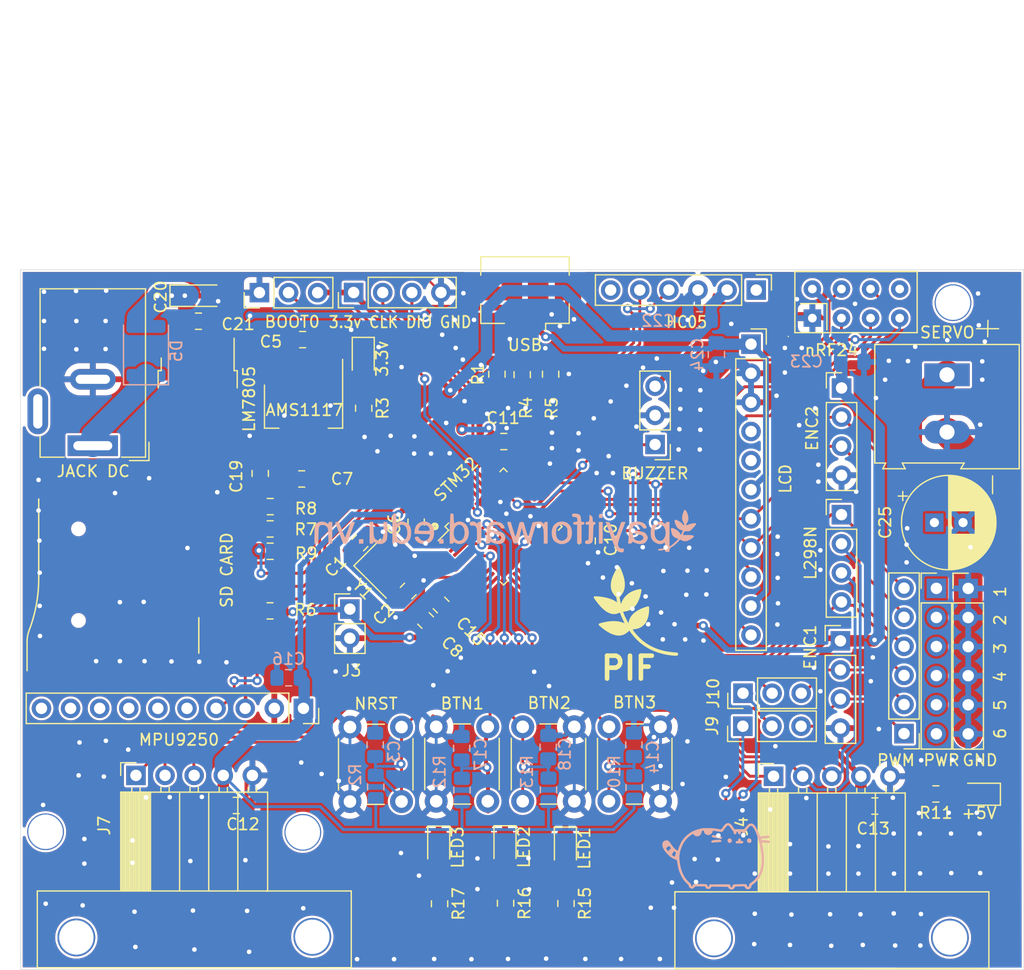
<source format=kicad_pcb>
(kicad_pcb (version 20200829) (generator pcbnew)
  (layers (0 "F.Cu" signal) (31 "B.Cu" signal) (34 "B.Paste" user) (35 "F.Paste" user) (36 "B.SilkS" user) (37 "F.SilkS" user) (38 "B.Mask" user) (39 "F.Mask" user) (44 "Edge.Cuts" user))
  (net 0 "")
  (net 1 "GND")
  (net 2 "Net-(C1-Pad1)")
  (net 3 "Net-(C2-Pad1)")
  (net 4 "NRST")
  (net 5 "+5V")
  (net 6 "+3V3")
  (net 7 "Button1")
  (net 8 "Button3")
  (net 9 "Button2")
  (net 10 "Net-(+5V1-Pad2)")
  (net 11 "Net-(J1-Pad3)")
  (net 12 "Net-(J1-Pad2)")
  (net 13 "BOOT0")
  (net 14 "IMU_SDA")
  (net 15 "IMU_SCL")
  (net 16 "Joystick2_x")
  (net 17 "Joystick2_y")
  (net 18 "Joystick2_SW")
  (net 19 "SWDIO")
  (net 20 "SWCLK")
  (net 21 "UART1_TX")
  (net 22 "UART1_RX")
  (net 23 "Joystick1_x")
  (net 24 "Joystick1_y")
  (net 25 "Joystick1_SW")
  (net 26 "LCD_CS")
  (net 27 "LCD_RS")
  (net 28 "MOSI")
  (net 29 "SCK")
  (net 30 "Net-(P1-Pad1)")
  (net 31 "SD_CSN")
  (net 32 "Net-(P1-Pad8)")
  (net 33 "Net-(P1-Pad9)")
  (net 34 "USB_D+")
  (net 35 "USB_D-")
  (net 36 "nRF24_MISO")
  (net 37 "Encoder2A")
  (net 38 "Encoder2B")
  (net 39 "PWM2")
  (net 40 "PWM1")
  (net 41 "Encoder1B")
  (net 42 "Encoder1A")
  (net 43 "Net-(J1-Pad4)")
  (net 44 "Net-(HC5-Pad1)")
  (net 45 "Net-(HC5-Pad6)")
  (net 46 "LED2")
  (net 47 "LED3")
  (net 48 "LED1")
  (net 49 "PA6")
  (net 50 "PA7")
  (net 51 "+5VP")
  (net 52 "+12V")
  (net 53 "SD_MOSI")
  (net 54 "SD_SCK")
  (net 55 "SD_MISO")
  (net 56 "Net-(U3-Pad42)")
  (net 57 "Buzzer")
  (net 58 "OSC2")
  (net 59 "OSC1")
  (net 60 "Net-(C20-Pad1)")
  (net 61 "Net-(LCD1-Pad4)")
  (net 62 "Net-(LCD1-Pad5)")
  (net 63 "Net-(LED1-Pad2)")
  (net 64 "Net-(LED2-Pad2)")
  (net 65 "Net-(LED3-Pad2)")
  (net 66 "Net-(MPU9250-Pad5)")
  (net 67 "Net-(MPU9250-Pad6)")
  (net 68 "Net-(MPU9250-Pad7)")
  (net 69 "Net-(MPU9250-Pad8)")
  (net 70 "Net-(MPU9250-Pad9)")
  (net 71 "Net-(MPU9250-Pad10)")
  (net 72 "IRQ")
  (net 73 "Net-(PWR1-Pad2)")
  (module "Capacitor_SMD:C_0805_2012Metric_Pad1.15x1.40mm_HandSolder" (layer "F.Cu") (at 121.62 66.1)
    (fp_text reference "C5" (at -2.77 0.18) (layer "F.SilkS"))
    (fp_text value "100n")
    (pad "1" smd roundrect (at -1.025 0) (size 1.15 1.4) (layers "F.Cu" "F.Paste" "F.Mask") (roundrect_rratio 0.2173913043478261) (net 5 "+5V"))
    (pad "2" smd roundrect (at 1.025 0) (size 1.15 1.4) (layers "F.Cu" "F.Paste" "F.Mask") (roundrect_rratio 0.2173913043478261) (net 1 "GND"))
  )
  (module "Capacitor_SMD:C_0805_2012Metric_Pad1.15x1.40mm_HandSolder" (layer "F.Cu") (at 131.525 82.025 -90)
    (fp_text reference "C6" (at 0.175 1.9 -90) (layer "F.SilkS"))
    (fp_text value "100n")
    (pad "1" smd roundrect (at -1.025 0 270) (size 1.15 1.4) (layers "F.Cu" "F.Paste" "F.Mask") (roundrect_rratio 0.2173913043478261) (net 6 "+3V3"))
    (pad "2" smd roundrect (at 1.025 0 270) (size 1.15 1.4) (layers "F.Cu" "F.Paste" "F.Mask") (roundrect_rratio 0.2173913043478261) (net 1 "GND"))
  )
  (module "Capacitor_SMD:C_0805_2012Metric_Pad1.15x1.40mm_HandSolder" (layer "F.Cu") (at 121.54 78.265)
    (fp_text reference "C7" (at 3.52 0) (layer "F.SilkS"))
    (fp_text value "100n")
    (pad "1" smd roundrect (at -1.025 0) (size 1.15 1.4) (layers "F.Cu" "F.Paste" "F.Mask") (roundrect_rratio 0.2173913043478261) (net 6 "+3V3"))
    (pad "2" smd roundrect (at 1.025 0) (size 1.15 1.4) (layers "F.Cu" "F.Paste" "F.Mask") (roundrect_rratio 0.2173913043478261) (net 1 "GND"))
  )
  (module "Capacitor_SMD:C_0805_2012Metric_Pad1.15x1.40mm_HandSolder" (layer "F.Cu") (at 132.35 90.625 135)
    (fp_text reference "C8" (at -3.263298 0.003536 135) (layer "F.SilkS"))
    (fp_text value "100n")
    (pad "1" smd roundrect (at -1.025 0 135) (size 1.15 1.4) (layers "F.Cu" "F.Paste" "F.Mask") (roundrect_rratio 0.2173913043478261) (net 6 "+3V3"))
    (pad "2" smd roundrect (at 1.025 0 135) (size 1.15 1.4) (layers "F.Cu" "F.Paste" "F.Mask") (roundrect_rratio 0.2173913043478261) (net 1 "GND"))
  )
  (module "Capacitor_SMD:C_0805_2012Metric_Pad1.15x1.40mm_HandSolder" (layer "F.Cu") (at 146.45 83.675 -90)
    (fp_text reference "C10" (at -0.095 -2.06 90) (layer "F.SilkS"))
    (fp_text value "100n")
    (pad "1" smd roundrect (at -1.025 0 270) (size 1.15 1.4) (layers "F.Cu" "F.Paste" "F.Mask") (roundrect_rratio 0.2173913043478261) (net 6 "+3V3"))
    (pad "2" smd roundrect (at 1.025 0 270) (size 1.15 1.4) (layers "F.Cu" "F.Paste" "F.Mask") (roundrect_rratio 0.2173913043478261) (net 1 "GND"))
  )
  (module "Capacitor_SMD:C_0805_2012Metric_Pad1.15x1.40mm_HandSolder" (layer "F.Cu") (at 139.175 75)
    (fp_text reference "C11" (at -0.055 -2.05) (layer "F.SilkS"))
    (fp_text value "100n")
    (pad "1" smd roundrect (at -1.025 0) (size 1.15 1.4) (layers "F.Cu" "F.Paste" "F.Mask") (roundrect_rratio 0.2173913043478261) (net 6 "+3V3"))
    (pad "2" smd roundrect (at 1.025 0) (size 1.15 1.4) (layers "F.Cu" "F.Paste" "F.Mask") (roundrect_rratio 0.2173913043478261) (net 1 "GND"))
  )
  (module "Capacitor_SMD:C_0805_2012Metric_Pad1.15x1.40mm_HandSolder" (layer "F.Cu") (at 115.825 106.775)
    (fp_text reference "C12" (at 0.585 1.64) (layer "F.SilkS"))
    (fp_text value "100n")
    (pad "1" smd roundrect (at -1.025 0) (size 1.15 1.4) (layers "F.Cu" "F.Paste" "F.Mask") (roundrect_rratio 0.2173913043478261) (net 6 "+3V3"))
    (pad "2" smd roundrect (at 1.025 0) (size 1.15 1.4) (layers "F.Cu" "F.Paste" "F.Mask") (roundrect_rratio 0.2173913043478261) (net 1 "GND"))
  )
  (module "Capacitor_SMD:C_0805_2012Metric_Pad1.15x1.40mm_HandSolder" (layer "F.Cu") (at 133.7 89.275 135)
    (fp_text reference "C15" (at -3.461288 0.215668 135) (layer "F.SilkS"))
    (fp_text value "1u")
    (pad "1" smd roundrect (at -1.025 0 135) (size 1.15 1.4) (layers "F.Cu" "F.Paste" "F.Mask") (roundrect_rratio 0.2173913043478261) (net 6 "+3V3"))
    (pad "2" smd roundrect (at 1.025 0 135) (size 1.15 1.4) (layers "F.Cu" "F.Paste" "F.Mask") (roundrect_rratio 0.2173913043478261) (net 1 "GND"))
  )
  (module "LED_SMD:LED_0805_2012Metric_Pad1.15x1.40mm_HandSolder" (layer "F.Cu") (at 126.91 67.765 -90)
    (fp_text reference "3.3v" (at 0 -1.65 -90) (layer "F.SilkS"))
    (fp_text value "LED")
    (pad "1" smd roundrect (at -1.025 0 270) (size 1.15 1.4) (layers "F.Cu" "F.Paste" "F.Mask") (roundrect_rratio 0.2173913043478261) (net 1 "GND"))
    (pad "2" smd roundrect (at 1.025 0 270) (size 1.15 1.4) (layers "F.Cu" "F.Paste" "F.Mask") (roundrect_rratio 0.2173913043478261) (net 73 "Net-(PWR1-Pad2)"))
  )
  (module "Connector_PinHeader_2.54mm:PinHeader_1x03_P2.54mm_Vertical" (layer "F.Cu") (at 117.85 62 90)
    (fp_text reference "BOOT0" (at -2.55 2.86 180) (layer "F.SilkS"))
    (fp_text value "Boot")
    (pad "1" thru_hole rect (at 0 0 90) (size 1.7 1.7) (drill 1) (layers *.Cu *.Mask) (net 1 "GND"))
    (pad "2" thru_hole oval (at 0 2.54 90) (size 1.7 1.7) (drill 1) (layers *.Cu *.Mask) (net 13 "BOOT0"))
    (pad "3" thru_hole oval (at 0 5.08 90) (size 1.7 1.7) (drill 1) (layers *.Cu *.Mask) (net 6 "+3V3"))
  )
  (module "Connector_PinSocket_2.54mm:PinSocket_1x10_P2.54mm_Vertical" (layer "F.Cu") (at 121.69 98.295 -90)
    (fp_text reference "MPU9250" (at 2.74 10.86 180) (layer "F.SilkS"))
    (fp_text value "IMU")
    (pad "1" thru_hole rect (at 0 0 270) (size 1.7 1.7) (drill 1) (layers *.Cu *.Mask) (net 6 "+3V3"))
    (pad "2" thru_hole oval (at 0 2.54 270) (size 1.7 1.7) (drill 1) (layers *.Cu *.Mask) (net 1 "GND"))
    (pad "3" thru_hole oval (at 0 5.08 270) (size 1.7 1.7) (drill 1) (layers *.Cu *.Mask) (net 15 "IMU_SCL"))
    (pad "4" thru_hole oval (at 0 7.62 270) (size 1.7 1.7) (drill 1) (layers *.Cu *.Mask) (net 14 "IMU_SDA"))
    (pad "5" thru_hole oval (at 0 10.16 270) (size 1.7 1.7) (drill 1) (layers *.Cu *.Mask) (net 66 "Net-(MPU9250-Pad5)"))
    (pad "6" thru_hole oval (at 0 12.7 270) (size 1.7 1.7) (drill 1) (layers *.Cu *.Mask) (net 67 "Net-(MPU9250-Pad6)"))
    (pad "7" thru_hole oval (at 0 15.24 270) (size 1.7 1.7) (drill 1) (layers *.Cu *.Mask) (net 68 "Net-(MPU9250-Pad7)"))
    (pad "8" thru_hole oval (at 0 17.78 270) (size 1.7 1.7) (drill 1) (layers *.Cu *.Mask) (net 69 "Net-(MPU9250-Pad8)"))
    (pad "9" thru_hole oval (at 0 20.32 270) (size 1.7 1.7) (drill 1) (layers *.Cu *.Mask) (net 70 "Net-(MPU9250-Pad9)"))
    (pad "10" thru_hole oval (at 0 22.86 270) (size 1.7 1.7) (drill 1) (layers *.Cu *.Mask) (net 71 "Net-(MPU9250-Pad10)"))
    (pad "11" thru_hole circle (at 10.825 0.05 270) (size 3.2 3.2) (drill 3) (layers *.Cu *.Mask))
    (pad "11" thru_hole circle (at 10.775 22.5 270) (size 3.2 3.2) (drill 3) (layers *.Cu *.Mask))
  )
  (module "C21_lib:PinSocket_1x05_P2.54mm_Horizontal" (layer "F.Cu") (at 162.715 104.225 90)
    (fp_text reference "J4" (at -4.38 -2.77 90) (layer "F.SilkS"))
    (fp_text value "Joy 2")
    (pad "1" thru_hole rect (at 0 0 90) (size 1.7 1.7) (drill 1) (layers *.Cu *.Mask) (net 16 "Joystick2_x"))
    (pad "2" thru_hole oval (at 0 2.54 90) (size 1.7 1.7) (drill 1) (layers *.Cu *.Mask) (net 17 "Joystick2_y"))
    (pad "3" thru_hole oval (at 0 5.08 90) (size 1.7 1.7) (drill 1) (layers *.Cu *.Mask) (net 18 "Joystick2_SW"))
    (pad "4" thru_hole oval (at 0 7.62 90) (size 1.7 1.7) (drill 1) (layers *.Cu *.Mask) (net 6 "+3V3"))
    (pad "5" thru_hole oval (at 0 10.16 90) (size 1.7 1.7) (drill 1) (layers *.Cu *.Mask) (net 1 "GND"))
    (pad "6" thru_hole circle (at -14.15 -5.2 90) (size 3.3 3.3) (drill 3) (layers *.Cu *.Mask))
    (pad "7" thru_hole circle (at -14.09 15.39 90) (size 3.3 3.3) (drill 3) (layers *.Cu *.Mask))
  )
  (module "Connector_PinHeader_2.54mm:PinHeader_1x04_P2.54mm_Vertical" (layer "F.Cu") (at 126.07 61.99 90)
    (fp_text reference "3.3v CLK DIO GND" (at -2.585 4.055 180) (layer "F.SilkS") (effects (font (size 1 0.9))))
    (fp_text value "Debug")
    (pad "1" thru_hole rect (at 0 0 90) (size 1.7 1.7) (drill 1) (layers *.Cu *.Mask) (net 6 "+3V3"))
    (pad "2" thru_hole oval (at 0 2.54 90) (size 1.7 1.7) (drill 1) (layers *.Cu *.Mask) (net 20 "SWCLK"))
    (pad "3" thru_hole oval (at 0 5.08 90) (size 1.7 1.7) (drill 1) (layers *.Cu *.Mask) (net 19 "SWDIO"))
    (pad "4" thru_hole oval (at 0 7.62 90) (size 1.7 1.7) (drill 1) (layers *.Cu *.Mask) (net 1 "GND"))
  )
  (module "Connector_PinHeader_2.54mm:PinHeader_1x06_P2.54mm_Vertical" (layer "F.Cu") (at 161.2 61.775 -90)
    (fp_text reference "HC05" (at 2.8 6.07 180) (layer "F.SilkS") (effects (font (size 1 0.9))))
    (fp_text value "Conn_01x06_Male")
    (pad "1" thru_hole rect (at 0 0 270) (size 1.7 1.7) (drill 1) (layers *.Cu *.Mask) (net 44 "Net-(HC5-Pad1)"))
    (pad "2" thru_hole oval (at 0 2.54 270) (size 1.7 1.7) (drill 1) (layers *.Cu *.Mask) (net 6 "+3V3"))
    (pad "3" thru_hole oval (at 0 5.08 270) (size 1.7 1.7) (drill 1) (layers *.Cu *.Mask) (net 1 "GND"))
    (pad "4" thru_hole oval (at 0 7.62 270) (size 1.7 1.7) (drill 1) (layers *.Cu *.Mask) (net 22 "UART1_RX"))
    (pad "5" thru_hole oval (at 0 10.16 270) (size 1.7 1.7) (drill 1) (layers *.Cu *.Mask) (net 21 "UART1_TX"))
    (pad "6" thru_hole oval (at 0 12.7 270) (size 1.7 1.7) (drill 1) (layers *.Cu *.Mask) (net 45 "Net-(HC5-Pad6)"))
  )
  (module "C21_lib:PinSocket_1x05_P2.54mm_Horizontal" (layer "F.Cu") (at 107.075 104.15 90)
    (fp_text reference "J7" (at -4.38 -2.77 90) (layer "F.SilkS"))
    (fp_text value "Joy 1 ")
    (pad "1" thru_hole rect (at 0 0 90) (size 1.7 1.7) (drill 1) (layers *.Cu *.Mask) (net 23 "Joystick1_x"))
    (pad "2" thru_hole oval (at 0 2.54 90) (size 1.7 1.7) (drill 1) (layers *.Cu *.Mask) (net 24 "Joystick1_y"))
    (pad "3" thru_hole oval (at 0 5.08 90) (size 1.7 1.7) (drill 1) (layers *.Cu *.Mask) (net 25 "Joystick1_SW"))
    (pad "4" thru_hole oval (at 0 7.62 90) (size 1.7 1.7) (drill 1) (layers *.Cu *.Mask) (net 6 "+3V3"))
    (pad "5" thru_hole oval (at 0 10.16 90) (size 1.7 1.7) (drill 1) (layers *.Cu *.Mask) (net 1 "GND"))
    (pad "6" thru_hole circle (at -14.15 -5.2 90) (size 3.3 3.3) (drill 3) (layers *.Cu *.Mask))
    (pad "7" thru_hole circle (at -14.09 15.39 90) (size 3.3 3.3) (drill 3) (layers *.Cu *.Mask))
  )
  (module "Connector_PinSocket_2.54mm:PinSocket_1x11_P2.54mm_Vertical" (layer "F.Cu") (at 160.75 66.5)
    (fp_text reference "LCD" (at 3 11.75 270) (layer "F.SilkS") (effects (font (size 1 0.9))))
    (fp_text value "LCD")
    (pad "1" thru_hole rect (at 0 0) (size 1.7 1.7) (drill 1) (layers *.Cu *.Mask) (net 5 "+5V"))
    (pad "2" thru_hole oval (at 0 2.54) (size 1.7 1.7) (drill 1) (layers *.Cu *.Mask) (net 1 "GND"))
    (pad "3" thru_hole oval (at 0 5.08) (size 1.7 1.7) (drill 1) (layers *.Cu *.Mask) (net 1 "GND"))
    (pad "4" thru_hole oval (at 0 7.62) (size 1.7 1.7) (drill 1) (layers *.Cu *.Mask) (net 61 "Net-(LCD1-Pad4)"))
    (pad "5" thru_hole oval (at 0 10.16) (size 1.7 1.7) (drill 1) (layers *.Cu *.Mask) (net 62 "Net-(LCD1-Pad5)"))
    (pad "6" thru_hole oval (at 0 12.7) (size 1.7 1.7) (drill 1) (layers *.Cu *.Mask) (net 5 "+5V"))
    (pad "7" thru_hole oval (at 0 15.24) (size 1.7 1.7) (drill 1) (layers *.Cu *.Mask) (net 29 "SCK"))
    (pad "8" thru_hole oval (at 0 17.78) (size 1.7 1.7) (drill 1) (layers *.Cu *.Mask) (net 28 "MOSI"))
    (pad "9" thru_hole oval (at 0 20.32) (size 1.7 1.7) (drill 1) (layers *.Cu *.Mask) (net 27 "LCD_RS"))
    (pad "10" thru_hole oval (at 0 22.86) (size 1.7 1.7) (drill 1) (layers *.Cu *.Mask) (net 5 "+5V"))
    (pad "11" thru_hole oval (at 0 25.4) (size 1.7 1.7) (drill 1) (layers *.Cu *.Mask) (net 26 "LCD_CS"))
  )
  (module "C21_lib:SUNTECH_ST-TF-003A" (layer "F.Cu") (at 107.23 86.305 -90)
    (fp_text reference "SD CARD" (at -0.08 -7.77 -90) (layer "F.SilkS") (effects (font (size 1.000504 1.000504))))
    (fp_text value "ST-TF-003A")
    (pad "1" smd rect (at 3.52 -5.33 270) (size 0.7 1.6) (layers "F.Cu" "F.Paste" "F.Mask") (net 30 "Net-(P1-Pad1)"))
    (pad "2" smd rect (at 2.42 -5.33 270) (size 0.7 1.6) (layers "F.Cu" "F.Paste" "F.Mask") (net 31 "SD_CSN"))
    (pad "3" smd rect (at 1.32 -5.33 270) (size 0.7 1.6) (layers "F.Cu" "F.Paste" "F.Mask") (net 53 "SD_MOSI"))
    (pad "4" smd rect (at 0.22 -5.33 270) (size 0.7 1.6) (layers "F.Cu" "F.Paste" "F.Mask") (net 6 "+3V3"))
    (pad "5" smd rect (at -0.88 -5.33 270) (size 0.7 1.6) (layers "F.Cu" "F.Paste" "F.Mask") (net 54 "SD_SCK"))
    (pad "6" smd rect (at -1.98 -5.33 270) (size 0.7 1.6) (layers "F.Cu" "F.Paste" "F.Mask") (net 1 "GND"))
    (pad "7" smd rect (at -3.08 -5.33 270) (size 0.7 1.6) (layers "F.Cu" "F.Paste" "F.Mask") (net 55 "SD_MISO"))
    (pad "8" smd rect (at -4.18 -5.33 270) (size 0.7 1.6) (layers "F.Cu" "F.Paste" "F.Mask") (net 32 "Net-(P1-Pad8)"))
    (pad "9" smd rect (at -5.28 -5.33 270) (size 0.7 1.6) (layers "F.Cu" "F.Paste" "F.Mask") (net 33 "Net-(P1-Pad9)"))
    (pad "G1" smd rect (at -6.58 -4.73 270) (size 1.4 1.6) (layers "F.Cu" "F.Paste" "F.Mask") (net 1 "GND"))
    (pad "G2" smd rect (at -6.58 4.77 270) (size 1.4 2.2) (layers "F.Cu" "F.Paste" "F.Mask") (net 1 "GND"))
    (pad "G3" smd rect (at 9.12 4.77 270) (size 1.4 2.2) (layers "F.Cu" "F.Paste" "F.Mask") (net 1 "GND"))
    (pad "G4" smd rect (at 8.22 -4.83 270) (size 1.8 1.4) (layers "F.Cu" "F.Paste" "F.Mask") (net 1 "GND"))
    (pad "None" np_thru_hole circle (at 4.32 5.17 270) (size 0.9 0.9) (drill 0.9) (layers *.Cu *.Mask))
    (pad "None" np_thru_hole circle (at -3.68 5.17 270) (size 0.9 0.9) (drill 0.9) (layers *.Cu *.Mask))
  )
  (module "Resistor_SMD:R_0805_2012Metric_Pad1.15x1.40mm_HandSolder" (layer "F.Cu") (at 138.575 69.12 90)
    (fp_text reference "R1" (at 0 -1.65 90) (layer "F.SilkS"))
    (fp_text value "1.5k")
    (pad "1" smd roundrect (at -1.025 0 90) (size 1.15 1.4) (layers "F.Cu" "F.Paste" "F.Mask") (roundrect_rratio 0.2173913043478261) (net 34 "USB_D+"))
    (pad "2" smd roundrect (at 1.025 0 90) (size 1.15 1.4) (layers "F.Cu" "F.Paste" "F.Mask") (roundrect_rratio 0.2173913043478261) (net 6 "+3V3"))
  )
  (module "Resistor_SMD:R_0805_2012Metric_Pad1.15x1.40mm_HandSolder" (layer "F.Cu") (at 126.95 72.09125 -90)
    (fp_text reference "R3" (at 0 -1.65 -90) (layer "F.SilkS"))
    (fp_text value "330R")
    (pad "1" smd roundrect (at -1.025 0 270) (size 1.15 1.4) (layers "F.Cu" "F.Paste" "F.Mask") (roundrect_rratio 0.2173913043478261) (net 73 "Net-(PWR1-Pad2)"))
    (pad "2" smd roundrect (at 1.025 0 270) (size 1.15 1.4) (layers "F.Cu" "F.Paste" "F.Mask") (roundrect_rratio 0.2173913043478261) (net 6 "+3V3"))
  )
  (module "Resistor_SMD:R_0805_2012Metric_Pad1.15x1.40mm_HandSolder" (layer "F.Cu") (at 140.78 69.16 90)
    (fp_text reference "R4" (at -2.895 0.34 90) (layer "F.SilkS"))
    (fp_text value "22R")
    (pad "1" smd roundrect (at -1.025 0 90) (size 1.15 1.4) (layers "F.Cu" "F.Paste" "F.Mask") (roundrect_rratio 0.2173913043478261) (net 34 "USB_D+"))
    (pad "2" smd roundrect (at 1.025 0 90) (size 1.15 1.4) (layers "F.Cu" "F.Paste" "F.Mask") (roundrect_rratio 0.2173913043478261) (net 11 "Net-(J1-Pad3)"))
  )
  (module "Resistor_SMD:R_0805_2012Metric_Pad1.15x1.40mm_HandSolder" (layer "F.Cu") (at 143.26 69.12 90)
    (fp_text reference "R5" (at -2.945 0.09 90) (layer "F.SilkS"))
    (fp_text value "22R")
    (pad "1" smd roundrect (at -1.025 0 90) (size 1.15 1.4) (layers "F.Cu" "F.Paste" "F.Mask") (roundrect_rratio 0.2173913043478261) (net 35 "USB_D-"))
    (pad "2" smd roundrect (at 1.025 0 90) (size 1.15 1.4) (layers "F.Cu" "F.Paste" "F.Mask") (roundrect_rratio 0.2173913043478261) (net 12 "Net-(J1-Pad2)"))
  )
  (module "Resistor_SMD:R_0805_2012Metric_Pad1.15x1.40mm_HandSolder" (layer "F.Cu") (at 118.77501 89.78499)
    (fp_text reference "R6" (at 3.08499 -0.08499) (layer "F.SilkS"))
    (fp_text value "10k")
    (pad "1" smd roundrect (at -1.025 0) (size 1.15 1.4) (layers "F.Cu" "F.Paste" "F.Mask") (roundrect_rratio 0.2173913043478261) (net 30 "Net-(P1-Pad1)"))
    (pad "2" smd roundrect (at 1.025 0) (size 1.15 1.4) (layers "F.Cu" "F.Paste" "F.Mask") (roundrect_rratio 0.2173913043478261) (net 6 "+3V3"))
  )
  (module "Resistor_SMD:R_0805_2012Metric_Pad1.15x1.40mm_HandSolder" (layer "F.Cu") (at 118.785 82.63)
    (fp_text reference "R7" (at 3.105 0.04) (layer "F.SilkS"))
    (fp_text value "10k")
    (pad "1" smd roundrect (at -1.025 0) (size 1.15 1.4) (layers "F.Cu" "F.Paste" "F.Mask") (roundrect_rratio 0.2173913043478261) (net 32 "Net-(P1-Pad8)"))
    (pad "2" smd roundrect (at 1.025 0) (size 1.15 1.4) (layers "F.Cu" "F.Paste" "F.Mask") (roundrect_rratio 0.2173913043478261) (net 6 "+3V3"))
  )
  (module "Resistor_SMD:R_0805_2012Metric_Pad1.15x1.40mm_HandSolder" (layer "F.Cu") (at 118.795 80.68)
    (fp_text reference "R8" (at 3.12 0.18) (layer "F.SilkS"))
    (fp_text value "10k")
    (pad "1" smd roundrect (at -1.025 0) (size 1.15 1.4) (layers "F.Cu" "F.Paste" "F.Mask") (roundrect_rratio 0.2173913043478261) (net 33 "Net-(P1-Pad9)"))
    (pad "2" smd roundrect (at 1.025 0) (size 1.15 1.4) (layers "F.Cu" "F.Paste" "F.Mask") (roundrect_rratio 0.2173913043478261) (net 6 "+3V3"))
  )
  (module "Resistor_SMD:R_0805_2012Metric_Pad1.15x1.40mm_HandSolder" (layer "F.Cu") (at 118.785 84.58)
    (fp_text reference "R9" (at 3.15 0.19) (layer "F.SilkS"))
    (fp_text value "10k")
    (pad "1" smd roundrect (at -1.025 0) (size 1.15 1.4) (layers "F.Cu" "F.Paste" "F.Mask") (roundrect_rratio 0.2173913043478261) (net 55 "SD_MISO"))
    (pad "2" smd roundrect (at 1.025 0) (size 1.15 1.4) (layers "F.Cu" "F.Paste" "F.Mask") (roundrect_rratio 0.2173913043478261) (net 6 "+3V3"))
  )
  (module "Package_TO_SOT_SMD:SOT-223-3_TabPin2" (layer "F.Cu") (at 121.7 71.925 -90)
    (fp_text reference "AMS1117" (at 0.325 -0.075) (layer "F.SilkS"))
    (fp_text value "AMS1117-3.3")
    (pad "1" smd rect (at -3.15 -2.3 270) (size 2 1.5) (layers "F.Cu" "F.Paste" "F.Mask") (net 1 "GND"))
    (pad "2" smd rect (at -3.15 0 270) (size 2 1.5) (layers "F.Cu" "F.Paste" "F.Mask") (net 6 "+3V3"))
    (pad "2" smd rect (at 3.15 0 270) (size 2 3.8) (layers "F.Cu" "F.Paste" "F.Mask") (net 6 "+3V3"))
    (pad "3" smd rect (at -3.15 2.3 270) (size 2 1.5) (layers "F.Cu" "F.Paste" "F.Mask") (net 5 "+5V"))
  )
  (module "RF_Module:nRF24L01_Breakout" (layer "F.Cu") (at 166.1 64.225 90)
    (fp_text reference "nRF24" (at -2.8 1.675) (layer "F.SilkS"))
    (fp_text value "NRF24L01_Breakout")
    (pad "1" thru_hole rect (at 0 0 90) (size 1.524 1.524) (drill 0.762) (layers *.Cu *.Mask) (net 1 "GND"))
    (pad "2" thru_hole circle (at 2.54 0 90) (size 1.524 1.524) (drill 0.762) (layers *.Cu *.Mask) (net 6 "+3V3"))
    (pad "3" thru_hole circle (at 0 2.54 90) (size 1.524 1.524) (drill 0.762) (layers *.Cu *.Mask) (net 27 "LCD_RS"))
    (pad "4" thru_hole circle (at 2.54 2.54 90) (size 1.524 1.524) (drill 0.762) (layers *.Cu *.Mask) (net 26 "LCD_CS"))
    (pad "5" thru_hole circle (at 0 5.08 90) (size 1.524 1.524) (drill 0.762) (layers *.Cu *.Mask) (net 29 "SCK"))
    (pad "6" thru_hole circle (at 2.54 5.08 90) (size 1.524 1.524) (drill 0.762) (layers *.Cu *.Mask) (net 28 "MOSI"))
    (pad "7" thru_hole circle (at 0 7.62 90) (size 1.524 1.524) (drill 0.762) (layers *.Cu *.Mask) (net 36 "nRF24_MISO"))
    (pad "8" thru_hole circle (at 2.54 7.62 90) (size 1.524 1.524) (drill 0.762) (layers *.Cu *.Mask) (net 72 "IRQ"))
  )
  (module "Package_QFP:LQFP-48_7x7mm_P0.5mm" (layer "F.Cu") (at 139.15 82.425 45)
    (fp_text reference "STM32" (at 0 -5.85 45) (layer "F.SilkS"))
    (fp_text value "STM32F103C8Tx")
    (pad "1" smd roundrect (at -4.1625 -2.75 45) (size 1.475 0.3) (layers "F.Cu" "F.Paste" "F.Mask") (net 6 "+3V3"))
    (pad "2" smd roundrect (at -4.1625 -2.25 45) (size 1.475 0.3) (layers "F.Cu" "F.Paste" "F.Mask") (net 7 "Button1"))
    (pad "3" smd roundrect (at -4.1625 -1.75 45) (size 1.475 0.3) (layers "F.Cu" "F.Paste" "F.Mask") (net 9 "Button2"))
    (pad "4" smd roundrect (at -4.1625 -1.25 45) (size 1.475 0.3) (layers "F.Cu" "F.Paste" "F.Mask") (net 8 "Button3"))
    (pad "5" smd roundrect (at -4.1625 -0.75 45) (size 1.475 0.3) (layers "F.Cu" "F.Paste" "F.Mask") (net 59 "OSC1"))
    (pad "6" smd roundrect (at -4.1625 -0.25 45) (size 1.475 0.3) (layers "F.Cu" "F.Paste" "F.Mask") (net 58 "OSC2"))
    (pad "7" smd roundrect (at -4.1625 0.25 45) (size 1.475 0.3) (layers "F.Cu" "F.Paste" "F.Mask") (net 4 "NRST"))
    (pad "8" smd roundrect (at -4.1625 0.75 45) (size 1.475 0.3) (layers "F.Cu" "F.Paste" "F.Mask") (net 1 "GND"))
    (pad "9" smd roundrect (at -4.1625 1.25 45) (size 1.475 0.3) (layers "F.Cu" "F.Paste" "F.Mask") (net 6 "+3V3"))
    (pad "10" smd roundrect (at -4.1625 1.75 45) (size 1.475 0.3) (layers "F.Cu" "F.Paste" "F.Mask") (net 23 "Joystick1_x"))
    (pad "11" smd roundrect (at -4.1625 2.25 45) (size 1.475 0.3) (layers "F.Cu" "F.Paste" "F.Mask") (net 24 "Joystick1_y"))
    (pad "12" smd roundrect (at -4.1625 2.75 45) (size 1.475 0.3) (layers "F.Cu" "F.Paste" "F.Mask") (net 25 "Joystick1_SW"))
    (pad "13" smd roundrect (at -2.75 4.1625 45) (size 0.3 1.475) (layers "F.Cu" "F.Paste" "F.Mask") (net 16 "Joystick2_x"))
    (pad "14" smd roundrect (at -2.25 4.1625 45) (size 0.3 1.475) (layers "F.Cu" "F.Paste" "F.Mask") (net 17 "Joystick2_y"))
    (pad "15" smd roundrect (at -1.75 4.1625 45) (size 0.3 1.475) (layers "F.Cu" "F.Paste" "F.Mask") (net 18 "Joystick2_SW"))
    (pad "16" smd roundrect (at -1.25 4.1625 45) (size 0.3 1.475) (layers "F.Cu" "F.Paste" "F.Mask") (net 49 "PA6"))
    (pad "17" smd roundrect (at -0.75 4.1625 45) (size 0.3 1.475) (layers "F.Cu" "F.Paste" "F.Mask") (net 50 "PA7"))
    (pad "18" smd roundrect (at -0.25 4.1625 45) (size 0.3 1.475) (layers "F.Cu" "F.Paste" "F.Mask") (net 40 "PWM1"))
    (pad "19" smd roundrect (at 0.25 4.1625 45) (size 0.3 1.475) (layers "F.Cu" "F.Paste" "F.Mask") (net 39 "PWM2"))
    (pad "20" smd roundrect (at 0.75 4.1625 45) (size 0.3 1.475) (layers "F.Cu" "F.Paste" "F.Mask") (net 48 "LED1"))
    (pad "21" smd roundrect (at 1.25 4.1625 45) (size 0.3 1.475) (layers "F.Cu" "F.Paste" "F.Mask") (net 38 "Encoder2B"))
    (pad "22" smd roundrect (at 1.75 4.1625 45) (size 0.3 1.475) (layers "F.Cu" "F.Paste" "F.Mask") (net 37 "Encoder2A"))
    (pad "23" smd roundrect (at 2.25 4.1625 45) (size 0.3 1.475) (layers "F.Cu" "F.Paste" "F.Mask") (net 1 "GND"))
    (pad "24" smd roundrect (at 2.75 4.1625 45) (size 0.3 1.475) (layers "F.Cu" "F.Paste" "F.Mask") (net 6 "+3V3"))
    (pad "25" smd roundrect (at 4.1625 2.75 45) (size 1.475 0.3) (layers "F.Cu" "F.Paste" "F.Mask") (net 26 "LCD_CS"))
    (pad "26" smd roundrect (at 4.1625 2.25 45) (size 1.475 0.3) (layers "F.Cu" "F.Paste" "F.Mask") (net 29 "SCK"))
    (pad "27" smd roundrect (at 4.1625 1.75 45) (size 1.475 0.3) (layers "F.Cu" "F.Paste" "F.Mask") (net 36 "nRF24_MISO"))
    (pad "28" smd roundrect (at 4.1625 1.25 45) (size 1.475 0.3) (layers "F.Cu" "F.Paste" "F.Mask") (net 28 "MOSI"))
    (pad "29" smd roundrect (at 4.1625 0.75 45) (size 1.475 0.3) (layers "F.Cu" "F.Paste" "F.Mask") (net 27 "LCD_RS"))
    (pad "30" smd roundrect (at 4.1625 0.25 45) (size 1.475 0.3) (layers "F.Cu" "F.Paste" "F.Mask") (net 21 "UART1_TX"))
    (pad "31" smd roundrect (at 4.1625 -0.25 45) (size 1.475 0.3) (layers "F.Cu" "F.Paste" "F.Mask") (net 22 "UART1_RX"))
    (pad "32" smd roundrect (at 4.1625 -0.75 45) (size 1.475 0.3) (layers "F.Cu" "F.Paste" "F.Mask") (net 35 "USB_D-"))
    (pad "33" smd roundrect (at 4.1625 -1.25 45) (size 1.475 0.3) (layers "F.Cu" "F.Paste" "F.Mask") (net 34 "USB_D+"))
    (pad "34" smd roundrect (at 4.1625 -1.75 45) (size 1.475 0.3) (layers "F.Cu" "F.Paste" "F.Mask") (net 19 "SWDIO"))
    (pad "35" smd roundrect (at 4.1625 -2.25 45) (size 1.475 0.3) (layers "F.Cu" "F.Paste" "F.Mask") (net 1 "GND"))
    (pad "36" smd roundrect (at 4.1625 -2.75 45) (size 1.475 0.3) (layers "F.Cu" "F.Paste" "F.Mask") (net 6 "+3V3"))
    (pad "37" smd roundrect (at 2.75 -4.1625 45) (size 0.3 1.475) (layers "F.Cu" "F.Paste" "F.Mask") (net 20 "SWCLK"))
    (pad "38" smd roundrect (at 2.25 -4.1625 45) (size 0.3 1.475) (layers "F.Cu" "F.Paste" "F.Mask") (net 57 "Buzzer"))
    (pad "39" smd roundrect (at 1.75 -4.1625 45) (size 0.3 1.475) (layers "F.Cu" "F.Paste" "F.Mask") (net 54 "SD_SCK"))
    (pad "40" smd roundrect (at 1.25 -4.1625 45) (size 0.3 1.475) (layers "F.Cu" "F.Paste" "F.Mask") (net 55 "SD_MISO"))
    (pad "41" smd roundrect (at 0.75 -4.1625 45) (size 0.3 1.475) (layers "F.Cu" "F.Paste" "F.Mask") (net 53 "SD_MOSI"))
    (pad "42" smd roundrect (at 0.25 -4.1625 45) (size 0.3 1.475) (layers "F.Cu" "F.Paste" "F.Mask") (net 56 "Net-(U3-Pad42)"))
    (pad "43" smd roundrect (at -0.25 -4.1625 45) (size 0.3 1.475) (layers "F.Cu" "F.Paste" "F.Mask") (net 31 "SD_CSN"))
    (pad "44" smd roundrect (at -0.75 -4.1625 45) (size 0.3 1.475) (layers "F.Cu" "F.Paste" "F.Mask") (net 13 "BOOT0"))
    (pad "45" smd roundrect (at -1.25 -4.1625 45) (size 0.3 1.475) (layers "F.Cu" "F.Paste" "F.Mask") (net 15 "IMU_SCL"))
    (pad "46" smd roundrect (at -1.75 -4.1625 45) (size 0.3 1.475) (layers "F.Cu" "F.Paste" "F.Mask") (net 14 "IMU_SDA"))
    (pad "47" smd roundrect (at -2.25 -4.1625 45) (size 0.3 1.475) (layers "F.Cu" "F.Paste" "F.Mask") (net 1 "GND"))
    (pad "48" smd roundrect (at -2.75 -4.1625 45) (size 0.3 1.475) (layers "F.Cu" "F.Paste" "F.Mask") (net 6 "+3V3"))
  )
  (module "Crystal:Crystal_SMD_3225-4Pin_3.2x2.5mm" (layer "F.Cu") (at 128.673223 86.096142 -45)
    (fp_text reference "Y1" (at 0.014591 2.550591 135) (layer "F.SilkS"))
    (fp_text value "Crystal")
    (pad "1" smd rect (at -1.1 0.85 315) (size 1.4 1.2) (layers "F.Cu" "F.Paste" "F.Mask") (net 59 "OSC1"))
    (pad "2" smd rect (at 1.1 0.85 315) (size 1.4 1.2) (layers "F.Cu" "F.Paste" "F.Mask") (net 3 "Net-(C2-Pad1)"))
    (pad "3" smd rect (at 1.1 -0.85 315) (size 1.4 1.2) (layers "F.Cu" "F.Paste" "F.Mask") (net 58 "OSC2"))
    (pad "4" smd rect (at -1.1 -0.85 315) (size 1.4 1.2) (layers "F.Cu" "F.Paste" "F.Mask") (net 2 "Net-(C1-Pad1)"))
  )
  (module "Capacitor_SMD:C_0805_2012Metric_Pad1.15x1.40mm_HandSolder" (layer "F.Cu") (at 117.92 77.785 -90)
    (fp_text reference "C19" (at 0.26 2.09 -90) (layer "F.SilkS"))
    (fp_text value "100n")
    (pad "1" smd roundrect (at -1.025 0 270) (size 1.15 1.4) (layers "F.Cu" "F.Paste" "F.Mask") (roundrect_rratio 0.2173913043478261) (net 6 "+3V3"))
    (pad "2" smd roundrect (at 1.025 0 270) (size 1.15 1.4) (layers "F.Cu" "F.Paste" "F.Mask") (roundrect_rratio 0.2173913043478261) (net 1 "GND"))
  )
  (module "LED_SMD:LED_0805_2012Metric_Pad1.15x1.40mm_HandSolder" (layer "F.Cu") (at 144.55 110.525 -90)
    (fp_text reference "LED1" (at 0 -1.65 -90) (layer "F.SilkS"))
    (fp_text value "LED")
    (pad "1" smd roundrect (at -1.025 0 270) (size 1.15 1.4) (layers "F.Cu" "F.Paste" "F.Mask") (roundrect_rratio 0.2173913043478261) (net 1 "GND"))
    (pad "2" smd roundrect (at 1.025 0 270) (size 1.15 1.4) (layers "F.Cu" "F.Paste" "F.Mask") (roundrect_rratio 0.2173913043478261) (net 63 "Net-(LED1-Pad2)"))
  )
  (module "LED_SMD:LED_0805_2012Metric_Pad1.15x1.40mm_HandSolder" (layer "F.Cu") (at 139.28 110.405 -90)
    (fp_text reference "LED2" (at 0 -1.65 -90) (layer "F.SilkS"))
    (fp_text value "LED")
    (pad "1" smd roundrect (at -1.025 0 270) (size 1.15 1.4) (layers "F.Cu" "F.Paste" "F.Mask") (roundrect_rratio 0.2173913043478261) (net 1 "GND"))
    (pad "2" smd roundrect (at 1.025 0 270) (size 1.15 1.4) (layers "F.Cu" "F.Paste" "F.Mask") (roundrect_rratio 0.2173913043478261) (net 64 "Net-(LED2-Pad2)"))
  )
  (module "LED_SMD:LED_0805_2012Metric_Pad1.15x1.40mm_HandSolder" (layer "F.Cu") (at 133.495 110.435 -90)
    (fp_text reference "LED3" (at 0 -1.65 -90) (layer "F.SilkS"))
    (fp_text value "LED")
    (pad "1" smd roundrect (at -1.025 0 270) (size 1.15 1.4) (layers "F.Cu" "F.Paste" "F.Mask") (roundrect_rratio 0.2173913043478261) (net 1 "GND"))
    (pad "2" smd roundrect (at 1.025 0 270) (size 1.15 1.4) (layers "F.Cu" "F.Paste" "F.Mask") (roundrect_rratio 0.2173913043478261) (net 65 "Net-(LED3-Pad2)"))
  )
  (module "Connector_PinHeader_2.54mm:PinHeader_1x03_P2.54mm_Vertical" (layer "F.Cu") (at 160.035 99.855 90)
    (fp_text reference "J9" (at 0.04 -2.675 90) (layer "F.SilkS"))
    (fp_text value "LED SW 1")
    (pad "1" thru_hole rect (at 0 0 90) (size 1.7 1.7) (drill 1) (layers *.Cu *.Mask) (net 46 "LED2"))
    (pad "2" thru_hole oval (at 0 2.54 90) (size 1.7 1.7) (drill 1) (layers *.Cu *.Mask) (net 49 "PA6"))
    (pad "3" thru_hole oval (at 0 5.08 90) (size 1.7 1.7) (drill 1) (layers *.Cu *.Mask) (net 42 "Encoder1A"))
  )
  (module "Connector_PinHeader_2.54mm:PinHeader_1x03_P2.54mm_Vertical" (layer "F.Cu") (at 160.05 96.975 90)
    (fp_text reference "J10" (at 0 -2.6 90) (layer "F.SilkS"))
    (fp_text value "LED SW 2")
    (pad "1" thru_hole rect (at 0 0 90) (size 1.7 1.7) (drill 1) (layers *.Cu *.Mask) (net 47 "LED3"))
    (pad "2" thru_hole oval (at 0 2.54 90) (size 1.7 1.7) (drill 1) (layers *.Cu *.Mask) (net 50 "PA7"))
    (pad "3" thru_hole oval (at 0 5.08 90) (size 1.7 1.7) (drill 1) (layers *.Cu *.Mask) (net 41 "Encoder1B"))
  )
  (module "Resistor_SMD:R_0805_2012Metric_Pad1.15x1.40mm_HandSolder" (layer "F.Cu") (at 144.6 115.33 -90)
    (fp_text reference "R15" (at 0 -1.65 -90) (layer "F.SilkS"))
    (fp_text value "330R")
    (pad "1" smd roundrect (at -1.025 0 270) (size 1.15 1.4) (layers "F.Cu" "F.Paste" "F.Mask") (roundrect_rratio 0.2173913043478261) (net 63 "Net-(LED1-Pad2)"))
    (pad "2" smd roundrect (at 1.025 0 270) (size 1.15 1.4) (layers "F.Cu" "F.Paste" "F.Mask") (roundrect_rratio 0.2173913043478261) (net 48 "LED1"))
  )
  (module "Resistor_SMD:R_0805_2012Metric_Pad1.15x1.40mm_HandSolder" (layer "F.Cu") (at 139.33 115.31 -90)
    (fp_text reference "R16" (at 0 -1.65 -90) (layer "F.SilkS"))
    (fp_text value "330R")
    (pad "1" smd roundrect (at -1.025 0 270) (size 1.15 1.4) (layers "F.Cu" "F.Paste" "F.Mask") (roundrect_rratio 0.2173913043478261) (net 64 "Net-(LED2-Pad2)"))
    (pad "2" smd roundrect (at 1.025 0 270) (size 1.15 1.4) (layers "F.Cu" "F.Paste" "F.Mask") (roundrect_rratio 0.2173913043478261) (net 46 "LED2"))
  )
  (module "Resistor_SMD:R_0805_2012Metric_Pad1.15x1.40mm_HandSolder" (layer "F.Cu") (at 133.57 115.36 -90)
    (fp_text reference "R17" (at 0 -1.65 -90) (layer "F.SilkS"))
    (fp_text value "330R")
    (pad "1" smd roundrect (at -1.025 0 270) (size 1.15 1.4) (layers "F.Cu" "F.Paste" "F.Mask") (roundrect_rratio 0.2173913043478261) (net 65 "Net-(LED3-Pad2)"))
    (pad "2" smd roundrect (at 1.025 0 270) (size 1.15 1.4) (layers "F.Cu" "F.Paste" "F.Mask") (roundrect_rratio 0.2173913043478261) (net 47 "LED3"))
  )
  (module "Connector_PinHeader_2.54mm:PinHeader_1x04_P2.54mm_Vertical" (layer "F.Cu") (at 168.64 81.385)
    (fp_text reference "L298N" (at -2.7 3.33 90) (layer "F.SilkS"))
    (fp_text value "L298n Out")
    (pad "1" thru_hole rect (at 0 0) (size 1.7 1.7) (drill 1) (layers *.Cu *.Mask) (net 39 "PWM2"))
    (pad "2" thru_hole oval (at 0 2.54) (size 1.7 1.7) (drill 1) (layers *.Cu *.Mask) (net 17 "Joystick2_y"))
    (pad "3" thru_hole oval (at 0 5.08) (size 1.7 1.7) (drill 1) (layers *.Cu *.Mask) (net 18 "Joystick2_SW"))
    (pad "4" thru_hole oval (at 0 7.62) (size 1.7 1.7) (drill 1) (layers *.Cu *.Mask) (net 40 "PWM1"))
  )
  (module "Connector_PinHeader_2.54mm:PinHeader_1x04_P2.54mm_Vertical" (layer "F.Cu") (at 168.65 70.325)
    (fp_text reference "ENC2" (at -2.57 3.535 90) (layer "F.SilkS"))
    (fp_text value "Encoder 2")
    (pad "1" thru_hole rect (at 0 0) (size 1.7 1.7) (drill 1) (layers *.Cu *.Mask) (net 6 "+3V3"))
    (pad "2" thru_hole oval (at 0 2.54) (size 1.7 1.7) (drill 1) (layers *.Cu *.Mask) (net 37 "Encoder2A"))
    (pad "3" thru_hole oval (at 0 5.08) (size 1.7 1.7) (drill 1) (layers *.Cu *.Mask) (net 38 "Encoder2B"))
    (pad "4" thru_hole oval (at 0 7.62) (size 1.7 1.7) (drill 1) (layers *.Cu *.Mask) (net 1 "GND"))
  )
  (module "Connector_PinHeader_2.54mm:PinHeader_1x04_P2.54mm_Vertical" (layer "F.Cu") (at 168.55 92.4)
    (fp_text reference "ENC1" (at -2.63 0.545 90) (layer "F.SilkS"))
    (fp_text value "Encoder 1")
    (pad "1" thru_hole rect (at 0 0) (size 1.7 1.7) (drill 1) (layers *.Cu *.Mask) (net 6 "+3V3"))
    (pad "2" thru_hole oval (at 0 2.54) (size 1.7 1.7) (drill 1) (layers *.Cu *.Mask) (net 41 "Encoder1B"))
    (pad "3" thru_hole oval (at 0 5.08) (size 1.7 1.7) (drill 1) (layers *.Cu *.Mask) (net 42 "Encoder1A"))
    (pad "4" thru_hole oval (at 0 7.62) (size 1.7 1.7) (drill 1) (layers *.Cu *.Mask) (net 1 "GND"))
  )
  (module "Connector_PinHeader_2.54mm:PinHeader_1x06_P2.54mm_Vertical" (layer "F.Cu") (at 174.1 100.5 180)
    (fp_text reference "6  5  4  3  2  1" (at -8.39 6.205 90) (layer "F.SilkS"))
    (fp_text value "PWM")
    (pad "1" thru_hole rect (at 0 0 180) (size 1.7 1.7) (drill 1) (layers *.Cu *.Mask) (net 42 "Encoder1A"))
    (pad "2" thru_hole oval (at 0 2.54 180) (size 1.7 1.7) (drill 1) (layers *.Cu *.Mask) (net 41 "Encoder1B"))
    (pad "3" thru_hole oval (at 0 5.08 180) (size 1.7 1.7) (drill 1) (layers *.Cu *.Mask) (net 40 "PWM1"))
    (pad "4" thru_hole oval (at 0 7.62 180) (size 1.7 1.7) (drill 1) (layers *.Cu *.Mask) (net 39 "PWM2"))
    (pad "5" thru_hole oval (at 0 10.16 180) (size 1.7 1.7) (drill 1) (layers *.Cu *.Mask) (net 38 "Encoder2B"))
    (pad "6" thru_hole oval (at 0 12.7 180) (size 1.7 1.7) (drill 1) (layers *.Cu *.Mask) (net 37 "Encoder2A"))
  )
  (module "Connector_PinHeader_2.54mm:PinHeader_1x06_P2.54mm_Vertical" (layer "F.Cu") (at 176.925 87.82)
    (fp_text reference "PWM PWR" (at -1.575 15.005) (layer "F.SilkS"))
    (fp_text value "Power")
    (pad "1" thru_hole rect (at 0 0) (size 1.7 1.7) (drill 1) (layers *.Cu *.Mask) (net 51 "+5VP"))
    (pad "2" thru_hole oval (at 0 2.54) (size 1.7 1.7) (drill 1) (layers *.Cu *.Mask) (net 51 "+5VP"))
    (pad "3" thru_hole oval (at 0 5.08) (size 1.7 1.7) (drill 1) (layers *.Cu *.Mask) (net 51 "+5VP"))
    (pad "4" thru_hole oval (at 0 7.62) (size 1.7 1.7) (drill 1) (layers *.Cu *.Mask) (net 51 "+5VP"))
    (pad "5" thru_hole oval (at 0 10.16) (size 1.7 1.7) (drill 1) (layers *.Cu *.Mask) (net 51 "+5VP"))
    (pad "6" thru_hole oval (at 0 12.7) (size 1.7 1.7) (drill 1) (layers *.Cu *.Mask) (net 51 "+5VP"))
  )
  (module "Connector_PinHeader_2.54mm:PinHeader_1x06_P2.54mm_Vertical" (layer "F.Cu") (at 179.7 87.825)
    (fp_text reference "GND" (at 1.03 14.995) (layer "F.SilkS"))
    (fp_text value "GND")
    (pad "1" thru_hole rect (at 0 0) (size 1.7 1.7) (drill 1) (layers *.Cu *.Mask) (net 1 "GND"))
    (pad "2" thru_hole oval (at 0 2.54) (size 1.7 1.7) (drill 1) (layers *.Cu *.Mask) (net 1 "GND"))
    (pad "3" thru_hole oval (at 0 5.08) (size 1.7 1.7) (drill 1) (layers *.Cu *.Mask) (net 1 "GND"))
    (pad "4" thru_hole oval (at 0 7.62) (size 1.7 1.7) (drill 1) (layers *.Cu *.Mask) (net 1 "GND"))
    (pad "5" thru_hole oval (at 0 10.16) (size 1.7 1.7) (drill 1) (layers *.Cu *.Mask) (net 1 "GND"))
    (pad "6" thru_hole oval (at 0 12.7) (size 1.7 1.7) (drill 1) (layers *.Cu *.Mask) (net 1 "GND"))
  )
  (module "Connector_BarrelJack:BarrelJack_Wuerth_6941xx301002" (layer "F.Cu") (at 103.31 75.365 180)
    (fp_text reference "JACK DC" (at -0.04 -2.23) (layer "F.SilkS"))
    (fp_text value "Jack-DC")
    (pad "1" thru_hole rect (at 0 0 180) (size 4.4 1.8) (drill oval 3.4 0.8) (layers *.Cu *.Mask) (net 52 "+12V"))
    (pad "2" thru_hole oval (at 0 5.8 180) (size 4 1.8) (drill oval 3 0.8) (layers *.Cu *.Mask) (net 1 "GND"))
    (pad "3" thru_hole oval (at 4.8 3 270) (size 4 1.8) (drill oval 3 0.8) (layers *.Cu *.Mask))
  )
  (module "Package_TO_SOT_SMD:TO-252-2" (layer "F.Cu") (at 112.46 71.285 -90)
    (fp_text reference "LM7805" (at 0 -4.49 90) (layer "F.SilkS"))
    (fp_text value "L7805")
    (pad "1" smd rect (at -4.2 -2.28 270) (size 2.2 1.2) (layers "F.Cu" "F.Paste" "F.Mask") (net 60 "Net-(C20-Pad1)"))
    (pad "2" smd rect (at 2.1 0 270) (size 6.4 5.8) (layers "F.Cu" "F.Mask") (net 1 "GND"))
    (pad "3" smd rect (at -4.2 2.28 270) (size 2.2 1.2) (layers "F.Cu" "F.Paste" "F.Mask") (net 5 "+5V"))
  )
  (module "Connector_USB:USB_Micro-B_Amphenol_10104110_Horizontal" (layer "F.Cu") (at 141.025 63.025 180)
    (fp_text reference "USB" (at 0 -3.55 180) (layer "F.SilkS"))
    (fp_text value "USB_B_Micro")
    (pad "1" smd rect (at -1.3 -1.55 180) (size 0.4 1.4) (layers "F.Cu" "F.Paste" "F.Mask") (net 5 "+5V"))
    (pad "2" smd rect (at -0.65 -1.55 180) (size 0.4 1.4) (layers "F.Cu" "F.Paste" "F.Mask") (net 12 "Net-(J1-Pad2)"))
    (pad "3" smd rect (at 0 -1.55 180) (size 0.4 1.4) (layers "F.Cu" "F.Paste" "F.Mask") (net 11 "Net-(J1-Pad3)"))
    (pad "4" smd rect (at 0.65 -1.55 180) (size 0.4 1.4) (layers "F.Cu" "F.Paste" "F.Mask") (net 43 "Net-(J1-Pad4)"))
    (pad "5" smd rect (at 1.3 -1.55 180) (size 0.4 1.4) (layers "F.Cu" "F.Paste" "F.Mask") (net 1 "GND"))
    (pad "6" smd rect (at -3.75 1.3 180) (size 2.3 1.9) (layers "F.Cu" "F.Paste" "F.Mask") (net 1 "GND"))
    (pad "6" smd rect (at 3.75 1.3 180) (size 2.3 1.9) (layers "F.Cu" "F.Paste" "F.Mask") (net 1 "GND"))
    (pad "6" smd rect (at -1.15 1.3 180) (size 1.8 1.9) (layers "F.Cu" "F.Paste" "F.Mask") (net 1 "GND"))
    (pad "6" smd rect (at 1.15 1.3 180) (size 1.8 1.9) (layers "F.Cu" "F.Paste" "F.Mask") (net 1 "GND"))
  )
  (module "Capacitor_Tantalum_SMD:CP_EIA-3216-18_Kemet-A_Pad1.58x1.35mm_HandSolder" (layer "F.Cu") (at 112.53 62.265)
    (fp_text reference "C20" (at -3.3 0.11 90) (layer "F.SilkS"))
    (fp_text value "1uF")
    (pad "1" smd roundrect (at -1.4375 0) (size 1.575 1.35) (layers "F.Cu" "F.Paste" "F.Mask") (roundrect_rratio 0.1851851851851852) (net 60 "Net-(C20-Pad1)"))
    (pad "2" smd roundrect (at 1.4375 0) (size 1.575 1.35) (layers "F.Cu" "F.Paste" "F.Mask") (roundrect_rratio 0.1851851851851852) (net 1 "GND"))
  )
  (module "Connector_PinHeader_2.54mm:PinHeader_1x03_P2.54mm_Vertical" (layer "F.Cu") (at 152.375 75.255 180)
    (fp_text reference "BUZZER" (at 0.015 -2.525) (layer "F.SilkS"))
    (fp_text value "Buzzer")
    (pad "1" thru_hole rect (at 0 0 180) (size 1.7 1.7) (drill 1) (layers *.Cu *.Mask) (net 57 "Buzzer"))
    (pad "2" thru_hole oval (at 0 2.54 180) (size 1.7 1.7) (drill 1) (layers *.Cu *.Mask) (net 1 "GND"))
    (pad "3" thru_hole oval (at 0 5.08 180) (size 1.7 1.7) (drill 1) (layers *.Cu *.Mask) (net 5 "+5V"))
  )
  (module "Capacitor_SMD:C_0805_2012Metric_Pad1.15x1.40mm_HandSolder" (layer "F.Cu") (at 112.53 64.495)
    (fp_text reference "C21" (at 3.46 0.26) (layer "F.SilkS"))
    (fp_text value "100n")
    (pad "1" smd roundrect (at -1.025 0) (size 1.15 1.4) (layers "F.Cu" "F.Paste" "F.Mask") (roundrect_rratio 0.2173913043478261) (net 60 "Net-(C20-Pad1)"))
    (pad "2" smd roundrect (at 1.025 0) (size 1.15 1.4) (layers "F.Cu" "F.Paste" "F.Mask") (roundrect_rratio 0.2173913043478261) (net 1 "GND"))
  )
  (module "TerminalBlock:TerminalBlock_Altech_AK300-2_P5.00mm" (layer "F.Cu") (at 177.85 69.175 -90)
    (fp_text reference "SERVO" (at -3.7 -0.03 180) (layer "F.SilkS"))
    (fp_text value "Pwr In")
    (pad "1" thru_hole rect (at 0 0 270) (size 1.98 3.96) (drill 1.32) (layers *.Cu *.Mask) (net 51 "+5VP"))
    (pad "2" thru_hole oval (at 5 0 270) (size 1.98 3.96) (drill 1.32) (layers *.Cu *.Mask) (net 1 "GND"))
  )
  (module "Capacitor_SMD:C_0805_2012Metric_Pad1.15x1.40mm_HandSolder" (layer "F.Cu") (at 126.625 83.85 45)
    (fp_text reference "C1" (at -2.962777 -0.056569 45) (layer "F.SilkS"))
    (fp_text value "18pF")
    (pad "1" smd roundrect (at -1.025 0 45) (size 1.15 1.4) (layers "F.Cu" "F.Paste" "F.Mask") (roundrect_rratio 0.2173913043478261) (net 2 "Net-(C1-Pad1)"))
    (pad "2" smd roundrect (at 1.025 0 45) (size 1.15 1.4) (layers "F.Cu" "F.Paste" "F.Mask") (roundrect_rratio 0.2173913043478261) (net 1 "GND"))
  )
  (module "Capacitor_SMD:C_0805_2012Metric_Pad1.15x1.40mm_HandSolder" (layer "F.Cu") (at 130.831847 88.05 45)
    (fp_text reference "C2" (at -2.953477 -0.06141 45) (layer "F.SilkS"))
    (fp_text value "18pF")
    (pad "1" smd roundrect (at -1.025 0 45) (size 1.15 1.4) (layers "F.Cu" "F.Paste" "F.Mask") (roundrect_rratio 0.2173913043478261) (net 3 "Net-(C2-Pad1)"))
    (pad "2" smd roundrect (at 1.025 0 45) (size 1.15 1.4) (layers "F.Cu" "F.Paste" "F.Mask") (roundrect_rratio 0.2173913043478261) (net 1 "GND"))
  )
  (module "LED_SMD:LED_0805_2012Metric_Pad1.15x1.40mm_HandSolder" (layer "F.Cu") (at 180.65 105.79 180)
    (fp_text reference "+5V" (at 0 -1.65) (layer "F.SilkS"))
    (fp_text value "LED")
    (pad "1" smd roundrect (at -1.025 0 180) (size 1.15 1.4) (layers "F.Cu" "F.Paste" "F.Mask") (roundrect_rratio 0.2173913043478261) (net 1 "GND"))
    (pad "2" smd roundrect (at 1.025 0 180) (size 1.15 1.4) (layers "F.Cu" "F.Paste" "F.Mask") (roundrect_rratio 0.2173913043478261) (net 10 "Net-(+5V1-Pad2)"))
  )
  (module "Button_Switch_THT:SW_PUSH_6mm_H4.3mm" (layer "F.Cu") (at 133.274999 106.404999 90)
    (fp_text reference "BTN1" (at 8.534999 2.275001 180) (layer "F.SilkS"))
    (fp_text value "SW_Push")
    (pad "1" thru_hole circle (at 0 0 180) (size 2 2) (drill 1.1) (layers *.Cu *.Mask) (net 1 "GND"))
    (pad "1" thru_hole circle (at 6.5 0 180) (size 2 2) (drill 1.1) (layers *.Cu *.Mask) (net 1 "GND"))
    (pad "2" thru_hole circle (at 6.5 4.5 180) (size 2 2) (drill 1.1) (layers *.Cu *.Mask) (net 8 "Button3"))
    (pad "2" thru_hole circle (at 0 4.5 180) (size 2 2) (drill 1.1) (layers *.Cu *.Mask) (net 8 "Button3"))
  )
  (module "Button_Switch_THT:SW_PUSH_6mm_H4.3mm" (layer "F.Cu") (at 152.849999 99.904999 -90)
    (fp_text reference "BTN3" (at -2.124999 2.259999 180) (layer "F.SilkS"))
    (fp_text value "SW_Push")
    (pad "1" thru_hole circle (at 0 0) (size 2 2) (drill 1.1) (layers *.Cu *.Mask) (net 1 "GND"))
    (pad "1" thru_hole circle (at 6.5 0) (size 2 2) (drill 1.1) (layers *.Cu *.Mask) (net 1 "GND"))
    (pad "2" thru_hole circle (at 0 4.5) (size 2 2) (drill 1.1) (layers *.Cu *.Mask) (net 7 "Button1"))
    (pad "2" thru_hole circle (at 6.5 4.5) (size 2 2) (drill 1.1) (layers *.Cu *.Mask) (net 7 "Button1"))
  )
  (module "Button_Switch_THT:SW_PUSH_6mm_H4.3mm" (layer "F.Cu") (at 145.324999 99.904999 -90)
    (fp_text reference "BTN2" (at -2.074999 2.184999 180) (layer "F.SilkS"))
    (fp_text value "SW_Push")
    (pad "1" thru_hole circle (at 0 0) (size 2 2) (drill 1.1) (layers *.Cu *.Mask) (net 1 "GND"))
    (pad "1" thru_hole circle (at 6.5 0) (size 2 2) (drill 1.1) (layers *.Cu *.Mask) (net 1 "GND"))
    (pad "2" thru_hole circle (at 6.5 4.5) (size 2 2) (drill 1.1) (layers *.Cu *.Mask) (net 9 "Button2"))
    (pad "2" thru_hole circle (at 0 4.5) (size 2 2) (drill 1.1) (layers *.Cu *.Mask) (net 9 "Button2"))
  )
  (module "Resistor_SMD:R_0805_2012Metric_Pad1.15x1.40mm_HandSolder" (layer "F.Cu") (at 176.88 105.77 180)
    (fp_text reference "R11" (at 0 -1.65) (layer "F.SilkS"))
    (fp_text value "330R")
    (pad "1" smd roundrect (at -1.025 0 180) (size 1.15 1.4) (layers "F.Cu" "F.Paste" "F.Mask") (roundrect_rratio 0.2173913043478261) (net 10 "Net-(+5V1-Pad2)"))
    (pad "2" smd roundrect (at 1.025 0 180) (size 1.15 1.4) (layers "F.Cu" "F.Paste" "F.Mask") (roundrect_rratio 0.2173913043478261) (net 51 "+5VP"))
  )
  (module "Button_Switch_THT:SW_PUSH_6mm_H4.3mm" (layer "F.Cu") (at 125.749999 106.429999 90)
    (fp_text reference "NRST" (at 8.539999 2.270001 180) (layer "F.SilkS"))
    (fp_text value "SW_Push")
    (pad "1" thru_hole circle (at 0 0 180) (size 2 2) (drill 1.1) (layers *.Cu *.Mask) (net 1 "GND"))
    (pad "1" thru_hole circle (at 6.5 0 180) (size 2 2) (drill 1.1) (layers *.Cu *.Mask) (net 1 "GND"))
    (pad "2" thru_hole circle (at 0 4.5 180) (size 2 2) (drill 1.1) (layers *.Cu *.Mask) (net 4 "NRST"))
    (pad "2" thru_hole circle (at 6.5 4.5 180) (size 2 2) (drill 1.1) (layers *.Cu *.Mask) (net 4 "NRST"))
  )
  (module "Capacitor_THT:CP_Radial_D8.0mm_P2.50mm" (layer "F.Cu") (at 176.75 82.075)
    (fp_text reference "C25" (at -4.29 -0.01 90) (layer "F.SilkS"))
    (fp_text value "100uF")
    (pad "1" thru_hole rect (at 0 0) (size 1.6 1.6) (drill 0.8) (layers *.Cu *.Mask) (net 51 "+5VP"))
    (pad "2" thru_hole circle (at 2.5 0) (size 1.6 1.6) (drill 0.8) (layers *.Cu *.Mask) (net 1 "GND"))
  )
  (module "Capacitor_SMD:C_0805_2012Metric_Pad1.15x1.40mm_HandSolder" (layer "F.Cu") (at 171.55 106.825)
    (fp_text reference "C13" (at -0.14 1.97) (layer "F.SilkS"))
    (fp_text value "100n")
    (pad "1" smd roundrect (at -1.025 0) (size 1.15 1.4) (layers "F.Cu" "F.Paste" "F.Mask") (roundrect_rratio 0.2173913043478261) (net 6 "+3V3"))
    (pad "2" smd roundrect (at 1.025 0) (size 1.15 1.4) (layers "F.Cu" "F.Paste" "F.Mask") (roundrect_rratio 0.2173913043478261) (net 1 "GND"))
  )
  (module "Connector_PinHeader_2.54mm:PinHeader_1x02_P2.54mm_Vertical" (layer "F.Cu") (at 125.74 89.63)
    (fp_text reference "J3" (at 0.15 5.37) (layer "F.SilkS"))
    (fp_text value "Conn_01x02_Male")
    (pad "1" thru_hole rect (at 0 0) (size 1.7 1.7) (drill 1) (layers *.Cu *.Mask) (net 6 "+3V3"))
    (pad "2" thru_hole oval (at 0 2.54) (size 1.7 1.7) (drill 1) (layers *.Cu *.Mask) (net 1 "GND"))
  )
  (module "C21_lib:pif_logo_moi" (layer "F.Cu") (at 150.594 90.112)
    (fp_text reference "G***" hide)
    (fp_text value "LOGO" hide)
    (fp_text user "PIF" (at -0.55 4.68 unlocked) (layer "F.SilkS") (effects (font (size 2 2) (thickness 0.4))))
  )
  (module "Capacitor_SMD:C_0805_2012Metric_Pad1.15x1.40mm_HandSolder" (layer "B.Cu") (at 127.949999 101.479999 90)
    (fp_text reference "C3" (at -0.570001 1.65 270) (layer "B.SilkS") (effects (justify mirror)))
    (fp_text value "100n")
    (pad "1" smd roundrect (at -1.025 0 90) (size 1.15 1.4) (layers "B.Cu" "B.Paste" "B.Mask") (roundrect_rratio 0.2173913043478261) (net 4 "NRST"))
    (pad "2" smd roundrect (at 1.025 0 90) (size 1.15 1.4) (layers "B.Cu" "B.Paste" "B.Mask") (roundrect_rratio 0.2173913043478261) (net 1 "GND"))
  )
  (module "Capacitor_SMD:C_0805_2012Metric_Pad1.15x1.40mm_HandSolder" (layer "B.Cu") (at 150.524999 101.479999 90)
    (fp_text reference "C14" (at -1.078001 1.65 270) (layer "B.SilkS") (effects (justify mirror)))
    (fp_text value "100n")
    (pad "1" smd roundrect (at -1.025 0 90) (size 1.15 1.4) (layers "B.Cu" "B.Paste" "B.Mask") (roundrect_rratio 0.2173913043478261) (net 7 "Button1"))
    (pad "2" smd roundrect (at 1.025 0 90) (size 1.15 1.4) (layers "B.Cu" "B.Paste" "B.Mask") (roundrect_rratio 0.2173913043478261) (net 1 "GND"))
  )
  (module "Capacitor_SMD:C_0805_2012Metric_Pad1.15x1.40mm_HandSolder" (layer "B.Cu") (at 135.499999 101.779999 90)
    (fp_text reference "C17" (at -0.524001 1.65 270) (layer "B.SilkS") (effects (justify mirror)))
    (fp_text value "100n")
    (pad "1" smd roundrect (at -1.025 0 90) (size 1.15 1.4) (layers "B.Cu" "B.Paste" "B.Mask") (roundrect_rratio 0.2173913043478261) (net 8 "Button3"))
    (pad "2" smd roundrect (at 1.025 0 90) (size 1.15 1.4) (layers "B.Cu" "B.Paste" "B.Mask") (roundrect_rratio 0.2173913043478261) (net 1 "GND"))
  )
  (module "Capacitor_SMD:C_0805_2012Metric_Pad1.15x1.40mm_HandSolder" (layer "B.Cu") (at 143.049999 101.679999 90)
    (fp_text reference "C18" (at -0.624001 1.448001 270) (layer "B.SilkS") (effects (justify mirror)))
    (fp_text value "100n")
    (pad "1" smd roundrect (at -1.025 0 90) (size 1.15 1.4) (layers "B.Cu" "B.Paste" "B.Mask") (roundrect_rratio 0.2173913043478261) (net 9 "Button2"))
    (pad "2" smd roundrect (at 1.025 0 90) (size 1.15 1.4) (layers "B.Cu" "B.Paste" "B.Mask") (roundrect_rratio 0.2173913043478261) (net 1 "GND"))
  )
  (module "Resistor_SMD:R_0805_2012Metric_Pad1.15x1.40mm_HandSolder" (layer "B.Cu") (at 127.999999 105.154999 90)
    (fp_text reference "R2" (at 1.072999 -1.789999 270) (layer "B.SilkS") (effects (justify mirror)))
    (fp_text value "R")
    (pad "1" smd roundrect (at -1.025 0 90) (size 1.15 1.4) (layers "B.Cu" "B.Paste" "B.Mask") (roundrect_rratio 0.2173913043478261) (net 6 "+3V3"))
    (pad "2" smd roundrect (at 1.025 0 90) (size 1.15 1.4) (layers "B.Cu" "B.Paste" "B.Mask") (roundrect_rratio 0.2173913043478261) (net 4 "NRST"))
  )
  (module "Resistor_SMD:R_0805_2012Metric_Pad1.15x1.40mm_HandSolder" (layer "B.Cu") (at 150.549999 105.204999 90)
    (fp_text reference "R10" (at 1.376999 -1.733999 270) (layer "B.SilkS") (effects (justify mirror)))
    (fp_text value "10k")
    (pad "1" smd roundrect (at -1.025 0 90) (size 1.15 1.4) (layers "B.Cu" "B.Paste" "B.Mask") (roundrect_rratio 0.2173913043478261) (net 6 "+3V3"))
    (pad "2" smd roundrect (at 1.025 0 90) (size 1.15 1.4) (layers "B.Cu" "B.Paste" "B.Mask") (roundrect_rratio 0.2173913043478261) (net 7 "Button1"))
  )
  (module "Resistor_SMD:R_0805_2012Metric_Pad1.15x1.40mm_HandSolder" (layer "B.Cu") (at 135.524999 105.429999 90)
    (fp_text reference "R12" (at 1.601999 -1.948999 270) (layer "B.SilkS") (effects (justify mirror)))
    (fp_text value "10k")
    (pad "1" smd roundrect (at -1.025 0 90) (size 1.15 1.4) (layers "B.Cu" "B.Paste" "B.Mask") (roundrect_rratio 0.2173913043478261) (net 6 "+3V3"))
    (pad "2" smd roundrect (at 1.025 0 90) (size 1.15 1.4) (layers "B.Cu" "B.Paste" "B.Mask") (roundrect_rratio 0.2173913043478261) (net 8 "Button3"))
  )
  (module "Resistor_SMD:R_0805_2012Metric_Pad1.15x1.40mm_HandSolder" (layer "B.Cu") (at 143.074999 105.404999 90)
    (fp_text reference "R13" (at 1.576999 -1.878999 270) (layer "B.SilkS") (effects (justify mirror)))
    (fp_text value "10k")
    (pad "1" smd roundrect (at -1.025 0 90) (size 1.15 1.4) (layers "B.Cu" "B.Paste" "B.Mask") (roundrect_rratio 0.2173913043478261) (net 6 "+3V3"))
    (pad "2" smd roundrect (at 1.025 0 90) (size 1.15 1.4) (layers "B.Cu" "B.Paste" "B.Mask") (roundrect_rratio 0.2173913043478261) (net 9 "Button2"))
  )
  (module "Diode_SMD:D_1812_4532Metric" (layer "B.Cu") (at 107.95 67.085 90)
    (fp_text reference "D5" (at 0 2.65 270) (layer "B.SilkS") (effects (justify mirror)))
    (fp_text value "DIODE")
    (pad "1" smd roundrect (at -2.1375 0 90) (size 1.125 3.4) (layers "B.Cu" "B.Paste" "B.Mask") (roundrect_rratio 0.2222222222222222) (net 52 "+12V"))
    (pad "2" smd roundrect (at 2.1375 0 90) (size 1.125 3.4) (layers "B.Cu" "B.Paste" "B.Mask") (roundrect_rratio 0.2222222222222222) (net 60 "Net-(C20-Pad1)"))
  )
  (module "Capacitor_SMD:C_0805_2012Metric_Pad1.15x1.40mm_HandSolder" (layer "B.Cu") (at 157.725 67.4 -90)
    (fp_text reference "C24" (at 0 1.65 90) (layer "B.SilkS") (effects (justify mirror)))
    (fp_text value "C")
    (pad "1" smd roundrect (at -1.025 0 270) (size 1.15 1.4) (layers "B.Cu" "B.Paste" "B.Mask") (roundrect_rratio 0.2173913043478261) (net 5 "+5V"))
    (pad "2" smd roundrect (at 1.025 0 270) (size 1.15 1.4) (layers "B.Cu" "B.Paste" "B.Mask") (roundrect_rratio 0.2173913043478261) (net 1 "GND"))
  )
  (module "C21_lib:pif_website" (layer "B.Cu") (at 139.164 82.746 180)
    (fp_text reference "G***" hide)
    (fp_text value "LOGO" hide)
  )
  (module "Capacitor_SMD:C_0805_2012Metric_Pad1.15x1.40mm_HandSolder" (layer "B.Cu") (at 169.575 68.05)
    (fp_text reference "C23" (at -3.995 -0.036) (layer "B.SilkS") (effects (justify mirror)))
    (fp_text value "100n")
    (pad "1" smd roundrect (at -1.025 0) (size 1.15 1.4) (layers "B.Cu" "B.Paste" "B.Mask") (roundrect_rratio 0.2173913043478261) (net 6 "+3V3"))
    (pad "2" smd roundrect (at 1.025 0) (size 1.15 1.4) (layers "B.Cu" "B.Paste" "B.Mask") (roundrect_rratio 0.2173913043478261) (net 1 "GND"))
  )
  (module "Capacitor_SMD:C_0805_2012Metric_Pad1.15x1.40mm_HandSolder" (layer "B.Cu") (at 156.25 64.375 180)
    (fp_text reference "C22" (at 3.624 -0.083) (layer "B.SilkS") (effects (justify mirror)))
    (fp_text value "100n")
    (pad "1" smd roundrect (at -1.025 0 180) (size 1.15 1.4) (layers "B.Cu" "B.Paste" "B.Mask") (roundrect_rratio 0.2173913043478261) (net 6 "+3V3"))
    (pad "2" smd roundrect (at 1.025 0 180) (size 1.15 1.4) (layers "B.Cu" "B.Paste" "B.Mask") (roundrect_rratio 0.2173913043478261) (net 1 "GND"))
  )
  (module "C21_lib:pusheen_small" (layer "B.Cu") (at 157.706 111.194 180)
    (fp_text reference "G***" hide)
    (fp_text value "LOGO" hide)
  )
  (module "Capacitor_SMD:C_0805_2012Metric_Pad1.15x1.40mm_HandSolder" (layer "B.Cu") (at 120.4 95.625 180)
    (fp_text reference "C16" (at 0 1.65 180) (layer "B.SilkS") (effects (justify mirror)))
    (fp_text value "C")
    (pad "1" smd roundrect (at -1.025 0 180) (size 1.15 1.4) (layers "B.Cu" "B.Paste" "B.Mask") (roundrect_rratio 0.2173913043478261) (net 6 "+3V3"))
    (pad "2" smd roundrect (at 1.025 0 180) (size 1.15 1.4) (layers "B.Cu" "B.Paste" "B.Mask") (roundrect_rratio 0.2173913043478261) (net 1 "GND"))
  )
  (gr_line (start 97.75 60) (end 181.55 60) (layer "Edge.Cuts") (width 0.05))
  (gr_line (start 97 60) (end 97.75 60) (layer "Edge.Cuts") (width 0.05))
  (gr_line (start 182.03 60) (end 182.5 60) (layer "Edge.Cuts") (width 0.05))
  (gr_line (start 97 60) (end 97 120) (layer "Edge.Cuts") (width 0.05))
  (gr_line (start 97 121.1) (end 182.5 121.125) (layer "Edge.Cuts") (width 0.05))
  (gr_line (start 184.56 121.125) (end 182.5 121.125) (layer "Edge.Cuts") (width 0.05))
  (gr_line (start 181.55 60) (end 182.03 60) (layer "Edge.Cuts") (width 0.05))
  (gr_line (start 184.52 60.005) (end 184.56 121.125) (layer "Edge.Cuts") (width 0.05))
  (gr_line (start 182.5 60) (end 184.52 60.005) (layer "Edge.Cuts") (width 0.05))
  (gr_line (start 97 120) (end 97 121.1) (layer "Edge.Cuts") (width 0.05))
  (via (at 178.375 62.875) (size 3.2) (drill 3) (layers "F.Cu" "B.Cu") (net 0))
  (segment (start 113.13 84.345) (end 112.18 84.345) (width 0.35) (layer "F.Cu") (net 1))
  (segment (start 131.375 76.175) (end 133.225 74.325) (width 0.35) (layer "F.Cu") (net 1))
  (segment (start 128.15 76.175) (end 131.375 76.175) (width 0.35) (layer "F.Cu") (net 1))
  (segment (start 139.25 66.75) (end 139.25 66.75) (width 0.35) (layer "F.Cu") (net 1))
  (segment (start 132.330827 84.969173) (end 132.330827 85.020827) (width 0.25) (layer "F.Cu") (net 1))
  (segment (start 128.778327 83.096673) (end 128.781655 83.1) (width 0.25) (layer "F.Cu") (net 1))
  (segment (start 113.43 94.545) (end 114.01212 94.545) (width 0.25) (layer "F.Cu") (net 1))
  (segment (start 140.0525 75.1475) (end 141.070289 76.165289) (width 0.25) (layer "F.Cu") (net 1))
  (segment (start 139.7 66.05) (end 139.7 66.3) (width 0.35) (layer "F.Cu") (net 1))
  (segment (start 140.025 74.725) (end 139.2 73.9) (width 0.35) (layer "F.Cu") (net 1))
  (segment (start 132.975216 88.550216) (end 131.100432 90.425) (width 0.5) (layer "F.Cu") (net 1))
  (segment (start 127.492206 81.742206) (end 127.142206 81.742206) (width 0.25) (layer "F.Cu") (net 1))
  (segment (start 111.595 84.345) (end 111.55 84.3) (width 0.25) (layer "F.Cu") (net 1))
  (segment (start 132.539999 60.839999) (end 133.69 61.99) (width 0.2) (layer "F.Cu") (net 1))
  (segment (start 143.684322 83.777342) (end 144.28198 84.375) (width 0.25) (layer "F.Cu") (net 1))
  (segment (start 139.933505 78.459515) (end 139.415769 78.459515) (width 0.25) (layer "F.Cu") (net 1))
  (segment (start 111.93 95.445) (end 112.83 94.545) (width 0.35) (layer "F.Cu") (net 1))
  (segment (start 139.899053 78.458625) (end 141.070289 77.287389) (width 0.25) (layer "F.Cu") (net 1))
  (segment (start 179.25 75.575) (end 179.25 82.075) (width 2) (layer "F.Cu") (net 1))
  (segment (start 133.64 73.91) (end 133.64 73.785) (width 0.25) (layer "F.Cu") (net 1))
  (segment (start 127.349784 83.125216) (end 128.374784 83.125216) (width 0.5) (layer "F.Cu") (net 1))
  (segment (start 141.070289 77.287389) (end 141.070289 76.594779) (width 0.25) (layer "F.Cu") (net 1))
  (segment (start 127.459999 61.065001) (end 127.685001 60.839999) (width 0.2) (layer "F.Cu") (net 1))
  (segment (start 139.578027 78.433625) (end 139.959395 78.433625) (width 0.2) (layer "F.Cu") (net 1))
  (segment (start 135.975 71.6) (end 135.975 70.962464) (width 0.2) (layer "F.Cu") (net 1))
  (segment (start 133.3 74.325) (end 134.425 73.2) (width 0.35) (layer "F.Cu") (net 1))
  (segment (start 166.625 63.875) (end 167 64.25) (width 0.35) (layer "F.Cu") (net 1))
  (segment (start 116.600001 74.100001) (end 117 74.5) (width 0.35) (layer "F.Cu") (net 1))
  (segment (start 130.195828 84.514172) (end 130.260582 84.514172) (width 0.25) (layer "F.Cu") (net 1))
  (segment (start 128.781655 83.1) (end 130.195828 84.514172) (width 0.25) (layer "F.Cu") (net 1))
  (segment (start 134.615678 81.072658) (end 134.580336 81.072658) (width 0.25) (layer "F.Cu") (net 1))
  (segment (start 132.330827 85.020827) (end 132.42 85.11) (width 0.25) (layer "F.Cu") (net 1))
  (segment (start 163.85 63.875) (end 166.625 63.875) (width 0.35) (layer "F.Cu") (net 1))
  (segment (start 132.44 87.26) (end 132.839999 86.860001) (width 0.25) (layer "F.Cu") (net 1))
  (segment (start 103.23 79.745) (end 105.005 79.745) (width 0.35) (layer "F.Cu") (net 1))
  (segment (start 140.502342 77.890678) (end 139.933505 78.459515) (width 0.25) (layer "F.Cu") (net 1))
  (segment (start 139.7 66.3) (end 139.25 66.75) (width 0.35) (layer "F.Cu") (net 1))
  (segment (start 127.685001 60.839999) (end 132.539999 60.839999) (width 0.2) (layer "F.Cu") (net 1))
  (segment (start 133.225 74.325) (end 133.3 74.325) (width 0.35) (layer "F.Cu") (net 1))
  (segment (start 112.46 73.385) (end 117.14 73.385) (width 2.5) (layer "F.Cu") (net 1))
  (segment (start 132.839999 86.860001) (end 135.775659 86.860001) (width 0.25) (layer "F.Cu") (net 1))
  (segment (start 139.425 73.825) (end 138.975 73.825) (width 0.25) (layer "F.Cu") (net 1))
  (segment (start 140.502342 77.890678) (end 140.502342 77.855336) (width 0.25) (layer "F.Cu") (net 1))
  (segment (start 125.675 87.85) (end 124.585 86.76) (width 0.5) (layer "F.Cu") (net 1))
  (segment (start 133.225 74.325) (end 133.64 73.91) (width 0.35) (layer "F.Cu") (net 1))
  (segment (start 134.225 73.2) (end 134.425 73.2) (width 0.25) (layer "F.Cu") (net 1))
  (segment (start 112.83 94.545) (end 113.43 94.545) (width 0.25) (layer "F.Cu") (net 1))
  (segment (start 135.975 70.962464) (end 128.152537 63.140001) (width 0.2) (layer "F.Cu") (net 1))
  (segment (start 131.15 87.385) (end 132.315 87.385) (width 0.25) (layer "F.Cu") (net 1))
  (segment (start 128.625 82.875) (end 127.492206 81.742206) (width 0.25) (layer "F.Cu") (net 1))
  (segment (start 129.975 80.5) (end 128.35 80.5) (width 0.2) (layer "F.Cu") (net 1))
  (segment (start 139.7 65.2125) (end 139.7 66.05) (width 0.35) (layer "F.Cu") (net 1))
  (segment (start 127.459999 62.542001) (end 127.459999 61.065001) (width 0.2) (layer "F.Cu") (net 1))
  (segment (start 147.625 84.375) (end 147.75 84.25) (width 0.35) (layer "F.Cu") (net 1))
  (segment (start 179.7 100.525) (end 179.7 82.525) (width 2.5) (layer "F.Cu") (net 1))
  (segment (start 129.725 90.35) (end 128.965 90.35) (width 0.5) (layer "F.Cu") (net 1))
  (segment (start 137.149999 73.150001) (end 137.149999 73.774999) (width 0.25) (layer "F.Cu") (net 1))
  (segment (start 113.33 84.345) (end 111.595 84.345) (width 0.25) (layer "F.Cu") (net 1))
  (segment (start 140.025 75.12) (end 140.0525 75.1475) (width 0.25) (layer "F.Cu") (net 1))
  (segment (start 137.149999 73.613999) (end 137.149999 73.774999) (width 0.2) (layer "F.Cu") (net 1))
  (segment (start 141.070289 77.322731) (end 140.502342 77.890678) (width 0.25) (layer "F.Cu") (net 1))
  (segment (start 128.965 90.35) (end 126.465 87.85) (width 0.5) (layer "F.Cu") (net 1))
  (segment (start 177.85 74.175) (end 179.25 75.575) (width 2) (layer "F.Cu") (net 1))
  (segment (start 146 84.375) (end 147.625 84.375) (width 0.35) (layer "F.Cu") (net 1))
  (segment (start 113 74.1) (end 116.600001 74.100001) (width 0.35) (layer "F.Cu") (net 1))
  (segment (start 132.999999 99.004999) (end 133.114999 99.119999) (width 0.35) (layer "F.Cu") (net 1))
  (segment (start 112.18 84.345) (end 112.154999 84.319999) (width 0.35) (layer "F.Cu") (net 1))
  (segment (start 139.567671 78.458625) (end 139.899053 78.458625) (width 0.25) (layer "F.Cu") (net 1))
  (segment (start 136.701658 85.898662) (end 136.736998 85.898662) (width 0.25) (layer "F.Cu") (net 1))
  (segment (start 130.356431 89.975) (end 129.8 89.975) (width 0.25) (layer "F.Cu") (net 1))
  (segment (start 135.39302 81.85) (end 136.05 81.85) (width 0.25) (layer "F.Cu") (net 1))
  (segment (start 139.415769 78.459515) (end 139.073603 78.117349) (width 0.25) (layer "F.Cu") (net 1))
  (segment (start 150.3625 109.7375) (end 136.1575 109.7375) (width 0.25) (layer "F.Cu") (net 1))
  (segment (start 113.33 84.345) (end 113.13 84.345) (width 0.35) (layer "F.Cu") (net 1))
  (segment (start 128.374784 83.125216) (end 128.625 82.875) (width 0.5) (layer "F.Cu") (net 1))
  (segment (start 179.7 85.525) (end 179.7 100.525) (width 2) (layer "F.Cu") (net 1))
  (segment (start 124.475 86.65) (end 124.585 86.76) (width 0.2) (layer "F.Cu") (net 1))
  (segment (start 126.465 87.85) (end 125.675 87.85) (width 0.5) (layer "F.Cu") (net 1))
  (segment (start 132.175 87.125) (end 132.175 87.696034) (width 0.2) (layer "F.Cu") (net 1))
  (segment (start 131.375 76.175) (end 131.375 76.175) (width 0.35) (layer "F.Cu") (net 1))
  (segment (start 172.875 104.225) (end 172.875 106.525) (width 0.5) (layer "F.Cu") (net 1))
  (segment (start 172.875 106.525) (end 172.575 106.825) (width 0.5) (layer "F.Cu") (net 1))
  (segment (start 137.149999 73.774999) (end 137.149999 75.899499) (width 0.2) (layer "F.Cu") (net 1))
  (segment (start 116.725 107.3) (end 116.725 104.66) (width 0.35) (layer "F.Cu") (net 1))
  (segment (start 132.175 88.156431) (end 130.356431 89.975) (width 0.25) (layer "F.Cu") (net 1))
  (segment (start 138.975 73.825) (end 137.725 72.575) (width 0.25) (layer "F.Cu") (net 1))
  (segment (start 179.7 76.025) (end 179.7 85.525) (width 2.5) (layer "F.Cu") (net 1))
  (segment (start 139.073603 78.117349) (end 139.073603 77.787747) (width 0.25) (layer "F.Cu") (net 1))
  (segment (start 135.775659 86.860001) (end 136.736998 85.898662) (width 0.25) (layer "F.Cu") (net 1))
  (segment (start 133.64 73.785) (end 134.225 73.2) (width 0.25) (layer "F.Cu") (net 1))
  (segment (start 128.057999 63.140001) (end 127.459999 62.542001) (width 0.2) (layer "F.Cu") (net 1))
  (segment (start 134.615678 81.072658) (end 135.39302 81.85) (width 0.25) (layer "F.Cu") (net 1))
  (segment (start 115.605 94.545) (end 115.7125 94.4375) (width 0.35) (layer "F.Cu") (net 1))
  (segment (start 128.35 80.5) (end 124.475 84.375) (width 0.2) (layer "F.Cu") (net 1))
  (segment (start 132.315 87.385) (end 132.44 87.26) (width 0.25) (layer "F.Cu") (net 1))
  (segment (start 112.46 73.385) (end 107.15 73.385) (width 2.5) (layer "F.Cu") (net 1))
  (segment (start 103.23 95.445) (end 111.93 95.445) (width 0.35) (layer "F.Cu") (net 1))
  (segment (start 128.152537 63.140001) (end 128.057999 63.140001) (width 0.2) (layer "F.Cu") (net 1))
  (segment (start 132.42 85.11) (end 133.95 85.11) (width 0.25) (layer "F.Cu") (net 1))
  (segment (start 172.4 104.7) (end 172.875 104.225) (width 0.25) (layer "F.Cu") (net 1))
  (segment (start 128.491655 82.81) (end 128.778327 83.096673) (width 0.25) (layer "F.Cu") (net 1))
  (segment (start 140.025 75.12) (end 140.025 74.725) (width 0.35) (layer "F.Cu") (net 1))
  (segment (start 177.85 74.175) (end 179.7 76.025) (width 2.5) (layer "F.Cu") (net 1))
  (segment (start 124.475 84.375) (end 124.475 86.65) (width 0.2) (layer "F.Cu") (net 1))
  (segment (start 125.875 76.175) (end 128.15 76.175) (width 0.35) (layer "F.Cu") (net 1))
  (segment (start 141.070289 76.165289) (end 141.070289 77.322731) (width 0.25) (layer "F.Cu") (net 1))
  (segment (start 112.83 94.545) (end 115.605 94.545) (width 0.35) (layer "F.Cu") (net 1))
  (segment (start 128.325 82.575) (end 128.625 82.875) (width 0.25) (layer "F.Cu") (net 1))
  (segment (start 105.005 79.745) (end 105.25 79.5) (width 0.35) (layer "F.Cu") (net 1))
  (segment (start 137.725 72.575) (end 137.149999 73.150001) (width 0.25) (layer "F.Cu") (net 1))
  (segment (start 139.073603 77.787747) (end 137.1799 75.894044) (width 0.25) (layer "F.Cu") (net 1))
  (segment (start 132.175 87.125) (end 132.175 88.156431) (width 0.25) (layer "F.Cu") (net 1))
  (segment (start 134.580336 81.072658) (end 134.012389 80.504711) (width 0.25) (layer "F.Cu") (net 1))
  (segment (start 144.28198 84.375) (end 146 84.375) (width 0.25) (layer "F.Cu") (net 1))
  (segment (start 139.959395 78.433625) (end 140.502342 77.890678) (width 0.2) (layer "F.Cu") (net 1))
  (segment (start 116.725 104.66) (end 117.235 104.15) (width 0.35) (layer "F.Cu") (net 1))
  (via (at 171.375 93.85) (size 0.8) (drill 0.4) (layers "F.Cu" "B.Cu") (net 1))
  (via (at 143.45 71.475) (size 0.8) (drill 0.4) (layers "F.Cu" "B.Cu") (net 1))
  (via (at 117 74.5) (size 0.8) (drill 0.4) (layers "F.Cu" "B.Cu") (net 1))
  (via (at 128.15 75.85) (size 0.8) (drill 0.4) (layers "F.Cu" "B.Cu") (net 1))
  (via (at 99.05 66.9) (size 0.8) (drill 0.4) (layers "F.Cu" "B.Cu") (net 1))
  (via (at 137.725 72.575) (size 0.8) (drill 0.4) (layers "F.Cu" "B.Cu") (net 1))
  (via (at 166.8 86.2) (size 0.8) (drill 0.4) (layers "F.Cu" "B.Cu") (net 1))
  (via (at 141.075 72.075) (size 0.8) (drill 0.4) (layers "F.Cu" "B.Cu") (net 1))
  (via (at 120.025 72.731175) (size 0.8) (drill 0.4) (layers "F.Cu" "B.Cu") (net 1))
  (via (at 170.125 110.325) (size 0.8) (drill 0.4) (layers "F.Cu" "B.Cu") (net 1))
  (via (at 116.95 119.55) (size 0.8) (drill 0.4) (layers "F.Cu" "B.Cu") (net 1))
  (via (at 160 107.2) (size 0.8) (drill 0.4) (layers "F.Cu" "B.Cu") (net 1))
  (via (at 98.675 86.45) (size 0.8) (drill 0.4) (layers "F.Cu" "B.Cu") (net 1))
  (via (at 136.875 111.4) (size 0.8) (drill 0.4) (layers "F.Cu" "B.Cu") (net 1))
  (via (at 164.15 118.95) (size 0.8) (drill 0.4) (layers "F.Cu" "B.Cu") (net 1))
  (via (at 170.125 112.725) (size 0.8) (drill 0.4) (layers "F.Cu" "B.Cu") (net 1))
  (via (at 169.825 62.975) (size 0.8) (drill 0.4) (layers "F.Cu" "B.Cu") (net 1))
  (via (at 149.05 85.975) (size 0.8) (drill 0.4) (layers "F.Cu" "B.Cu") (net 1))
  (via (at 102.575 109.7) (size 0.8) (drill 0.4) (layers "F.Cu" "B.Cu") (net 1))
  (via (at 136.35 120.195) (size 0.8) (drill 0.4) (layers "F.Cu" "B.Cu") (net 1))
  (via (at 129.725 90.35) (size 0.8) (drill 0.4) (layers "F.Cu" "B.Cu") (net 1))
  (via (at 132.175 87.125) (size 0.8) (drill 0.4) (layers "F.Cu" "B.Cu") (net 1))
  (via (at 173.225 112.725) (size 0.8) (drill 0.4) (layers "F.Cu" "B.Cu") (net 1))
  (via (at 180.925 69.6) (size 0.8) (drill 0.4) (layers "F.Cu" "B.Cu") (net 1))
  (via (at 172.775 67.95) (size 0.8) (drill 0.4) (layers "F.Cu" "B.Cu") (net 1))
  (via (at 155.2 101.175) (size 0.8) (drill 0.4) (layers "F.Cu" "B.Cu") (net 1))
  (via (at 107.825 94.175) (size 0.8) (drill 0.4) (layers "F.Cu" "B.Cu") (net 1))
  (via (at 106.775 109.825) (size 0.8) (drill 0.4) (layers "F.Cu" "B.Cu") (net 1))
  (via (at 151.3 84.225) (size 0.8) (drill 0.4) (layers "F.Cu" "B.Cu") (net 1))
  (via (at 149.2 88.325) (size 0.8) (drill 0.4) (layers "F.Cu" "B.Cu") (net 1))
  (via (at 171.9 100.1) (size 0.8) (drill 0.4) (layers "F.Cu" "B.Cu") (net 1))
  (via (at 166.625 77.025) (size 0.8) (drill 0.4) (layers "F.Cu" "B.Cu") (net 1))
  (via (at 156.85 88.35) (size 0.8) (drill 0.4) (layers "F.Cu" "B.Cu") (net 1))
  (via (at 111.825 111.625) (size 0.8) (drill 0.4) (layers "F.Cu" "B.Cu") (net 1))
  (via (at 160.075 109.375) (size 0.8) (drill 0.4) (layers "F.Cu" "B.Cu") (net 1))
  (via (at 125.855001 65.244999) (size 0.8) (drill 0.4) (layers "F.Cu" "B.Cu") (net 1))
  (via (at 128.625 82.875) (size 0.8) (drill 0.4) (layers "F.Cu" "B.Cu") (net 1))
  (via (at 108.225 78.2) (size 0.8) (drill 0.4) (layers "F.Cu" "B.Cu") (net 1))
  (via (at 127.025 74.6) (size 0.8) (drill 0.4) (layers "F.Cu" "B.Cu") (net 1))
  (via (at 139.4 81.3) (size 0.8) (drill 0.4) (layers "F.Cu" "B.Cu") (net 1))
  (via (at 173.2 116.2) (size 0.8) (drill 0.4) (layers "F.Cu" "B.Cu") (net 1))
  (via (at 163.1 89.125) (size 0.8) (drill 0.4) (layers "F.Cu" "B.Cu") (net 1))
  (via (at 128.25 66.75) (size 0.8) (drill 0.4) (layers "F.Cu" "B.Cu") (net 1))
  (via (at 173.2 109.225) (size 0.8) (drill 0.4) (layers "F.Cu" "B.Cu") (net 1))
  (via (at 165.575 106.125) (size 0.8) (drill 0.4) (layers "F.Cu" "B.Cu") (net 1))
  (via (at 134.15 73.375) (size 0.8) (drill 0.4) (layers "F.Cu" "B.Cu") (net 1))
  (via (at 152.525 67.75) (size 0.8) (drill 0.4) (layers "F.Cu" "B.Cu") (net 1))
  (via (at 180.625 64.85) (size 0.8) (drill 0.4) (layers "F.Cu" "B.Cu") (net 1))
  (via (at 99.05 64.475) (size 0.8) (drill 0.4) (layers "F.Cu" "B.Cu") (net 1))
  (via (at 163.7 68.975) (size 0.8) (drill 0.4) (layers "F.Cu" "B.Cu") (net 1))
  (via (at 180.925 68) (size 0.8) (drill 0.4) (layers "F.Cu" "B.Cu") (net 1))
  (via (at 148.7 77.75) (size 0.8) (drill 0.4) (layers "F.Cu" "B.Cu") (net 1))
  (via (at 124.775 104.625) (size 0.8) (drill 0.4) (layers "F.Cu" "B.Cu") (net 1))
  (via (at 147.825 86.875) (size 0.8) (drill 0.4) (layers "F.Cu" "B.Cu") (net 1))
  (via (at 178.3 102.8) (size 0.8) (drill 0.4) (layers "F.Cu" "B.Cu") (net 1))
  (via (at 133.025 96.275) (size 0.8) (drill 0.4) (layers "F.Cu" "B.Cu") (net 1))
  (via (at 173.125 106.1) (size 0.8) (drill 0.4) (layers "F.Cu" "B.Cu") (net 1))
  (via (at 178 107.41) (size 0.8) (drill 0.4) (layers "F.Cu" "B.Cu") (net 1))
  (via (at 154.775 104.9) (size 0.8) (drill 0.4) (layers "F.Cu" "B.Cu") (net 1))
  (via (at 104.275 104.25) (size 0.8) (drill 0.4) (layers "F.Cu" "B.Cu") (net 1))
  (via (at 153.85 113.5) (size 0.8) (drill 0.4) (layers "F.Cu" "B.Cu") (net 1))
  (via (at 121.5 103.025) (size 0.8) (drill 0.4) (layers "F.Cu" "B.Cu") (net 1))
  (via (at 143.35 63.9) (size 0.8) (drill 0.4) (layers "F.Cu" "B.Cu") (net 1))
  (via (at 166.8 96.8) (size 0.8) (drill 0.4) (layers "F.Cu" "B.Cu") (net 1))
  (via (at 172.45 69.6) (size 0.8) (drill 0.4) (layers "F.Cu" "B.Cu") (net 1))
  (via (at 148.5 71.5) (size 0.8) (drill 0.4) (layers "F.Cu" "B.Cu") (net 1))
  (via (at 156.875 86.25) (size 0.8) (drill 0.4) (layers "F.Cu" "B.Cu") (net 1))
  (via (at 131.4 84.975) (size 0.8) (drill 0.4) (layers "F.Cu" "B.Cu") (net 1))
  (via (at 153.1 86.3) (size 0.8) (drill 0.4) (layers "F.Cu" "B.Cu") (net 1))
  (via (at 136.875 114.075) (size 0.8) (drill 0.4) (layers "F.Cu" "B.Cu") (net 1))
  (via (at 162.975 71) (size 0.8) (drill 0.4) (layers "F.Cu" "B.Cu") (net 1))
  (via (at 155 92.275) (size 0.8) (drill 0.4) (layers "F.Cu" "B.Cu") (net 1))
  (via (at 105.675 89.025) (size 0.8) (drill 0.4) (layers "F.Cu" "B.Cu") (net 1))
  (via (at 161.075 116.225) (size 0.8) (drill 0.4) (layers "F.Cu" "B.Cu") (net 1))
  (via (at 134.45 76.025) (size 0.8) (drill 0.4) (layers "F.Cu" "B.Cu") (net 1))
  (via (at 139.7 66.05) (size 0.8) (drill 0.4) (layers "F.Cu" "B.Cu") (net 1))
  (via (at 123.275 104.025) (size 0.8) (drill 0.4) (layers "F.Cu" "B.Cu") (net 1))
  (via (at 156.325 73.975) (size 0.8) (drill 0.4) (layers "F.Cu" "B.Cu") (net 1))
  (via (at 177.875 66.15) (size 0.8) (drill 0.4) (layers "F.Cu" "B.Cu") (net 1))
  (via (at 103.6 94.175) (size 0.8) (drill 0.4) (layers "F.Cu" "B.Cu") (net 1))
  (via (at 135.75 71.475) (size 0.8) (drill 0.4) (layers "F.Cu" "B.Cu") (net 1))
  (via (at 173.325 119) (size 0.8) (drill 0.4) (layers "F.Cu" "B.Cu") (net 1))
  (via (at 156.6 92.375) (size 0.8) (drill 0.4) (layers "F.Cu" "B.Cu") (net 1))
  (via (at 111.57 84.295) (size 0.8) (drill 0.4) (layers "F.Cu" "B.Cu") (net 1))
  (via (at 151.325 68.55) (size 0.8) (drill 0.4) (layers "F.Cu" "B.Cu") (net 1))
  (via (at 178.2 109.225) (size 0.8) (drill 0.4) (layers "F.Cu" "B.Cu") (net 1))
  (via (at 99.05 61.925) (size 0.8) (drill 0.4) (layers "F.Cu" "B.Cu") (net 1))
  (via (at 102.15 101.275) (size 0.8) (drill 0.4) (layers "F.Cu" "B.Cu") (net 1))
  (via (at 107.75 89) (size 0.8) (drill 0.4) (layers "F.Cu" "B.Cu") (net 1))
  (via (at 124.05 71.856175) (size 0.8) (drill 0.4) (layers "F.Cu" "B.Cu") (net 1))
  (via (at 163.05 84.825) (size 0.8) (drill 0.4) (layers "F.Cu" "B.Cu") (net 1))
  (via (at 137.15 69.6) (size 0.8) (drill 0.4) (layers "F.Cu" "B.Cu") (net 1))
  (via (at 143.375 72.9) (size 0.8) (drill 0.4) (layers "F.Cu" "B.Cu") (net 1))
  (via (at 131.775 112.9) (size 0.8) (drill 0.4) (layers "F.Cu" "B.Cu") (net 1))
  (via (at 134.9 64.375) (size 0.8) (drill 0.4) (layers "F.Cu" "B.Cu") (net 1))
  (via (at 150.35 87.375) (size 0.8) (drill 0.4) (layers "F.Cu" "B.Cu") (net 1))
  (via (at 143.375 75.575) (size 0.8) (drill 0.4) (layers "F.Cu" "B.Cu") (net 1))
  (via (at 131.35 76.05) (size 0.8) (drill 0.4) (layers "F.Cu" "B.Cu") (net 1))
  (via (at 101.875 64.475) (size 0.8) (drill 0.4) (layers "F.Cu" "B.Cu") (net 1))
  (via (at 135.425 93.875) (size 0.8) (drill 0.4) (layers "F.Cu" "B.Cu") (net 1))
  (via (at 141.375 114.1) (size 0.8) (drill 0.4) (layers "F.Cu" "B.Cu") (net 1))
  (via (at 163.7 66.825) (size 0.8) (drill 0.4) (layers "F.Cu" "B.Cu") (net 1))
  (via (at 125.675 87.85) (size 0.8) (drill 0.4) (layers "F.Cu" "B.Cu") (net 1))
  (via (at 142.8 66.85) (size 0.8) (drill 0.4) (layers "F.Cu" "B.Cu") (net 1))
  (via (at 155.225 64.375) (size 0.8) (drill 0.4) (layers "F.Cu" "B.Cu") (net 1))
  (via (at 164.75 62.575) (size 0.8) (drill 0.4) (layers "F.Cu" "B.Cu") (net 1))
  (via (at 133.1 120.175) (size 0.8) (drill 0.4) (layers "F.Cu" "B.Cu") (net 1))
  (via (at 105.25 79.5) (size 0.8) (drill 0.4) (layers "F.Cu" "B.Cu") (net 1))
  (via (at 174.375 82.575) (size 0.8) (drill 0.4) (layers "F.Cu" "B.Cu") (net 1))
  (via (at 157.85 111.5) (size 0.8) (drill 0.4) (layers "F.Cu" "B.Cu") (net 1))
  (via (at 112.825 106.025) (size 0.8) (drill 0.4) (layers "F.Cu" "B.Cu") (net 1))
  (via (at 101.875 66.95) (size 0.8) (drill 0.4) (layers "F.Cu" "B.Cu") (net 1))
  (via (at 165.175 66.825) (size 0.8) (drill 0.4) (layers "F.Cu" "B.Cu") (net 1))
  (via (at 175.4 107.435) (size 0.8) (drill 0.4) (layers "F.Cu" "B.Cu") (net 1))
  (via (at 141.825 95.1) (size 0.8) (drill 0.4) (layers "F.Cu" "B.Cu") (net 1))
  (via (at 180.75 112.675) (size 0.8) (drill 0.4) (layers "F.Cu" "B.Cu") (net 1))
  (via (at 131.375 74.55) (size 0.8) (drill 0.4) (layers "F.Cu" "B.Cu") (net 1))
  (via (at 136.575 64.375) (size 0.8) (drill 0.4) (layers "F.Cu" "B.Cu") (net 1))
  (via (at 155.35 84.275) (size 0.8) (drill 0.4) (layers "F.Cu" "B.Cu") (net 1))
  (via (at 151.55 88.525) (size 0.8) (drill 0.4) (layers "F.Cu" "B.Cu") (net 1))
  (via (at 150.75 73.7) (size 0.8) (drill 0.4) (layers "F.Cu" "B.Cu") (net 1))
  (via (at 175.525 119) (size 0.8) (drill 0.4) (layers "F.Cu" "B.Cu") (net 1))
  (via (at 121.675 115.75) (size 0.8) (drill 0.4) (layers "F.Cu" "B.Cu") (net 1))
  (via (at 178.225 112.675) (size 0.8) (drill 0.4) (layers "F.Cu" "B.Cu") (net 1))
  (via (at 143.375 74.225) (size 0.8) (drill 0.4) (layers "F.Cu" "B.Cu") (net 1))
  (via (at 175.075 66.725) (size 0.8) (drill 0.4) (layers "F.Cu" "B.Cu") (net 1))
  (via (at 154.575 72.15) (size 0.8) (drill 0.4) (layers "F.Cu" "B.Cu") (net 1))
  (via (at 135.6 67.85) (size 0.8) (drill 0.4) (layers "F.Cu" "B.Cu") (net 1))
  (via (at 139.425 73.825) (size 0.8) (drill 0.4) (layers "F.Cu" "B.Cu") (net 1))
  (via (at 145.7 74.275) (size 0.8) (drill 0.4) (layers "F.Cu" "B.Cu") (net 1))
  (via (at 139.54 120.175) (size 0.8) (drill 0.4) (layers "F.Cu" "B.Cu") (net 1))
  (via (at 154.425 75.7) (size 0.8) (drill 0.4) (layers "F.Cu" "B.Cu") (net 1))
  (via (at 114.25 62.75) (size 0.8) (drill 0.4) (layers "F.Cu" "B.Cu") (net 1))
  (via (at 126.37 120.195) (size 0.8) (drill 0.4) (layers "F.Cu" "B.Cu") (net 1))
  (via (at 142.87 120.145) (size 0.8) (drill 0.4) (layers "F.Cu" "B.Cu") (net 1))
  (via (at 171.65 71.2) (size 0.8) (drill 0.4) (layers "F.Cu" "B.Cu") (net 1))
  (via (at 156.275 75.7) (size 0.8) (drill 0.4) (layers "F.Cu" "B.Cu") (net 1))
  (via (at 153.3 84.25) (size 0.8) (drill 0.4) (layers "F.Cu" "B.Cu") (net 1))
  (via (at 98.7 91.975) (size 0.8) (drill 0.4) (layers "F.Cu" "B.Cu") (net 1))
  (via (at 162.875 101.6) (size 0.8) (drill 0.4) (layers "F.Cu" "B.Cu") (net 1))
  (via (at 146.29 120.175) (size 0.8) (drill 0.4) (layers "F.Cu" "B.Cu") (net 1))
  (via (at 166.35 72.1) (size 0.8) (drill 0.4) (layers "F.Cu" "B.Cu") (net 1))
  (via (at 149.875 70.125) (size 0.8) (drill 0.4) (layers "F.Cu" "B.Cu") (net 1))
  (via (at 164.15 112.725) (size 0.8) (drill 0.4) (layers "F.Cu" "B.Cu") (net 1))
  (via (at 116.775 115.975) (size 0.8) (drill 0.4) (layers "F.Cu" "B.Cu") (net 1))
  (via (at 104.425 66.925) (size 0.8) (drill 0.4) (layers "F.Cu" "B.Cu") (net 1))
  (via (at 129.3 74.5) (size 0.8) (drill 0.4) (layers "F.Cu" "B.Cu") (net 1))
  (via (at 161.075 112.725) (size 0.8) (drill 0.4) (layers "F.Cu" "B.Cu") (net 1))
  (via (at 162.425 107.125) (size 0.8) (drill 0.4) (layers "F.Cu" "B.Cu") (net 1))
  (via (at 167.5 112.725) (size 0.8) (drill 0.4) (layers "F.Cu" "B.Cu") (net 1))
  (via (at 156.325 70.525) (size 0.8) (drill 0.4) (layers "F.Cu" "B.Cu") (net 1))
  (via (at 157.675 68.05) (size 0.8) (drill 0.4) (layers "F.Cu" "B.Cu") (net 1))
  (via (at 101.85 61.85) (size 0.8) (drill 0.4) (layers "F.Cu" "B.Cu") (net 1))
  (via (at 132.825 76.05) (size 0.8) (drill 0.4) (layers "F.Cu" "B.Cu") (net 1))
  (via (at 147.275 77.75) (size 0.8) (drill 0.4) (layers "F.Cu" "B.Cu") (net 1))
  (via (at 110.175 94.2) (size 0.8) (drill 0.4) (layers "F.Cu" "B.Cu") (net 1))
  (via (at 166.25 94.75) (size 0.8) (drill 0.4) (layers "F.Cu" "B.Cu") (net 1))
  (via (at 98.675 89.35) (size 0.8) (drill 0.4) (layers "F.Cu" "B.Cu") (net 1))
  (via (at 143.125 96.35) (size 0.8) (drill 0.4) (layers "F.Cu" "B.Cu") (net 1))
  (via (at 175.6 102.825) (size 0.8) (drill 0.4) (layers "F.Cu" "B.Cu") (net 1))
  (via (at 145.7 75.775) (size 0.8) (drill 0.4) (layers "F.Cu" "B.Cu") (net 1))
  (via (at 146.525 85.625) (size 0.8) (drill 0.4) (layers "F.Cu" "B.Cu") (net 1))
  (via (at 145.3 64.325) (size 0.8) (drill 0.4) (layers "F.Cu" "B.Cu") (net 1))
  (via (at 144.075 64.925) (size 0.8) (drill 0.4) (layers "F.Cu" "B.Cu") (net 1))
  (via (at 169.925 79.375) (size 0.8) (drill 0.4) (layers "F.Cu" "B.Cu") (net 1))
  (via (at 180.56 62.075) (size 0.8) (drill 0.4) (layers "F.Cu" "B.Cu") (net 1))
  (via (at 143.2 76.925) (size 0.8) (drill 0.4) (layers "F.Cu" "B.Cu") (net 1))
  (via (at 180.7 102.8) (size 0.8) (drill 0.4) (layers "F.Cu" "B.Cu") (net 1))
  (via (at 174.325 85.55) (size 0.8) (drill 0.4) (layers "F.Cu" "B.Cu") (net 1))
  (via (at 141.5 81.525) (size 0.8) (drill 0.4) (layers "F.Cu" "B.Cu") (net 1))
  (via (at 152.9 89.925) (size 0.8) (drill 0.4) (layers "F.Cu" "B.Cu") (net 1))
  (via (at 171.2 95.925) (size 0.8) (drill 0.4) (layers "F.Cu" "B.Cu") (net 1))
  (via (at 174.45 67.975) (size 0.8) (drill 0.4) (layers "F.Cu" "B.Cu") (net 1))
  (via (at 135.65 62.05) (size 0.8) (drill 0.4) (layers "F.Cu" "B.Cu") (net 1))
  (via (at 99.2 115.35) (size 0.8) (drill 0.4) (layers "F.Cu" "B.Cu") (net 1))
  (via (at 175.475 109.225) (size 0.8) (drill 0.4) (layers "F.Cu" "B.Cu") (net 1))
  (via (at 110.025 106.05) (size 0.8) (drill 0.4) (layers "F.Cu" "B.Cu") (net 1))
  (via (at 98.975 106.725) (size 0.8) (drill 0.4) (layers "F.Cu" "B.Cu") (net 1))
  (via (at 164.275 116.3) (size 0.8) (drill 0.4) (layers "F.Cu" "B.Cu") (net 1))
  (via (at 170.5 118.95) (size 0.8) (drill 0.4) (layers "F.Cu" "B.Cu") (net 1))
  (via (at 114.17 79.425) (size 0.8) (drill 0.4) (layers "F.Cu" "B.Cu") (net 1))
  (via (at 147.4 84.675) (size 0.8) (drill 0.4) (layers "F.Cu" "B.Cu") (net 1))
  (via (at 174.325 84) (size 0.8) (drill 0.4) (layers "F.Cu" "B.Cu") (net 1))
  (via (at 105.675 94.175) (size 0.8) (drill 0.4) (layers "F.Cu" "B.Cu") (net 1))
  (via (at 144.85 69.1) (size 0.8) (drill 0.4) (layers "F.Cu" "B.Cu") (net 1))
  (via (at 159.025 64.725) (size 0.8) (drill 0.4) (layers "F.Cu" "B.Cu") (net 1))
  (via (at 102.075 104.15) (size 0.8) (drill 0.4) (layers "F.Cu" "B.Cu") (net 1))
  (via (at 163.05 90.975) (size 0.8) (drill 0.4) (layers "F.Cu" "B.Cu") (net 1))
  (via (at 167.75 119.025) (size 0.8) (drill 0.4) (layers "F.Cu" "B.Cu") (net 1))
  (via (at 136.05 81.85) (size 0.8) (drill 0.4) (layers "F.Cu" "B.Cu") (net 1))
  (via (at 130.2 110.925) (size 0.8) (drill 0.4) (layers "F.Cu" "B.Cu") (net 1))
  (via (at 132.35 83.9) (size 0.8) (drill 0.4) (layers "F.Cu" "B.Cu") (net 1))
  (via (at 98.575 81.025) (size 0.8) (drill 0.4) (layers "F.Cu" "B.Cu") (net 1))
  (via (at 98.575 78.35) (size 0.8) (drill 0.4) (layers "F.Cu" "B.Cu") (net 1))
  (via (at 156.575 68.825) (size 0.8) (drill 0.4) (layers "F.Cu" "B.Cu") (net 1))
  (via (at 154.025 115.7) (size 0.8) (drill 0.4) (layers "F.Cu" "B.Cu") (net 1))
  (via (at 166.625 78.5) (size 0.8) (drill 0.4) (layers "F.Cu" "B.Cu") (net 1))
  (via (at 151.775 90.95) (size 0.8) (drill 0.4) (layers "F.Cu" "B.Cu") (net 1))
  (via (at 152 115.7) (size 0.8) (drill 0.4) (layers "F.Cu" "B.Cu") (net 1))
  (via (at 155.825 111.45) (size 0.8) (drill 0.4) (layers "F.Cu" "B.Cu") (net 1))
  (via (at 106.4 101.9) (size 0.8) (drill 0.4) (layers "F.Cu" "B.Cu") (net 1))
  (via (at 107.025 119.125) (size 0.8) (drill 0.4) (layers "F.Cu" "B.Cu") (net 1))
  (via (at 114.975 94.275) (size 0.8) (drill 0.4) (layers "F.Cu" "B.Cu") (net 1))
  (via (at 150.4 89.6) (size 0.8) (drill 0.4) (layers "F.Cu" "B.Cu") (net 1))
  (via (at 106.95 116.05) (size 0.8) (drill 0.4) (layers "F.Cu" "B.Cu") (net 1))
  (via (at 130.25 68.5) (size 0.8) (drill 0.4) (layers "F.Cu" "B.Cu") (net 1))
  (via (at 116.625 111.55) (size 0.8) (drill 0.4) (layers "F.Cu" "B.Cu") (net 1))
  (via (at 152.849999 103.329999) (size 0.8) (drill 0.4) (layers "F.Cu" "B.Cu") (net 1))
  (via (at 138.875 80.275) (size 0.8) (drill 0.4) (layers "F.Cu" "B.Cu") (net 1))
  (via (at 158.55 104.275) (size 0.8) (drill 0.4) (layers "F.Cu" "B.Cu") (net 1))
  (via (at 154.575 70.475) (size 0.8) (drill 0.4) (layers "F.Cu" "B.Cu") (net 1))
  (via (at 153.05 92.275) (size 0.8) (drill 0.4) (layers "F.Cu" "B.Cu") (net 1))
  (via (at 164.95 73.575) (size 0.8) (drill 0.4) (layers "F.Cu" "B.Cu") (net 1))
  (via (at 124.5 95.075) (size 0.8) (drill 0.4) (layers "F.Cu" "B.Cu") (net 1))
  (via (at 157.9 109.4) (size 0.8) (drill 0.4) (layers "F.Cu" "B.Cu") (net 1))
  (via (at 112.05 115.95) (size 0.8) (drill 0.4) (layers "F.Cu" "B.Cu") (net 1))
  (via (at 166.8 84.5) (size 0.8) (drill 0.4) (layers "F.Cu" "B.Cu") (net 1))
  (via (at 104.45 101.125) (size 0.8) (drill 0.4) (layers "F.Cu" "B.Cu") (net 1))
  (via (at 181.15 66.275) (size 0.8) (drill 0.4) (layers "F.Cu" "B.Cu") (net 1))
  (via (at 102.425 115.5) (size 0.8) (drill 0.4) (layers "F.Cu" "B.Cu") (net 1))
  (via (at 142.225 82.375) (size 0.8) (drill 0.4) (layers "F.Cu" "B.Cu") (net 1))
  (via (at 161.025 118.875) (size 0.8) (drill 0.4) (layers "F.Cu" "B.Cu") (net 1))
  (via (at 134.975 66.825) (size 0.8) (drill 0.4) (layers "F.Cu" "B.Cu") (net 1))
  (via (at 98.65 83.65) (size 0.8) (drill 0.4) (layers "F.Cu" "B.Cu") (net 1))
  (via (at 129.7 84) (size 0.8) (drill 0.4) (layers "F.Cu" "B.Cu") (net 1))
  (via (at 164.15 110.15) (size 0.8) (drill 0.4) (layers "F.Cu" "B.Cu") (net 1))
  (via (at 170.3 116.275) (size 0.8) (drill 0.4) (layers "F.Cu" "B.Cu") (net 1))
  (via (at 175.5 112.7) (size 0.8) (drill 0.4) (layers "F.Cu" "B.Cu") (net 1))
  (via (at 156.325 72.225) (size 0.8) (drill 0.4) (layers "F.Cu" "B.Cu") (net 1))
  (via (at 179.9 84.225) (size 0.8) (drill 0.4) (layers "F.Cu" "B.Cu") (net 1))
  (via (at 148.325 76.275) (size 0.8) (drill 0.4) (layers "F.Cu" "B.Cu") (net 1))
  (via (at 104.475 61.825) (size 0.8) (drill 0.4) (layers "F.Cu" "B.Cu") (net 1))
  (via (at 167.5 110.35) (size 0.8) (drill 0.4) (layers "F.Cu" "B.Cu") (net 1))
  (via (at 147.025 72.975) (size 0.8) (drill 0.4) (layers "F.Cu" "B.Cu") (net 1))
  (via (at 155.95 113.45) (size 0.8) (drill 0.4) (layers "F.Cu" "B.Cu") (net 1))
  (via (at 154.5 73.925) (size 0.8) (drill 0.4) (layers "F.Cu" "B.Cu") (net 1))
  (via (at 134.275 95.05) (size 0.8) (drill 0.4) (layers "F.Cu" "B.Cu") (net 1))
  (via (at 175.575 116.25) (size 0.8) (drill 0.4) (layers "F.Cu" "B.Cu") (net 1))
  (via (at 104.425 64.475) (size 0.8) (drill 0.4) (layers "F.Cu" "B.Cu") (net 1))
  (via (at 129.6 120.195) (size 0.8) (drill 0.4) (layers "F.Cu" "B.Cu") (net 1))
  (via (at 154.075 90.95) (size 0.8) (drill 0.4) (layers "F.Cu" "B.Cu") (net 1))
  (via (at 152.274999 100.804999) (size 0.8) (drill 0.4) (layers "F.Cu" "B.Cu") (net 1))
  (via (at 163.075 86.9) (size 0.8) (drill 0.4) (layers "F.Cu" "B.Cu") (net 1))
  (via (at 155.2 86.275) (size 0.8) (drill 0.4) (layers "F.Cu" "B.Cu") (net 1))
  (via (at 112.175 119.35) (size 0.8) (drill 0.4) (layers "F.Cu" "B.Cu") (net 1))
  (via (at 149.41 120.175) (size 0.8) (drill 0.4) (layers "F.Cu" "B.Cu") (net 1))
  (via (at 155.1 88.375) (size 0.8) (drill 0.4) (layers "F.Cu" "B.Cu") (net 1))
  (via (at 180.45 107.41) (size 0.8) (drill 0.4) (layers "F.Cu" "B.Cu") (net 1))
  (via (at 133.8 65.675) (size 0.8) (drill 0.4) (layers "F.Cu" "B.Cu") (net 1))
  (via (at 106.775 111.775) (size 0.8) (drill 0.4) (layers "F.Cu" "B.Cu") (net 1))
  (via (at 180.7 109.225) (size 0.8) (drill 0.4) (layers "F.Cu" "B.Cu") (net 1))
  (via (at 180.75 73.525) (size 0.8) (drill 0.4) (layers "F.Cu" "B.Cu") (net 1))
  (via (at 112.6 94.225) (size 0.8) (drill 0.4) (layers "F.Cu" "B.Cu") (net 1))
  (via (at 107.95 106.075) (size 0.8) (drill 0.4) (layers "F.Cu" "B.Cu") (net 1))
  (via (at 163.075 83.3) (size 0.8) (drill 0.4) (layers "F.Cu" "B.Cu") (net 1))
  (via (at 102.575 111.85) (size 0.8) (drill 0.4) (layers "F.Cu" "B.Cu") (net 1))
  (via (at 152.79 120.175) (size 0.8) (drill 0.4) (layers "F.Cu" "B.Cu") (net 1))
  (via (at 126.175 94.55) (size 0.8) (drill 0.4) (layers "F.Cu" "B.Cu") (net 1))
  (via (at 141.325 111.375) (size 0.8) (drill 0.4) (layers "F.Cu" "B.Cu") (net 1))
  (via (at 167.65 116.275) (size 0.8) (drill 0.4) (layers "F.Cu" "B.Cu") (net 1))
  (via (at 139.55 72.075) (size 0.8) (drill 0.4) (layers "F.Cu" "B.Cu") (net 1))
  (segment (start 143.049999 100.654999) (end 144.574999 100.654999) (width 0.25) (layer "B.Cu") (net 1))
  (segment (start 133.274999 99.904999) (end 133.274999 106.404999) (width 0.25) (layer "B.Cu") (net 1))
  (segment (start 155.225 62.67) (end 155.225 64.375) (width 1) (layer "B.Cu") (net 1))
  (segment (start 152.674999 99.729999) (end 152.849999 99.904999) (width 0.25) (layer "B.Cu") (net 1))
  (segment (start 134.124999 100.754999) (end 133.274999 99.904999) (width 0.25) (layer "B.Cu") (net 1))
  (segment (start 125.749999 99.929999) (end 125.749999 106.429999) (width 0.25) (layer "B.Cu") (net 1))
  (segment (start 144.574999 100.654999) (end 145.324999 99.904999) (width 0.25) (layer "B.Cu") (net 1))
  (segment (start 150.524999 100.454999) (end 151.249999 99.729999) (width 0.25) (layer "B.Cu") (net 1))
  (segment (start 152.849999 99.904999) (end 152.849999 106.404999) (width 0.25) (layer "B.Cu") (net 1))
  (segment (start 151.249999 99.729999) (end 152.674999 99.729999) (width 0.25) (layer "B.Cu") (net 1))
  (segment (start 159.76 68.05) (end 160.75 69.04) (width 1) (layer "B.Cu") (net 1))
  (segment (start 135.499999 100.754999) (end 134.124999 100.754999) (width 0.25) (layer "B.Cu") (net 1))
  (segment (start 145.324999 99.904999) (end 145.324999 106.404999) (width 0.25) (layer "B.Cu") (net 1))
  (segment (start 156.12 61.775) (end 155.225 62.67) (width 1) (layer "B.Cu") (net 1))
  (segment (start 157.675 68.05) (end 159.76 68.05) (width 1) (layer "B.Cu") (net 1))
  (segment (start 128.408223 84.671142) (end 128.366055 84.628974) (width 0.25) (layer "F.Cu") (net 2))
  (segment (start 128.62808 84.128974) (end 128.517053 84.017947) (width 0.25) (layer "F.Cu") (net 2))
  (segment (start 128.366055 84.628974) (end 126.12808 84.628974) (width 0.25) (layer "F.Cu") (net 2))
  (segment (start 129.127964 87.428858) (end 130.117053 88.417947) (width 0.25) (layer "F.Cu") (net 3))
  (segment (start 128.761777 87.428858) (end 129.127964 87.428858) (width 0.25) (layer "F.Cu") (net 3))
  (segment (start 138 85) (end 138 85) (width 0.25) (layer "F.Cu") (net 4))
  (segment (start 130.443003 99.929999) (end 136.7 93.673002) (width 0.25) (layer "F.Cu") (net 4))
  (segment (start 130.249999 99.929999) (end 130.443003 99.929999) (width 0.25) (layer "F.Cu") (net 4))
  (segment (start 136.986733 84.977161) (end 137.977161 84.977161) (width 0.25) (layer "F.Cu") (net 4))
  (segment (start 130.249999 106.429999) (end 130.249999 99.929999) (width 0.25) (layer "F.Cu") (net 4))
  (segment (start 136.7 93.673002) (end 136.7 92.175) (width 0.25) (layer "F.Cu") (net 4))
  (segment (start 137.977161 84.977161) (end 138 85) (width 0.25) (layer "F.Cu") (net 4))
  (segment (start 136.383445 85.545109) (end 136.418785 85.545109) (width 0.25) (layer "F.Cu") (net 4))
  (segment (start 136.418785 85.545109) (end 136.986733 84.977161) (width 0.25) (layer "F.Cu") (net 4))
  (via (at 136.7 92.175) (size 0.8) (drill 0.4) (layers "F.Cu" "B.Cu") (net 4))
  (via (at 138 85) (size 0.8) (drill 0.4) (layers "F.Cu" "B.Cu") (net 4))
  (via (at 130.199999 103.154999) (size 0.8) (drill 0.4) (layers "F.Cu" "B.Cu") (net 4))
  (segment (start 136.7 92.126998) (end 136.7 92.175) (width 0.25) (layer "B.Cu") (net 4))
  (segment (start 129.999999 103.354999) (end 130.199999 103.154999) (width 0.25) (layer "B.Cu") (net 4))
  (segment (start 128.199999 104.079999) (end 128.149999 104.079999) (width 0.25) (layer "B.Cu") (net 4))
  (segment (start 138 85) (end 138 90.826998) (width 0.25) (layer "B.Cu") (net 4))
  (segment (start 127.974999 103.354999) (end 127.974999 102.529999) (width 0.25) (layer "B.Cu") (net 4))
  (segment (start 130.424999 106.304999) (end 128.199999 104.079999) (width 0.25) (layer "B.Cu") (net 4))
  (segment (start 127.974999 104.204999) (end 127.974999 103.354999) (width 0.25) (layer "B.Cu") (net 4))
  (segment (start 127.974999 103.354999) (end 129.999999 103.354999) (width 0.25) (layer "B.Cu") (net 4))
  (segment (start 138 90.826998) (end 136.7 92.126998) (width 0.25) (layer "B.Cu") (net 4))
  (segment (start 127.974999 102.529999) (end 127.949999 102.504999) (width 0.25) (layer "B.Cu") (net 4))
  (segment (start 132.937501 63.312499) (end 132.275 63.975) (width 0.5) (layer "F.Cu") (net 5))
  (segment (start 115.633528 69.23499) (end 116.093518 68.775) (width 1.5) (layer "F.Cu") (net 5))
  (segment (start 160.75 66.5) (end 156.05 66.5) (width 0.5) (layer "F.Cu") (net 5))
  (segment (start 112.32999 69.23499) (end 115.633528 69.23499) (width 1.5) (layer "F.Cu") (net 5))
  (segment (start 120.645 65.555) (end 120.645 64.47) (width 1.5) (layer "F.Cu") (net 5))
  (segment (start 120.2 64.025) (end 117.025 64.025) (width 1.5) (layer "F.Cu") (net 5))
  (segment (start 116.093518 68.775) (end 119.4 68.775) (width 1.5) (layer "F.Cu") (net 5))
  (segment (start 156.05 66.5) (end 152.375 70.175) (width 0.5) (layer "F.Cu") (net 5))
  (segment (start 142.325001 63.452499) (end 142.185001 63.312499) (width 0.5) (layer "F.Cu") (net 5))
  (segment (start 110.18 67.085) (end 112.32999 69.23499) (width 1.5) (layer "F.Cu") (net 5))
  (segment (start 142.325 64.575) (end 142.325 65.35) (width 0.5) (layer "F.Cu") (net 5))
  (segment (start 142.185001 63.312499) (end 132.937501 63.312499) (width 0.5) (layer "F.Cu") (net 5))
  (segment (start 119.4 66.8) (end 120.645 65.555) (width 1.5) (layer "F.Cu") (net 5))
  (segment (start 119.45 68.656175) (end 119.45 67.525) (width 1.5) (layer "F.Cu") (net 5))
  (segment (start 142.325 64.4875) (end 142.325001 63.452499) (width 0.5) (layer "F.Cu") (net 5))
  (segment (start 142.325 64.4875) (end 142.325 64.9625) (width 0.5) (layer "F.Cu") (net 5))
  (segment (start 119.4 68.775) (end 119.4 66.8) (width 1.5) (layer "F.Cu") (net 5))
  (segment (start 120.645 64.47) (end 120.2 64.025) (width 1.5) (layer "F.Cu") (net 5))
  (segment (start 142.325 65.35) (end 142.825 65.85) (width 0.5) (layer "F.Cu") (net 5))
  (via (at 117.025 64.025) (size 0.8) (drill 0.4) (layers "F.Cu" "B.Cu") (net 5))
  (via (at 132.275 63.975) (size 0.8) (drill 0.4) (layers "F.Cu" "B.Cu") (net 5))
  (via (at 142.825 65.85) (size 0.8) (drill 0.4) (layers "F.Cu" "B.Cu") (net 5))
  (segment (start 162.050001 67.800001) (end 162.050001 77.899999) (width 0.5) (layer "B.Cu") (net 5))
  (segment (start 157.200001 66.899999) (end 157.725 66.375) (width 0.5) (layer "B.Cu") (net 5))
  (segment (start 162.050001 67.800001) (end 160.75 66.5) (width 0.5) (layer "B.Cu") (net 5))
  (segment (start 162.050001 88.059999) (end 162.050001 67.800001) (width 0.5) (layer "B.Cu") (net 5))
  (segment (start 157.85 66.5) (end 157.725 66.375) (width 1) (layer "B.Cu") (net 5))
  (segment (start 143.390685 65.85) (end 144.440684 66.899999) (width 0.5) (layer "B.Cu") (net 5))
  (segment (start 144.440684 66.899999) (end 157.200001 66.899999) (width 0.5) (layer "B.Cu") (net 5))
  (segment (start 142.974999 65.999999) (end 142.825 65.85) (width 0.5) (layer "B.Cu") (net 5))
  (segment (start 160.75 89.36) (end 162.050001 88.059999) (width 0.5) (layer "B.Cu") (net 5))
  (segment (start 157.725 66.375) (end 157.349999 65.999999) (width 0.5) (layer "B.Cu") (net 5))
  (segment (start 132.275 63.975) (end 117.25 63.975) (width 0.5) (layer "B.Cu") (net 5))
  (segment (start 160.75 66.5) (end 157.85 66.5) (width 1) (layer "B.Cu") (net 5))
  (segment (start 142.825 65.85) (end 143.390685 65.85) (width 0.5) (layer "B.Cu") (net 5))
  (segment (start 162.050001 77.899999) (end 160.75 79.2) (width 0.5) (layer "B.Cu") (net 5))
  (segment (start 119.68751 89.88499) (end 119.68751 89.88499) (width 0.25) (layer "F.Cu") (net 6))
  (segment (start 138.275 75.12) (end 138.275 75.413336) (width 0.25) (layer "F.Cu") (net 6))
  (segment (start 134.502999 70.522001) (end 134.502999 70.522001) (width 0.25) (layer "F.Cu") (net 6))
  (segment (start 137.1875 68.3125) (end 137.1875 68.3125) (width 0.25) (layer "F.Cu") (net 6))
  (segment (start 126.3711 73.11625) (end 127.5 73.11625) (width 1) (layer "F.Cu") (net 6))
  (segment (start 132.325 81.125) (end 132.55 81.125) (width 0.35) (layer "F.Cu") (net 6))
  (segment (start 138.275 75.627994) (end 138.275 75.12) (width 0.25) (layer "F.Cu") (net 6))
  (segment (start 167.42 92.17) (end 163.889999 95.700001) (width 0.5) (layer "F.Cu") (net 6))
  (segment (start 134.262124 81.412124) (end 133.975 81.125) (width 0.25) (layer "F.Cu") (net 6))
  (segment (start 131.375 81.15) (end 131.375 81.35) (width 0.5) (layer "F.Cu") (net 6))
  (segment (start 133.925542 81.125) (end 134.244439 81.443897) (width 0.35) (layer "F.Cu") (net 6))
  (segment (start 119.61751 89.95499) (end 119.68751 89.88499) (width 0.25) (layer "F.Cu") (net 6))
  (segment (start 126.07 61.99) (end 126.07 62.089002) (width 0.5) (layer "F.Cu") (net 6))
  (segment (start 132.1 81.35) (end 132.325 81.125) (width 0.5) (layer "F.Cu") (net 6))
  (segment (start 137.405 68.095) (end 137.1875 68.3125) (width 0.5) (layer "F.Cu") (net 6))
  (segment (start 163.889999 95.700001) (end 163.889999 96.315999) (width 0.5) (layer "F.Cu") (net 6))
  (segment (start 132.324568 92.1) (end 130.95 92.1) (width 0.5) (layer "F.Cu") (net 6))
  (segment (start 163.889999 100.554001) (end 163.889999 100.443001) (width 0.5) (layer "F.Cu") (net 6))
  (segment (start 138.275 75.12) (end 138.275 74.375) (width 0.5) (layer "F.Cu") (net 6))
  (segment (start 147.008896 82.625) (end 155.458896 91.075) (width 0.5) (layer "F.Cu") (net 6))
  (segment (start 126.07 61.99) (end 122.94 61.99) (width 0.5) (layer "F.Cu") (net 6))
  (segment (start 127.5 73.11625) (end 132.008596 73.11625) (width 1) (layer "F.Cu") (net 6))
  (segment (start 119.82 79.69) (end 120.4 79.11) (width 0.25) (layer "F.Cu") (net 6))
  (segment (start 110.45999 89.864954) (end 111.770046 91.17501) (width 1) (layer "F.Cu") (net 6))
  (segment (start 119.82 80.68) (end 119.82 79.69) (width 0.25) (layer "F.Cu") (net 6))
  (segment (start 110.45999 86.38499) (end 110.6 86.525) (width 1) (layer "F.Cu") (net 6))
  (segment (start 137.090551 86.252215) (end 137.055211 86.252215) (width 0.25) (layer "F.Cu") (net 6))
  (segment (start 119.82 80.68) (end 119.82 84.57) (width 0.25) (layer "F.Cu") (net 6))
  (segment (start 145.201212 83.423788) (end 146 82.625) (width 0.25) (layer "F.Cu") (net 6))
  (segment (start 133.912423 71.212423) (end 134.502999 70.621847) (width 1) (layer "F.Cu") (net 6))
  (segment (start 126.352308 118.40002) (end 126.997287 119.044999) (width 1) (layer "F.Cu") (net 6))
  (segment (start 122.94 61.99) (end 122.93 62) (width 0.5) (layer "F.Cu") (net 6))
  (segment (start 135.525 73.95) (end 135.525 73.575) (width 0.5) (layer "F.Cu") (net 6))
  (segment (start 144.037876 83.423788) (end 145.201212 83.423788) (width 0.25) (layer "F.Cu") (net 6))
  (segment (start 121.75 74.956175) (end 124.531175 74.956175) (width 1) (layer "F.Cu") (net 6))
  (segment (start 121.03 89.905) (end 119.92002 89.905) (width 0.5) (layer "F.Cu") (net 6))
  (segment (start 126.997287 119.044999) (end 152.429999 119.044999) (width 1) (layer "F.Cu") (net 6))
  (segment (start 168.62 92.17) (end 170.12 92.17) (width 0.35) (layer "F.Cu") (net 6))
  (segment (start 136.028713 87.278713) (end 135.394862 87.912564) (width 0.25) (layer "F.Cu") (net 6))
  (segment (start 110.6 86.525) (end 112.56 86.525) (width 1) (layer "F.Cu") (net 6))
  (segment (start 171.45 92.4) (end 171.519629 92.330371) (width 1) (layer "F.Cu") (net 6))
  (segment (start 111.770046 91.17501) (end 116.42499 91.17501) (width 1) (layer "F.Cu") (net 6))
  (segment (start 114.695 104.15) (end 114.695 107.02) (width 1) (layer "F.Cu") (net 6))
  (segment (start 168.55 92.4) (end 171.45 92.4) (width 1) (layer "F.Cu") (net 6))
  (segment (start 135.525 72.878002) (end 133.912423 71.265425) (width 1) (layer "F.Cu") (net 6))
  (segment (start 140.18413 77.537124) (end 138.275 75.627994) (width 0.25) (layer "F.Cu") (net 6))
  (segment (start 170.335 106.89) (end 168.675 108.55) (width 1) (layer "F.Cu") (net 6))
  (segment (start 170.335 106.935) (end 170.65 107.25) (width 0.35) (layer "F.Cu") (net 6))
  (segment (start 170.4 104.29) (end 170.335 104.225) (width 1.5) (layer "F.Cu") (net 6))
  (segment (start 120.4 79.11) (end 120.515 78.995) (width 0.25) (layer "F.Cu") (net 6))
  (segment (start 116.607287 78.000001) (end 111.714997 78.000001) (width 1) (layer "F.Cu") (net 6))
  (segment (start 119.1 91.185) (end 119.80001 90.48499) (width 1) (layer "F.Cu") (net 6))
  (segment (start 162.924998 108.55) (end 153.074978 118.40002) (width 1) (layer "F.Cu") (net 6))
  (segment (start 120.515 78.265) (end 120.515 77.31) (width 1.5) (layer "F.Cu") (net 6))
  (segment (start 110.45999 78.735046) (end 110.45999 86.38499) (width 1) (layer "F.Cu") (net 6))
  (segment (start 130.365 81) (end 129.99 81.375) (width 0.5) (layer "F.Cu") (net 6))
  (segment (start 131.375 81.35) (end 132.1 81.35) (width 0.5) (layer "F.Cu") (net 6))
  (segment (start 121.75 68.656175) (end 121.75 74.956175) (width 1.5) (layer "F.Cu") (net 6))
  (segment (start 131.525 81) (end 130.365 81) (width 0.5) (layer "F.Cu") (net 6))
  (segment (start 171.295 92.17) (end 171.3 92.175) (width 0.35) (layer "F.Cu") (net 6))
  (segment (start 135.525 73.95) (end 135.525 72.878002) (width 1) (layer "F.Cu") (net 6))
  (segment (start 137.055211 86.252215) (end 136.028713 87.278713) (width 0.25) (layer "F.Cu") (net 6))
  (segment (start 170.335 104.225) (end 170.335 106.89) (width 1) (layer "F.Cu") (net 6))
  (segment (start 138.275 75.12) (end 138.275 75.12) (width 0.25) (layer "F.Cu") (net 6))
  (segment (start 134.452999 70.572001) (end 134.502999 70.522001) (width 0.35) (layer "F.Cu") (net 6))
  (segment (start 134.424784 88.988722) (end 135.269253 88.144253) (width 0.5) (layer "F.Cu") (net 6))
  (segment (start 110.45999 86.38499) (end 110.45999 89.864954) (width 1) (layer "F.Cu") (net 6))
  (segment (start 132.008596 73.11625) (end 133.912423 71.212423) (width 1) (layer "F.Cu") (net 6))
  (segment (start 170.525 106.825) (end 170.525 107.525) (width 1) (layer "F.Cu") (net 6))
  (segment (start 138.575 68.095) (end 137.405 68.095) (width 0.5) (layer "F.Cu") (net 6))
  (segment (start 124.531175 74.956175) (end 126.3711 73.11625) (width 1) (layer "F.Cu") (net 6))
  (segment (start 170.525 107.525) (end 169.5 108.55) (width 1) (layer "F.Cu") (net 6))
  (segment (start 169.5 108.55) (end 162.924998 108.55) (width 1) (layer "F.Cu") (net 6))
  (segment (start 112.334999 78.000001) (end 111.195035 78.000001) (width 1) (layer "F.Cu") (net 6))
  (segment (start 152.429999 119.044999) (end 153.074978 118.40002) (width 1) (layer "F.Cu") (net 6))
  (segment (start 120.515 77.31) (end 121.75 76.075) (width 1.5) (layer "F.Cu") (net 6))
  (segment (start 134.778713 88.528713) (end 136.028713 87.278713) (width 0.25) (layer "F.Cu") (net 6))
  (segment (start 134.262124 83.423788) (end 134.262124 81.426212) (width 0.25) (layer "F.Cu") (net 6))
  (segment (start 132.325 81.125) (end 133.925542 81.125) (width 0.35) (layer "F.Cu") (net 6))
  (segment (start 121 75.706175) (end 121.75 74.956175) (width 1) (layer "F.Cu") (net 6))
  (segment (start 120.515 78.995) (end 120.515 78.265) (width 0.25) (layer "F.Cu") (net 6))
  (segment (start 138.275 74.375) (end 137.85 73.95) (width 0.5) (layer "F.Cu") (net 6))
  (segment (start 135.525 72.777262) (end 135.500001 72.752263) (width 0.5) (layer "F.Cu") (net 6))
  (segment (start 111.195035 78.000001) (end 110.45999 78.735046) (width 1) (layer "F.Cu") (net 6))
  (segment (start 119.82 84.57) (end 119.81 84.58) (width 0.25) (layer "F.Cu") (net 6))
  (segment (start 135.525 73.95) (end 135.525 72.777262) (width 0.5) (layer "F.Cu") (net 6))
  (segment (start 119.92002 89.905) (end 119.80001 89.78499) (width 0.5) (layer "F.Cu") (net 6))
  (segment (start 133.912423 71.265425) (end 133.912423 71.212423) (width 1) (layer "F.Cu") (net 6))
  (segment (start 170.335 104.225) (end 167.265001 101.155001) (width 0.5) (layer "F.Cu") (net 6))
  (segment (start 167.265001 101.155001) (end 164.490999 101.155001) (width 0.5) (layer "F.Cu") (net 6))
  (segment (start 120.515 78.265) (end 119.01 76.76) (width 1.5) (layer "F.Cu") (net 6))
  (segment (start 121.75 74.956175) (end 121.75 76.075) (width 1.5) (layer "F.Cu") (net 6))
  (segment (start 114.8 106.847712) (end 126.352308 118.40002) (width 1) (layer "F.Cu") (net 6))
  (segment (start 168.62 92.17) (end 167.42 92.17) (width 0.5) (layer "F.Cu") (net 6))
  (segment (start 131.525 81) (end 131.375 81.15) (width 0.5) (layer "F.Cu") (net 6))
  (segment (start 133.074784 91.349784) (end 132.324568 92.1) (width 0.5) (layer "F.Cu") (net 6))
  (segment (start 134.502999 70.621847) (end 134.453076 70.571924) (width 1) (layer "F.Cu") (net 6))
  (segment (start 163.889999 100.443001) (end 163.889999 95.700001) (width 0.35) (layer "F.Cu") (net 6))
  (segment (start 134.262124 81.426212) (end 134.262124 81.412124) (width 0.25) (layer "F.Cu") (net 6))
  (segment (start 164.490999 101.155001) (end 163.889999 100.554001) (width 0.5) (layer "F.Cu") (net 6))
  (segment (start 116.43498 91.185) (end 119.1 91.185) (width 1) (layer "F.Cu") (net 6))
  (segment (start 134.424784 89.999784) (end 134.424784 88.988722) (width 0.5) (layer "F.Cu") (net 6))
  (segment (start 155.458896 91.075) (end 156.575 91.075) (width 0.5) (layer "F.Cu") (net 6))
  (segment (start 140.148788 77.537124) (end 140.18413 77.537124) (width 0.25) (layer "F.Cu") (net 6))
  (segment (start 134.424784 89.999784) (end 133.074784 91.349784) (width 0.5) (layer "F.Cu") (net 6))
  (segment (start 170.335 104.225) (end 170.335 106.935) (width 0.35) (layer "F.Cu") (net 6))
  (segment (start 168.62 92.17) (end 171.295 92.17) (width 0.35) (layer "F.Cu") (net 6))
  (segment (start 114.8 106.775) (end 114.8 106.847712) (width 1) (layer "F.Cu") (net 6))
  (segment (start 111.714997 78.000001) (end 112.334999 78.000001) (width 1) (layer "F.Cu") (net 6))
  (segment (start 126.07 62.089002) (end 134.502999 70.522001) (width 0.5) (layer "F.Cu") (net 6))
  (segment (start 146 82.625) (end 147.008896 82.625) (width 0.5) (layer "F.Cu") (net 6))
  (segment (start 116.42499 91.17501) (end 116.43498 91.185) (width 1) (layer "F.Cu") (net 6))
  (segment (start 117.92 76.76) (end 117.847288 76.76) (width 1) (layer "F.Cu") (net 6))
  (segment (start 119.80001 90.48499) (end 119.80001 89.78499) (width 1) (layer "F.Cu") (net 6))
  (segment (start 119.01 76.76) (end 117.92 76.76) (width 1.5) (layer "F.Cu") (net 6))
  (segment (start 117.847288 76.76) (end 116.607287 78.000001) (width 1) (layer "F.Cu") (net 6))
  (via (at 130.95 92.1) (size 0.8) (drill 0.4) (layers "F.Cu" "B.Cu") (net 6))
  (via (at 129.99 81.375) (size 0.8) (drill 0.4) (layers "F.Cu" "B.Cu") (net 6))
  (via (at 137.1875 68.3125) (size 0.8) (drill 0.4) (layers "F.Cu" "B.Cu") (net 6))
  (via (at 156.575 91.075) (size 0.8) (drill 0.4) (layers "F.Cu" "B.Cu") (net 6))
  (via (at 137.875 73.8) (size 0.8) (drill 0.4) (layers "F.Cu" "B.Cu") (net 6))
  (via (at 171.525 92.325) (size 0.8) (drill 0.4) (layers "F.Cu" "B.Cu") (net 6))
  (via (at 134.502999 70.522001) (size 0.8) (drill 0.4) (layers "F.Cu" "B.Cu") (net 6))
  (via (at 135.525 73.95) (size 0.8) (drill 0.4) (layers "F.Cu" "B.Cu") (net 6))
  (via (at 120.76 89.86) (size 0.8) (drill 0.4) (layers "F.Cu" "B.Cu") (net 6))
  (segment (start 156.575 91.075) (end 156.575 91.075) (width 0.35) (layer "B.Cu") (net 6))
  (segment (start 170.954501 72.870499) (end 168.67 70.585998) (width 1) (layer "B.Cu") (net 6))
  (segment (start 114.695 102.947919) (end 117.292918 100.350001) (width 1.5) (layer "B.Cu") (net 6))
  (segment (start 137.85 73.95) (end 135.775 73.95) (width 0.5) (layer "B.Cu") (net 6))
  (segment (start 137.85 73.95) (end 135.95 73.95) (width 0.35) (layer "B.Cu") (net 6))
  (segment (start 125.95 81.35) (end 121.425 85.875) (width 0.5) (layer "B.Cu") (net 6))
  (segment (start 125.975 81.375) (end 125.95 81.35) (width 0.5) (layer "B.Cu") (net 6))
  (segment (start 127.675 92.01) (end 127.675 92.1) (width 0.5) (layer "B.Cu") (net 6))
  (segment (start 149.874998 107.755) (end 150.342499 107.287499) (width 0.25) (layer "B.Cu") (net 6))
  (segment (start 136.7125 68.3125) (end 137.1875 68.3125) (width 1) (layer "B.Cu") (net 6))
  (segment (start 127.999999 106.179999) (end 127.999999 107.679999) (width 0.25) (layer "B.Cu") (net 6))
  (segment (start 143.074998 107.005) (end 143.074998 107.755) (width 0.25) (layer "B.Cu") (net 6))
  (segment (start 157.275 63.16) (end 158.66 61.775) (width 1) (layer "B.Cu") (net 6))
  (segment (start 125.163999 108.875001) (end 128.009999 108.875001) (width 0.25) (layer "B.Cu") (net 6))
  (segment (start 135.539999 108.875001) (end 143.020001 108.875001) (width 0.25) (layer "B.Cu") (net 6))
  (segment (start 168.67 70.34) (end 168.67 67.37) (width 1) (layer "B.Cu") (net 6))
  (segment (start 121.44 89.675) (end 125.34 89.675) (width 0.5) (layer "B.Cu") (net 6))
  (segment (start 168.67 67.37) (end 168.325 67.025) (width 1) (layer "B.Cu") (net 6))
  (segment (start 167.649999 93.125001) (end 167.649999 93.150001) (width 0.5) (layer "B.Cu") (net 6))
  (segment (start 171.525 92.325) (end 171.925 91.925) (width 1) (layer "B.Cu") (net 6))
  (segment (start 157.275 64.375) (end 157.275 63.16) (width 1) (layer "B.Cu") (net 6))
  (segment (start 167.649999 93.150001) (end 167.599999 93.200001) (width 0.5) (layer "B.Cu") (net 6))
  (segment (start 121.255 89.86) (end 121.44 89.675) (width 0.5) (layer "B.Cu") (net 6))
  (segment (start 130.95 92.1) (end 127.675 92.1) (width 0.5) (layer "B.Cu") (net 6))
  (segment (start 114.695 104.15) (end 114.695 102.947919) (width 1.5) (layer "B.Cu") (net 6))
  (segment (start 146.926501 64.323499) (end 147.353002 64.75) (width 1) (layer "B.Cu") (net 6))
  (segment (start 121.425 89.69) (end 121.425 95.625) (width 0.5) (layer "B.Cu") (net 6))
  (segment (start 139.314003 61.835999) (end 144.439001 61.835999) (width 1) (layer "B.Cu") (net 6))
  (segment (start 121.425 85.875) (end 121.425 89.69) (width 0.5) (layer "B.Cu") (net 6))
  (segment (start 135.524999 107.629999) (end 135.524999 108.860001) (width 0.25) (layer "B.Cu") (net 6))
  (segment (start 143.074999 106.429999) (end 143.074998 107.005) (width 0.25) (layer "B.Cu") (net 6))
  (segment (start 167.664999 93.125001) (end 167.649999 93.125001) (width 0.5) (layer "B.Cu") (net 6))
  (segment (start 167.312001 66.012001) (end 168.325 67.025) (width 0.5) (layer "B.Cu") (net 6))
  (segment (start 148.754997 108.875001) (end 150.342499 107.287499) (width 0.25) (layer "B.Cu") (net 6))
  (segment (start 150.549999 107.079999) (end 150.549999 106.229999) (width 0.25) (layer "B.Cu") (net 6))
  (segment (start 171.925 73.840998) (end 170.954501 72.870499) (width 1) (layer "B.Cu") (net 6))
  (segment (start 158.700001 93.200001) (end 156.575 91.075) (width 0.5) (layer "B.Cu") (net 6))
  (segment (start 121.75 99.399999) (end 121.75 98.55) (width 1.5) (layer "B.Cu") (net 6))
  (segment (start 146.926501 64.323499) (end 148.378012 65.77501) (width 1) (layer "B.Cu") (net 6))
  (segment (start 148.378012 65.77501) (end 155.947702 65.77501) (width 1) (layer "B.Cu") (net 6))
  (segment (start 143.020001 108.875001) (end 148.754997 108.875001) (width 0.25) (layer "B.Cu") (net 6))
  (segment (start 114.695 104.15) (end 117.421 106.876) (width 0.25) (layer "B.Cu") (net 6))
  (segment (start 121.75 95.95) (end 121.425 95.625) (width 1) (layer "B.Cu") (net 6))
  (segment (start 121.425 89.975) (end 121.35 89.9) (width 0.5) (layer "B.Cu") (net 6))
  (segment (start 168.67 70.585998) (end 168.67 70.34) (width 1) (layer "B.Cu") (net 6))
  (segment (start 121.425 89.69) (end 121.44 89.675) (width 0.5) (layer "B.Cu") (net 6))
  (segment (start 167.312001 62.897001) (end 167.312001 66.012001) (width 0.5) (layer "B.Cu") (net 6))
  (segment (start 168.62 92.17) (end 167.664999 93.125001) (width 0.5) (layer "B.Cu") (net 6))
  (segment (start 145.928003 63.325001) (end 146.926501 64.323499) (width 1) (layer "B.Cu") (net 6))
  (segment (start 120.76 89.86) (end 121.255 89.86) (width 0.5) (layer "B.Cu") (net 6))
  (segment (start 117.292918 100.350001) (end 120.799998 100.350001) (width 1.5) (layer "B.Cu") (net 6))
  (segment (start 134.502999 70.522001) (end 136.3 68.725) (width 1) (layer "B.Cu") (net 6))
  (segment (start 143.074998 108.820004) (end 143.020001 108.875001) (width 0.25) (layer "B.Cu") (net 6))
  (segment (start 137.675001 63.475001) (end 139.314003 61.835999) (width 1) (layer "B.Cu") (net 6))
  (segment (start 128.009999 108.875001) (end 135.539999 108.875001) (width 0.25) (layer "B.Cu") (net 6))
  (segment (start 120.799998 100.350001) (end 121.75 99.399999) (width 1.5) (layer "B.Cu") (net 6))
  (segment (start 167.599999 93.200001) (end 158.700001 93.200001) (width 0.5) (layer "B.Cu") (net 6))
  (segment (start 135.524999 106.454999) (end 135.524999 107.629999) (width 0.25) (layer "B.Cu") (net 6))
  (segment (start 121.75 96.2) (end 121.475 95.925) (width 0.5) (layer "B.Cu") (net 6))
  (segment (start 127.999999 107.679999) (end 127.999999 108.865001) (width 0.25) (layer "B.Cu") (net 6))
  (segment (start 121.425 95.625) (end 121.425 94.725) (width 0.5) (layer "B.Cu") (net 6))
  (segment (start 143.074998 107.755) (end 143.074998 108.820004) (width 0.25) (layer "B.Cu") (net 6))
  (segment (start 137.675001 67.349999) (end 136.3 68.725) (width 1) (layer "B.Cu") (net 6))
  (segment (start 135.524999 108.860001) (end 135.539999 108.875001) (width 0.25) (layer "B.Cu") (net 6))
  (segment (start 137.675001 63.475001) (end 137.675001 67.349999) (width 1) (layer "B.Cu") (net 6))
  (segment (start 136.3 68.725) (end 136.7125 68.3125) (width 1) (layer "B.Cu") (net 6))
  (segment (start 168.024999 69.694999) (end 168.67 70.34) (width 0.35) (layer "B.Cu") (net 6))
  (segment (start 166.1 61.685) (end 167.312001 62.897001) (width 0.5) (layer "B.Cu") (net 6))
  (segment (start 171.925 91.925) (end 171.925 73.840998) (width 1) (layer "B.Cu") (net 6))
  (segment (start 168.327999 69.997999) (end 168.67 70.34) (width 0.5) (layer "B.Cu") (net 6))
  (segment (start 125.34 89.675) (end 127.675 92.01) (width 0.5) (layer "B.Cu") (net 6))
  (segment (start 121.75 98.55) (end 121.75 95.95) (width 1) (layer "B.Cu") (net 6))
  (segment (start 155.947702 65.77501) (end 157.275 64.447712) (width 1) (layer "B.Cu") (net 6))
  (segment (start 150.342499 107.287499) (end 150.549999 107.079999) (width 0.25) (layer "B.Cu") (net 6))
  (segment (start 157.275 64.447712) (end 157.275 64.375) (width 1) (layer "B.Cu") (net 6))
  (segment (start 121.75 98.55) (end 121.75 96.2) (width 0.5) (layer "B.Cu") (net 6))
  (segment (start 127.999999 108.865001) (end 128.009999 108.875001) (width 0.25) (layer "B.Cu") (net 6))
  (segment (start 117.421 106.876) (end 123.164998 106.876) (width 0.25) (layer "B.Cu") (net 6))
  (segment (start 145.928003 63.325001) (end 144.439001 61.835999) (width 1) (layer "B.Cu") (net 6))
  (segment (start 123.164998 106.876) (end 125.163999 108.875001) (width 0.25) (layer "B.Cu") (net 6))
  (segment (start 129.99 81.375) (end 125.975 81.375) (width 0.5) (layer "B.Cu") (net 6))
  (segment (start 140.475 92.15) (end 140.475 94.375) (width 0.25) (layer "F.Cu") (net 7))
  (segment (start 147.024998 98.579998) (end 148.349999 99.904999) (width 0.25) (layer "F.Cu") (net 7))
  (segment (start 135.79303 82.59999) (end 137.30001 82.59999) (width 0.25) (layer "F.Cu") (net 7))
  (segment (start 137.30001 82.59999) (end 137.7 82.2) (width 0.25) (layer "F.Cu") (net 7))
  (segment (start 148.349999 99.904999) (end 148.349999 106.404999) (width 0.25) (layer "F.Cu") (net 7))
  (segment (start 140.475 92.15) (end 140.475 94.63) (width 0.25) (layer "F.Cu") (net 7))
  (segment (start 148.4 99.025) (end 148.4 99) (width 0.25) (layer "F.Cu") (net 7))
  (segment (start 148.349999 99.904999) (end 145.49 97.045) (width 0.25) (layer "F.Cu") (net 7))
  (segment (start 145.49 97.045) (end 145.459999 97.075001) (width 0.25) (layer "F.Cu") (net 7))
  (segment (start 142.726999 97.075001) (end 140.475 94.823002) (width 0.25) (layer "F.Cu") (net 7))
  (segment (start 140.475 94.823002) (end 140.475 94.63) (width 0.25) (layer "F.Cu") (net 7))
  (segment (start 134.615678 83.777342) (end 135.79303 82.59999) (width 0.25) (layer "F.Cu") (net 7))
  (segment (start 145.459999 97.075001) (end 142.726999 97.075001) (width 0.25) (layer "F.Cu") (net 7))
  (via (at 137.7 82.2) (size 0.8) (drill 0.4) (layers "F.Cu" "B.Cu") (net 7))
  (via (at 148.324999 103.354999) (size 0.8) (drill 0.4) (layers "F.Cu" "B.Cu") (net 7))
  (via (at 140.475 92.15) (size 0.8) (drill 0.4) (layers "F.Cu" "B.Cu") (net 7))
  (segment (start 150.549999 103.454999) (end 150.549999 102.529999) (width 0.25) (layer "B.Cu") (net 7))
  (segment (start 138.298002 82.2) (end 137.7 82.2) (width 0.25) (layer "B.Cu") (net 7))
  (segment (start 139.769313 91.444313) (end 139.769313 83.671311) (width 0.25) (layer "B.Cu") (net 7))
  (segment (start 137.57268 82.25) (end 137.5 82.25) (width 0.25) (layer "B.Cu") (net 7))
  (segment (start 150.574999 102.854999) (end 150.599999 102.829999) (width 0.25) (layer "B.Cu") (net 7))
  (segment (start 150.549999 104.179999) (end 150.549999 103.454999) (width 0.25) (layer "B.Cu") (net 7))
  (segment (start 140.475 92.15) (end 139.769313 91.444313) (width 0.25) (layer "B.Cu") (net 7))
  (segment (start 150.549999 102.529999) (end 150.524999 102.504999) (width 0.25) (layer "B.Cu") (net 7))
  (segment (start 137.595822 82.25) (end 137.5 82.25) (width 0.25) (layer "B.Cu") (net 7))
  (segment (start 148.324999 103.354999) (end 150.449999 103.354999) (width 0.25) (layer "B.Cu") (net 7))
  (segment (start 150.449999 103.354999) (end 150.549999 103.454999) (width 0.25) (layer "B.Cu") (net 7))
  (segment (start 138.325 82.25) (end 137.5 82.25) (width 0.25) (layer "B.Cu") (net 7))
  (segment (start 139.769313 83.671311) (end 138.298002 82.2) (width 0.25) (layer "B.Cu") (net 7))
  (segment (start 137.166501 83.916501) (end 137.166501 83.916501) (width 0.25) (layer "F.Cu") (net 8))
  (segment (start 137.799999 103.204999) (end 137.799999 107.304999) (width 0.35) (layer "F.Cu") (net 8))
  (segment (start 135.322785 84.484449) (end 135.358125 84.484449) (width 0.25) (layer "F.Cu") (net 8))
  (segment (start 137.975 99.704998) (end 137.774999 99.904999) (width 0.25) (layer "F.Cu") (net 8))
  (segment (start 135.890733 83.916501) (end 137.141501 83.916501) (width 0.25) (layer "F.Cu") (net 8))
  (segment (start 137.8 92.1) (end 137.8 92.148002) (width 0.25) (layer "F.Cu") (net 8))
  (segment (start 138 92.3) (end 137.8 92.1) (width 0.25) (layer "F.Cu") (net 8))
  (segment (start 137.624999 99.779999) (end 137.624999 103.329999) (width 0.35) (layer "F.Cu") (net 8))
  (segment (start 137.141501 83.916501) (end 137.25 84.025) (width 0.25) (layer "F.Cu") (net 8))
  (segment (start 135.322785 84.484449) (end 135.890733 83.916501) (width 0.25) (layer "F.Cu") (net 8))
  (segment (start 135.358125 84.484449) (end 135.926073 83.916501) (width 0.25) (layer "F.Cu") (net 8))
  (segment (start 137.975 92.15) (end 137.975 99.704998) (width 0.25) (layer "F.Cu") (net 8))
  (via (at 137.975 92.15) (size 0.8) (drill 0.4) (layers "F.Cu" "B.Cu") (net 8))
  (via (at 137.25 84.025) (size 0.8) (drill 0.4) (layers "F.Cu" "B.Cu") (net 8))
  (via (at 137.699999 103.454999) (size 0.8) (drill 0.4) (layers "F.Cu" "B.Cu") (net 8))
  (segment (start 137.8 92.1) (end 138.725001 91.174999) (width 0.25) (layer "B.Cu") (net 8))
  (segment (start 138.725001 91.174999) (end 138.725001 90.850001) (width 0.25) (layer "B.Cu") (net 8))
  (segment (start 137.166501 83.916501) (end 138.441501 83.916501) (width 0.25) (layer "B.Cu") (net 8))
  (segment (start 135.499999 103.529999) (end 137.624999 103.529999) (width 0.25) (layer "B.Cu") (net 8))
  (segment (start 138.725001 84.651999) (end 138.725001 90.850001) (width 0.25) (layer "B.Cu") (net 8))
  (segment (start 138.441501 83.916501) (end 138.725001 84.200001) (width 0.25) (layer "B.Cu") (net 8))
  (segment (start 135.499999 104.379999) (end 135.524999 104.404999) (width 0.25) (layer "B.Cu") (net 8))
  (segment (start 135.499999 102.804999) (end 135.499999 103.529999) (width 0.25) (layer "B.Cu") (net 8))
  (segment (start 137.624999 103.529999) (end 137.699999 103.454999) (width 0.25) (layer "B.Cu") (net 8))
  (segment (start 135.499999 103.529999) (end 135.499999 104.379999) (width 0.25) (layer "B.Cu") (net 8))
  (segment (start 138.725001 90.850001) (end 138.725001 90.988587) (width 0.25) (layer "B.Cu") (net 8))
  (segment (start 137.8 92.1) (end 137.8 92.00002) (width 0.25) (layer "B.Cu") (net 8))
  (segment (start 138.725001 84.200001) (end 138.725001 84.651999) (width 0.25) (layer "B.Cu") (net 8))
  (segment (start 139.225 98.305) (end 140.824999 99.904999) (width 0.25) (layer "F.Cu") (net 9))
  (segment (start 139.225 92.15) (end 139.225 98.305) (width 0.25) (layer "F.Cu") (net 9))
  (segment (start 140.824999 99.904999) (end 139.924999 99.004999) (width 0.25) (layer "F.Cu") (net 9))
  (segment (start 135.004573 84.130895) (end 136.085468 83.05) (width 0.25) (layer "F.Cu") (net 9))
  (segment (start 140.824999 106.404999) (end 140.824999 99.904999) (width 0.25) (layer "F.Cu") (net 9))
  (segment (start 134.969231 84.130895) (end 135.004573 84.130895) (width 0.25) (layer "F.Cu") (net 9))
  (segment (start 139.924999 99.004999) (end 139.249999 98.329999) (width 0.25) (layer "F.Cu") (net 9))
  (segment (start 139.3 92.225) (end 139.225 92.15) (width 0.25) (layer "F.Cu") (net 9))
  (segment (start 136.085468 83.05) (end 138.3 83.05) (width 0.25) (layer "F.Cu") (net 9))
  (via (at 140.899999 103.404999) (size 0.8) (drill 0.4) (layers "F.Cu" "B.Cu") (net 9))
  (via (at 139.225 92.15) (size 0.8) (drill 0.4) (layers "F.Cu" "B.Cu") (net 9))
  (via (at 138.15 83.125) (size 0.8) (drill 0.4) (layers "F.Cu" "B.Cu") (net 9))
  (segment (start 139.1 92.125) (end 139.1 92.125) (width 0.25) (layer "B.Cu") (net 9))
  (segment (start 139.225 84.06359) (end 138.28641 83.125) (width 0.25) (layer "B.Cu") (net 9))
  (segment (start 143.049999 104.354999) (end 143.074999 104.379999) (width 0.25) (layer "B.Cu") (net 9))
  (segment (start 140.899999 103.404999) (end 143.174999 103.404999) (width 0.25) (layer "B.Cu") (net 9))
  (segment (start 139.225 92.15) (end 139.225 84.06359) (width 0.25) (layer "B.Cu") (net 9))
  (segment (start 143.049999 103.279999) (end 143.049999 102.704999) (width 0.25) (layer "B.Cu") (net 9))
  (segment (start 143.049999 102.704999) (end 143.049999 104.354999) (width 0.25) (layer "B.Cu") (net 9))
  (segment (start 138.28641 83.125) (end 138.15 83.125) (width 0.25) (layer "B.Cu") (net 9))
  (segment (start 143.174999 103.404999) (end 143.049999 103.279999) (width 0.25) (layer "B.Cu") (net 9))
  (segment (start 177.905 105.77) (end 179.605 105.77) (width 0.25) (layer "F.Cu") (net 10))
  (segment (start 179.605 105.77) (end 179.625 105.79) (width 0.25) (layer "F.Cu") (net 10))
  (segment (start 141.025 64.4875) (end 141.025 68.0375) (width 0.25) (layer "F.Cu") (net 11))
  (segment (start 141.025 68.0375) (end 141.3 68.3125) (width 0.25) (layer "F.Cu") (net 11))
  (segment (start 141.72499 64.97499) (end 141.72499 67.28749) (width 0.25) (layer "F.Cu") (net 12))
  (segment (start 141.72499 67.28749) (end 142.775 68.3375) (width 0.25) (layer "F.Cu") (net 12))
  (segment (start 141.675 64.4875) (end 141.675 64.925) (width 0.25) (layer "F.Cu") (net 12))
  (segment (start 141.675 64.925) (end 141.72499 64.97499) (width 0.25) (layer "F.Cu") (net 12))
  (segment (start 136.87984 81.18016) (end 136.99968 81.3) (width 0.25) (layer "F.Cu") (net 13))
  (segment (start 135.676338 80.011998) (end 135.711678 80.011998) (width 0.25) (layer "F.Cu") (net 13))
  (segment (start 120.39 62) (end 121.565001 63.175001) (width 0.25) (layer "F.Cu") (net 13))
  (segment (start 126.015001 63.165001) (end 126.15 63.3) (width 0.25) (layer "F.Cu") (net 13))
  (segment (start 123.504001 63.165001) (end 126.015001 63.165001) (width 0.25) (layer "F.Cu") (net 13))
  (segment (start 126.15 63.3) (end 132.425 69.575) (width 0.25) (layer "F.Cu") (net 13))
  (segment (start 121.565001 63.175001) (end 123.494001 63.175001) (width 0.25) (layer "F.Cu") (net 13))
  (segment (start 135.711678 80.011998) (end 136.87984 81.18016) (width 0.25) (layer "F.Cu") (net 13))
  (segment (start 123.494001 63.175001) (end 123.504001 63.165001) (width 0.25) (layer "F.Cu") (net 13))
  (via (at 132.275 69.525) (size 0.8) (drill 0.4) (layers "F.Cu" "B.Cu") (net 13))
  (via (at 136.87984 81.18016) (size 0.8) (drill 0.4) (layers "F.Cu" "B.Cu") (net 13))
  (segment (start 132.425 69.575) (end 132.425 69.575) (width 0.25) (layer "B.Cu") (net 13))
  (segment (start 133.525 74.026998) (end 133.525 74) (width 0.25) (layer "B.Cu") (net 13))
  (segment (start 135.236501 75.738499) (end 133.525 74.026998) (width 0.25) (layer "B.Cu") (net 13))
  (segment (start 132.275 72.75) (end 132.275 69.525) (width 0.25) (layer "B.Cu") (net 13))
  (segment (start 133.525 74) (end 132.275 72.75) (width 0.25) (layer "B.Cu") (net 13))
  (segment (start 136.87984 81.18016) (end 136.87984 77.381838) (width 0.25) (layer "B.Cu") (net 13))
  (segment (start 136.87984 77.381838) (end 135.236501 75.738499) (width 0.25) (layer "B.Cu") (net 13))
  (segment (start 128.508257 79.739745) (end 124.000001 84.248001) (width 0.25) (layer "F.Cu") (net 14))
  (segment (start 134.933891 80.719105) (end 133.954531 79.739745) (width 0.25) (layer "F.Cu") (net 14))
  (segment (start 124.000001 84.824999) (end 124.000001 85.049999) (width 0.25) (layer "F.Cu") (net 14))
  (segment (start 117.65 95.438408) (end 117.65 95.875) (width 0.25) (layer "F.Cu") (net 14))
  (segment (start 115.65 97.03) (end 115.65 95.875) (width 0.25) (layer "F.Cu") (net 14))
  (segment (start 133.954531 79.739745) (end 129.660255 79.739745) (width 0.25) (layer "F.Cu") (net 14))
  (segment (start 124 85.159412) (end 124 85.5) (width 0.25) (layer "F.Cu") (net 14))
  (segment (start 134.969231 80.719105) (end 134.969231 80.683763) (width 0.25) (layer "F.Cu") (net 14))
  (segment (start 129.660255 79.739745) (end 128.508257 79.739745) (width 0.25) (layer "F.Cu") (net 14))
  (segment (start 124 88.31) (end 124 88.52) (width 0.25) (layer "F.Cu") (net 14))
  (segment (start 124 88.31) (end 124 85.5) (width 0.25) (layer "F.Cu") (net 14))
  (segment (start 114.13 98.55) (end 115.65 97.03) (width 0.25) (layer "F.Cu") (net 14))
  (segment (start 117.65 95.875) (end 117.65 94.87) (width 0.25) (layer "F.Cu") (net 14))
  (segment (start 134.969231 80.719105) (end 134.933891 80.719105) (width 0.25) (layer "F.Cu") (net 14))
  (segment (start 117.65 95.875) (end 117.65 94.994412) (width 0.25) (layer "F.Cu") (net 14))
  (segment (start 124.000001 84.248001) (end 124.000001 84.824999) (width 0.25) (layer "F.Cu") (net 14))
  (segment (start 124.000001 85.049999) (end 124 85.05) (width 0.25) (layer "F.Cu") (net 14))
  (segment (start 124 85.5) (end 124 85.107202) (width 0.25) (layer "F.Cu") (net 14))
  (segment (start 129.367457 79.739745) (end 129.660255 79.739745) (width 0.25) (layer "F.Cu") (net 14))
  (segment (start 124 88.52) (end 117.65 94.87) (width 0.25) (layer "F.Cu") (net 14))
  (via (at 115.65 95.875) (size 0.8) (drill 0.4) (layers "F.Cu" "B.Cu") (net 14))
  (via (at 117.65 95.875) (size 0.8) (drill 0.4) (layers "F.Cu" "B.Cu") (net 14))
  (segment (start 116.805 95.875) (end 117.65 95.875) (width 0.25) (layer "B.Cu") (net 14))
  (segment (start 116.805 95.875) (end 115.65 95.875) (width 0.25) (layer "B.Cu") (net 14))
  (segment (start 129.535265 79.289735) (end 128.298855 79.289735) (width 0.25) (layer "F.Cu") (net 15))
  (segment (start 116.61 95.27359) (end 116.67 95.21359) (width 0.25) (layer "F.Cu") (net 15))
  (segment (start 116.61 98.295) (end 116.61 95.485) (width 0.25) (layer "F.Cu") (net 15))
  (segment (start 123.549991 86.700009) (end 123.549991 85.349991) (width 0.25) (layer "F.Cu") (net 15))
  (segment (start 134.211627 79.289735) (end 135.287443 80.365551) (width 0.25) (layer "F.Cu") (net 15))
  (segment (start 123.549991 86.825009) (end 123.549991 88.025009) (width 0.25) (layer "F.Cu") (net 15))
  (segment (start 135.287443 80.365551) (end 135.322785 80.365551) (width 0.25) (layer "F.Cu") (net 15))
  (segment (start 116.61 95.485) (end 116.61 95.27359) (width 0.25) (layer "F.Cu") (net 15))
  (segment (start 123.549991 86.700009) (end 123.549991 85.297833) (width 0.25) (layer "F.Cu") (net 15))
  (segment (start 135.322785 80.365551) (end 135.322785 80.330211) (width 0.25) (layer "F.Cu") (net 15))
  (segment (start 123.549991 84.038599) (end 123.549991 85.349991) (width 0.25) (layer "F.Cu") (net 15))
  (segment (start 123.549991 88.314991) (end 123.549991 86.825009) (width 0.25) (layer "F.Cu") (net 15))
  (segment (start 129.233266 79.289736) (end 129.535265 79.289735) (width 0.25) (layer "F.Cu") (net 15))
  (segment (start 123.549991 86.700009) (end 123.549991 86.825009) (width 0.25) (layer "F.Cu") (net 15))
  (segment (start 116.67 95.21359) (end 123.549991 88.333599) (width 0.25) (layer "F.Cu") (net 15))
  (segment (start 116.61 95.485) (end 116.61 95.398002) (width 0.25) (layer "F.Cu") (net 15))
  (segment (start 129.535265 79.289735) (end 134.211627 79.289735) (width 0.25) (layer "F.Cu") (net 15))
  (segment (start 116.67 97.281998) (end 116.67 98.55) (width 0.25) (layer "F.Cu") (net 15))
  (segment (start 123.549991 85.349991) (end 123.549991 85.045831) (width 0.25) (layer "F.Cu") (net 15))
  (segment (start 128.298855 79.289735) (end 123.549991 84.038599) (width 0.25) (layer "F.Cu") (net 15))
  (segment (start 123.549991 88.333599) (end 123.549991 86.700009) (width 0.25) (layer "F.Cu") (net 15))
  (segment (start 123.549991 84.920801) (end 123.549991 85.045831) (width 0.25) (layer "F.Cu") (net 15))
  (segment (start 140.148788 87.312876) (end 149.950456 97.114544) (width 0.25) (layer "F.Cu") (net 16))
  (segment (start 160.65 104.225) (end 153.975 97.55) (width 0.25) (layer "F.Cu") (net 16))
  (segment (start 150.110951 97.275039) (end 149.950456 97.114544) (width 0.25) (layer "F.Cu") (net 16))
  (segment (start 153.700039 97.275039) (end 150.26 97.275039) (width 0.25) (layer "F.Cu") (net 16))
  (segment (start 162.715 104.225) (end 160.65 104.225) (width 0.25) (layer "F.Cu") (net 16))
  (segment (start 150.26 97.275039) (end 150.110951 97.275039) (width 0.25) (layer "F.Cu") (net 16))
  (segment (start 153.975 97.55) (end 153.700039 97.275039) (width 0.25) (layer "F.Cu") (net 16))
  (segment (start 140.148788 87.312876) (end 140.18413 87.312876) (width 0.25) (layer "F.Cu") (net 16))
  (segment (start 150.25901 96.71599) (end 150.368049 96.825029) (width 0.25) (layer "F.Cu") (net 17))
  (segment (start 150.368049 96.825029) (end 153.900029 96.825029) (width 0.25) (layer "F.Cu") (net 17))
  (segment (start 160.57501 102.97501) (end 160.05001 102.97501) (width 0.25) (layer "F.Cu") (net 17))
  (segment (start 154.325 97.25) (end 154.17499 97.09999) (width 0.25) (layer "F.Cu") (net 17))
  (segment (start 150.25901 96.71599) (end 140.502342 86.959322) (width 0.25) (layer "F.Cu") (net 17))
  (segment (start 160.05001 102.97501) (end 159.8375 102.7625) (width 0.25) (layer "F.Cu") (net 17))
  (segment (start 165.255 104.225) (end 164.00501 102.97501) (width 0.25) (layer "F.Cu") (net 17))
  (segment (start 159.8375 102.7625) (end 154.325 97.25) (width 0.25) (layer "F.Cu") (net 17))
  (segment (start 164.00501 102.97501) (end 160.05001 102.97501) (width 0.25) (layer "F.Cu") (net 17))
  (segment (start 165.255 104.225) (end 164.079999 103.049999) (width 0.25) (layer "F.Cu") (net 17))
  (segment (start 153.900029 96.825029) (end 154.325 97.25) (width 0.25) (layer "F.Cu") (net 17))
  (segment (start 170.275011 85.840011) (end 168.65 84.215) (width 0.25) (layer "B.Cu") (net 17))
  (segment (start 169.159999 104.599003) (end 169.159999 102.29433) (width 0.25) (layer "B.Cu") (net 17))
  (segment (start 169.159999 102.29433) (end 170.245011 101.209318) (width 0.25) (layer "B.Cu") (net 17))
  (segment (start 165.255 104.225) (end 166.430001 105.400001) (width 0.25) (layer "B.Cu") (net 17))
  (segment (start 170.245011 101.209318) (end 170.275011 101.179318) (width 0.25) (layer "B.Cu") (net 17))
  (segment (start 170.275011 101.179318) (end 170.275011 85.840011) (width 0.25) (layer "B.Cu") (net 17))
  (segment (start 166.430001 105.400001) (end 168.359001 105.400001) (width 0.25) (layer "B.Cu") (net 17))
  (segment (start 168.359001 105.400001) (end 169.159999 104.599003) (width 0.25) (layer "B.Cu") (net 17))
  (segment (start 150.625145 96.375019) (end 150.402563 96.152437) (width 0.25) (layer "F.Cu") (net 18))
  (segment (start 166.095 102.525) (end 167.795 104.225) (width 0.25) (layer "F.Cu") (net 18))
  (segment (start 160.25 102.525) (end 154.37498 96.64998) (width 0.25) (layer "F.Cu") (net 18))
  (segment (start 154.100019 96.375019) (end 150.625145 96.375019) (width 0.25) (layer "F.Cu") (net 18))
  (segment (start 154.37498 96.64998) (end 154.100019 96.375019) (width 0.25) (layer "F.Cu") (net 18))
  (segment (start 160.65 102.525) (end 166.095 102.525) (width 0.25) (layer "F.Cu") (net 18))
  (segment (start 160.65 102.525) (end 160.25 102.525) (width 0.25) (layer "F.Cu") (net 18))
  (segment (start 140.855895 86.605769) (end 140.855895 86.641109) (width 0.25) (layer "F.Cu") (net 18))
  (segment (start 140.855895 86.605769) (end 150.402563 96.152437) (width 0.25) (layer "F.Cu") (net 18))
  (segment (start 169.795001 87.460001) (end 168.545 86.21) (width 0.25) (layer "B.Cu") (net 18))
  (segment (start 167.795 104.225) (end 167.795 103.58) (width 0.25) (layer "B.Cu") (net 18))
  (segment (start 169.825001 100.992918) (end 169.825001 87.490001) (width 0.25) (layer "B.Cu") (net 18))
  (segment (start 168.275 104.225) (end 168.709989 103.790011) (width 0.25) (layer "B.Cu") (net 18))
  (segment (start 167.795 104.225) (end 168.275 104.225) (width 0.25) (layer "B.Cu") (net 18))
  (segment (start 169.795001 101.022918) (end 169.825001 100.992918) (width 0.25) (layer "B.Cu") (net 18))
  (segment (start 168.709989 102.10793) (end 169.795001 101.022918) (width 0.25) (layer "B.Cu") (net 18))
  (segment (start 169.825001 87.490001) (end 169.795001 87.460001) (width 0.25) (layer "B.Cu") (net 18))
  (segment (start 168.709989 103.790011) (end 168.709989 102.10793) (width 0.25) (layer "B.Cu") (net 18))
  (segment (start 141.520298 75.429702) (end 141.520298 74.872918) (width 0.25) (layer "F.Cu") (net 19))
  (segment (start 140.855895 78.244231) (end 141.520298 77.579828) (width 0.25) (layer "F.Cu") (net 19))
  (segment (start 141.520298 74.872918) (end 141.520298 74.727918) (width 0.25) (layer "F.Cu") (net 19))
  (segment (start 131.15 64.9) (end 131.15 61.99) (width 0.25) (layer "F.Cu") (net 19))
  (segment (start 131.15 63.192081) (end 131.15 61.99) (width 0.25) (layer "F.Cu") (net 19))
  (segment (start 141.520298 74.727918) (end 139.592381 72.800001) (width 0.25) (layer "F.Cu") (net 19))
  (segment (start 140.891237 78.244231) (end 141.520299 77.615169) (width 0.25) (layer "F.Cu") (net 19))
  (segment (start 139.592381 72.800001) (end 139.447381 72.800001) (width 0.25) (layer "F.Cu") (net 19))
  (segment (start 140.855895 78.244231) (end 140.891237 78.244231) (width 0.25) (layer "F.Cu") (net 19))
  (segment (start 139.447381 72.800001) (end 139.050001 72.800001) (width 0.25) (layer "F.Cu") (net 19))
  (segment (start 139.050001 72.800001) (end 131.15 64.9) (width 0.25) (layer "F.Cu") (net 19))
  (segment (start 141.520298 77.579828) (end 141.520298 75.429702) (width 0.25) (layer "F.Cu") (net 19))
  (segment (start 140.855895 78.244231) (end 140.855895 78.208891) (width 0.25) (layer "F.Cu") (net 19))
  (segment (start 141.520298 75.429702) (end 141.520298 75.270298) (width 0.25) (layer "F.Cu") (net 19))
  (segment (start 136.475001 75.850001) (end 136.8625 76.2375) (width 0.25) (layer "F.Cu") (net 20))
  (segment (start 136.344295 70.730705) (end 128.61 62.99641) (width 0.25) (layer "F.Cu") (net 20))
  (segment (start 137 76.375) (end 136.8625 76.2375) (width 0.25) (layer "F.Cu") (net 20))
  (segment (start 136.475001 70.861411) (end 136.475001 75.850001) (width 0.25) (layer "F.Cu") (net 20))
  (segment (start 137 76.385912) (end 137 76.375) (width 0.25) (layer "F.Cu") (net 20))
  (segment (start 136.8625 76.2375) (end 136.731795 76.106795) (width 0.25) (layer "F.Cu") (net 20))
  (segment (start 138.151212 77.537124) (end 137 76.385912) (width 0.25) (layer "F.Cu") (net 20))
  (segment (start 136.344295 70.730705) (end 136.475001 70.861411) (width 0.25) (layer "F.Cu") (net 20))
  (segment (start 128.61 62.99641) (end 128.61 61.99) (width 0.25) (layer "F.Cu") (net 20))
  (segment (start 151.04 61.775) (end 151.04 66.485) (width 0.25) (layer "F.Cu") (net 21))
  (segment (start 144.70001 72.82499) (end 144.70001 77.193202) (width 0.25) (layer "F.Cu") (net 21))
  (segment (start 142.270109 79.623103) (end 143.162766 78.730446) (width 0.25) (layer "F.Cu") (net 21))
  (segment (start 151.04 66.485) (end 144.70001 72.82499) (width 0.25) (layer "F.Cu") (net 21))
  (segment (start 142.934512 78.9587) (end 142.899156 78.9587) (width 0.25) (layer "F.Cu") (net 21))
  (segment (start 142.270109 79.623103) (end 142.270109 79.658445) (width 0.25) (layer "F.Cu") (net 21))
  (segment (start 144.70001 77.193202) (end 142.934512 78.9587) (width 0.25) (layer "F.Cu") (net 21))
  (segment (start 144.25 72.62) (end 144.25 72.75) (width 0.25) (layer "F.Cu") (net 22))
  (segment (start 144.25 72.75) (end 144.25 72.625) (width 0.25) (layer "F.Cu") (net 22))
  (segment (start 144.25 76.90075) (end 144.25 76.6) (width 0.25) (layer "F.Cu") (net 22))
  (segment (start 153.58 61.775) (end 151.955 63.4) (width 0.25) (layer "F.Cu") (net 22))
  (segment (start 141.916555 79.304891) (end 144.25 76.971446) (width 0.25) (layer "F.Cu") (net 22))
  (segment (start 149.975 63.4) (end 149.925 63.35) (width 0.25) (layer "F.Cu") (net 22))
  (segment (start 142.448223 78.773223) (end 141.916555 79.304891) (width 0.25) (layer "F.Cu") (net 22))
  (segment (start 150.5 63.925) (end 149.975 63.4) (width 0.25) (layer "F.Cu") (net 22))
  (segment (start 150.5 66.375) (end 150.5 63.925) (width 0.25) (layer "F.Cu") (net 22))
  (segment (start 144.25 76.971446) (end 144.25 76.775) (width 0.25) (layer "F.Cu") (net 22))
  (segment (start 144.25 72.75) (end 144.25 76.6) (width 0.25) (layer "F.Cu") (net 22))
  (segment (start 144.25 72.625) (end 150.5 66.375) (width 0.25) (layer "F.Cu") (net 22))
  (segment (start 144.25 76.6) (end 144.25 76.775) (width 0.25) (layer "F.Cu") (net 22))
  (via (at 151.955 63.4) (size 0.8) (drill 0.4) (layers "F.Cu" "B.Cu") (net 22))
  (via (at 149.975 63.4) (size 0.8) (drill 0.4) (layers "F.Cu" "B.Cu") (net 22))
  (segment (start 151.955 63.4) (end 149.975 63.4) (width 0.25) (layer "B.Cu") (net 22))
  (segment (start 109.81 101.39) (end 109.475 101.725) (width 0.25) (layer "F.Cu") (net 23))
  (segment (start 110.8125 100.3625) (end 120.3225 100.3625) (width 0.25) (layer "F.Cu") (net 23))
  (segment (start 135.85 90.15) (end 135.85 88.199874) (width 0.25) (layer "F.Cu") (net 23))
  (segment (start 110.05 101.15) (end 109.475 101.725) (width 0.25) (layer "F.Cu") (net 23))
  (segment (start 135.85 90.15) (end 133.125 92.875) (width 0.25) (layer "F.Cu") (net 23))
  (segment (start 120.3225 100.3625) (end 120.34001 100.34499) (width 0.25) (layer "F.Cu") (net 23))
  (segment (start 133.125 92.875) (end 129.83 92.875) (width 0.25) (layer "F.Cu") (net 23))
  (segment (start 109.475 101.725) (end 107.05 104.15) (width 0.25) (layer "F.Cu") (net 23))
  (segment (start 110.45 100.75) (end 110.05 101.15) (width 0.25) (layer "F.Cu") (net 23))
  (segment (start 120.34001 100.34499) (end 122.06001 100.34499) (width 0.25) (layer "F.Cu") (net 23))
  (segment (start 120.3225 100.3625) (end 120.5125 100.3625) (width 0.25) (layer "F.Cu") (net 23))
  (segment (start 137.444105 86.605769) (end 136.287437 87.762437) (width 0.25) (layer "F.Cu") (net 23))
  (segment (start 129.53 92.875) (end 129.83 92.875) (width 0.25) (layer "F.Cu") (net 23))
  (segment (start 135.85 88.199874) (end 136.287437 87.762437) (width 0.25) (layer "F.Cu") (net 23))
  (segment (start 110.837499 100.362501) (end 111.1875 100.362501) (width 0.25) (layer "F.Cu") (net 23))
  (segment (start 110.05 101.15) (end 110.837499 100.362501) (width 0.25) (layer "F.Cu") (net 23))
  (segment (start 129.83 92.875) (end 129.584634 92.875) (width 0.25) (layer "F.Cu") (net 23))
  (segment (start 137.444105 86.605769) (end 137.444105 86.641109) (width 0.25) (layer "F.Cu") (net 23))
  (segment (start 137.444105 86.605769) (end 137.408763 86.605769) (width 0.25) (layer "F.Cu") (net 23))
  (segment (start 122.06001 100.34499) (end 129.53 92.875) (width 0.25) (layer "F.Cu") (net 23))
  (segment (start 136.287437 87.762437) (end 136.1 87.949874) (width 0.25) (layer "F.Cu") (net 23))
  (segment (start 120.6989 100.81251) (end 120.71641 100.795) (width 0.25) (layer "F.Cu") (net 24))
  (segment (start 114.19 100.81251) (end 120.6989 100.81251) (width 0.25) (layer "F.Cu") (net 24))
  (segment (start 129.95 93.32501) (end 130.32001 93.32501) (width 0.25) (layer "F.Cu") (net 24))
  (segment (start 136.30001 88.42499) (end 136.300009 90.336401) (width 0.25) (layer "F.Cu") (net 24))
  (segment (start 130.32001 93.32501) (end 133.3114 93.32501) (width 0.25) (layer "F.Cu") (net 24))
  (segment (start 111.76249 100.81251) (end 113.03751 100.81251) (width 0.25) (layer "F.Cu") (net 24))
  (segment (start 122.25 100.795) (end 129.71999 93.32501) (width 0.25) (layer "F.Cu") (net 24))
  (segment (start 137.765678 86.959322) (end 136.30001 88.42499) (width 0.25) (layer "F.Cu") (net 24))
  (segment (start 129.71999 93.32501) (end 130.32001 93.32501) (width 0.25) (layer "F.Cu") (net 24))
  (segment (start 109.615 102.96) (end 111.76249 100.81251) (width 0.25) (layer "F.Cu") (net 24))
  (segment (start 109.615 104.15) (end 109.615 102.96) (width 0.25) (layer "F.Cu") (net 24))
  (segment (start 120.71641 100.795) (end 122.25 100.795) (width 0.25) (layer "F.Cu") (net 24))
  (segment (start 137.797658 86.959322) (end 137.765678 86.959322) (width 0.25) (layer "F.Cu") (net 24))
  (segment (start 133.3114 93.32501) (end 136.300009 90.336401) (width 0.25) (layer "F.Cu") (net 24))
  (segment (start 113.03751 100.81251) (end 114.19 100.81251) (width 0.25) (layer "F.Cu") (net 24))
  (segment (start 137.108751 87.648229) (end 137.797658 86.959322) (width 0.25) (layer "F.Cu") (net 24))
  (segment (start 133.4978 93.77502) (end 130.40002 93.77502) (width 0.25) (layer "F.Cu") (net 25))
  (segment (start 112.13 102.595) (end 113.46248 101.26252) (width 0.25) (layer "F.Cu") (net 25))
  (segment (start 112.13 104.15) (end 112.13 102.595) (width 0.25) (layer "F.Cu") (net 25))
  (segment (start 122.456476 101.26252) (end 129.943976 93.77502) (width 0.25) (layer "F.Cu") (net 25))
  (segment (start 130.40002 93.77502) (end 130.1364 93.77502) (width 0.25) (layer "F.Cu") (net 25))
  (segment (start 113.46248 101.26252) (end 122.456476 101.26252) (width 0.25) (layer "F.Cu") (net 25))
  (segment (start 136.8 90.47282) (end 136.8 88.664088) (width 0.25) (layer "F.Cu") (net 25))
  (segment (start 129.943976 93.77502) (end 130.40002 93.77502) (width 0.25) (layer "F.Cu") (net 25))
  (segment (start 136.8 88.664088) (end 138.151212 87.312876) (width 0.25) (layer "F.Cu") (net 25))
  (segment (start 136.8 90.47282) (end 133.4978 93.77502) (width 0.25) (layer "F.Cu") (net 25))
  (segment (start 150.45 77.825) (end 150.45 77.825) (width 0.25) (layer "F.Cu") (net 26))
  (segment (start 168.64 61.685) (end 167.552999 62.772001) (width 0.25) (layer "F.Cu") (net 26))
  (segment (start 144.474025 80.954721) (end 144.037876 81.39087) (width 0.25) (layer "F.Cu") (net 26))
  (segment (start 148.484499 82.462501) (end 148.487501 82.462501) (width 0.25) (layer "F.Cu") (net 26))
  (segment (start 157.775 77.3) (end 157.25 77.825) (width 0.25) (layer "F.Cu") (net 26))
  (segment (start 151.85 77.825) (end 150.45 77.825) (width 0.25) (layer "F.Cu") (net 26))
  (segment (start 148.8 82.775) (end 150.45 82.775) (width 0.25) (layer "F.Cu") (net 26))
  (segment (start 160.185999 67.864999) (end 157.775 70.275998) (width 0.25) (layer "F.Cu") (net 26))
  (segment (start 156.275 82.825) (end 156.7 83.25) (width 0.25) (layer "F.Cu") (net 26))
  (segment (start 167.552999 65.520003) (end 165.208003 67.864999) (width 0.25) (layer "F.Cu") (net 26))
  (segment (start 146.604721 80.954721) (end 146.354721 80.954721) (width 0.25) (layer "F.Cu") (net 26))
  (segment (start 150.799998 82.825) (end 156.275 82.825) (width 0.25) (layer "F.Cu") (net 26))
  (segment (start 160.75 91.9) (end 159.4 90.55) (width 0.25) (layer "F.Cu") (net 26))
  (segment (start 167.552999 62.772001) (end 167.552999 65.520003) (width 0.25) (layer "F.Cu") (net 26))
  (segment (start 156.500001 83.050001) (end 156.7 83.25) (width 0.25) (layer "F.Cu") (net 26))
  (segment (start 157.25 77.825) (end 151.85 77.825) (width 0.25) (layer "F.Cu") (net 26))
  (segment (start 159.4 90.55) (end 159.4 85.95) (width 0.25) (layer "F.Cu") (net 26))
  (segment (start 146.976719 80.954721) (end 146.354721 80.954721) (width 0.25) (layer "F.Cu") (net 26))
  (segment (start 165.208003 67.864999) (end 164.764999 67.864999) (width 0.25) (layer "F.Cu") (net 26))
  (segment (start 148.484499 82.462501) (end 146.976719 80.954721) (width 0.25) (layer "F.Cu") (net 26))
  (segment (start 146.354721 80.954721) (end 144.474025 80.954721) (width 0.25) (layer "F.Cu") (net 26))
  (segment (start 144.037876 81.39087) (end 144.037876 81.426212) (width 0.25) (layer "F.Cu") (net 26))
  (segment (start 157.775 70.275998) (end 157.775 77.3) (width 0.25) (layer "F.Cu") (net 26))
  (segment (start 164.764999 67.864999) (end 160.185999 67.864999) (width 0.25) (layer "F.Cu") (net 26))
  (segment (start 159.4 85.95) (end 156.825 83.375) (width 0.25) (layer "F.Cu") (net 26))
  (segment (start 152.225 77.825) (end 151.85 77.825) (width 0.25) (layer "F.Cu") (net 26))
  (segment (start 148.487501 82.462501) (end 148.8 82.775) (width 0.25) (layer "F.Cu") (net 26))
  (segment (start 156.7 83.25) (end 156.825 83.375) (width 0.25) (layer "F.Cu") (net 26))
  (segment (start 156.825 83.375) (end 156.625 83.175) (width 0.25) (layer "F.Cu") (net 26))
  (via (at 150.45 77.825) (size 0.8) (drill 0.4) (layers "F.Cu" "B.Cu") (net 26))
  (via (at 150.45 82.775) (size 0.8) (drill 0.4) (layers "F.Cu" "B.Cu") (net 26))
  (segment (start 150.45 82.775) (end 150.45 77.825) (width 0.25) (layer "B.Cu") (net 26))
  (segment (start 152.425 78.725) (end 157.55 78.725) (width 0.25) (layer "F.Cu") (net 27))
  (segment (start 142.623662 80.011998) (end 143.48033 79.15533) (width 0.25) (layer "F.Cu") (net 27))
  (segment (start 168.64 65.84859) (end 168.631795 65.856795) (width 0.25) (layer "F.Cu") (net 27))
  (segment (start 143.48033 79.15533) (end 144.035661 78.599999) (width 0.25) (layer "F.Cu") (net 27))
  (segment (start 156.825 82.325) (end 157.4 82.9) (width 0.25) (layer "F.Cu") (net 27))
  (segment (start 156.575 82.075) (end 156.825 82.325) (width 0.25) (layer "F.Cu") (net 27))
  (segment (start 166.66359 67.825) (end 167.319295 67.169295) (width 0.25) (layer "F.Cu") (net 27))
  (segment (start 160.484999 70.215001) (end 164.273589 70.215001) (width 0.25) (layer "F.Cu") (net 27))
  (segment (start 158.275 72.126) (end 160.185999 70.215001) (width 0.25) (layer "F.Cu") (net 27))
  (segment (start 167.319295 67.169295) (end 168.631795 65.856795) (width 0.25) (layer "F.Cu") (net 27))
  (segment (start 152.425 82.075) (end 156.575 82.075) (width 0.25) (layer "F.Cu") (net 27))
  (segment (start 164.273589 70.215001) (end 167.319295 67.169295) (width 0.25) (layer "F.Cu") (net 27))
  (segment (start 160.185999 70.215001) (end 160.484999 70.215001) (width 0.25) (layer "F.Cu") (net 27))
  (segment (start 160.369314 70.215001) (end 160.484999 70.215001) (width 0.25) (layer "F.Cu") (net 27))
  (segment (start 144.035661 78.599999) (end 152.225001 78.599999) (width 0.25) (layer "F.Cu") (net 27))
  (segment (start 168.64 64.225) (end 168.64 65.84859) (width 0.25) (layer "F.Cu") (net 27))
  (segment (start 142.623662 80.011998) (end 142.659002 80.011998) (width 0.25) (layer "F.Cu") (net 27))
  (segment (start 157.55 78.725) (end 158.275 78) (width 0.25) (layer "F.Cu") (net 27))
  (segment (start 158.275 78) (end 158.275 72.126) (width 0.25) (layer "F.Cu") (net 27))
  (segment (start 160.75 86.25) (end 160.75 86.82) (width 0.25) (layer "F.Cu") (net 27))
  (segment (start 157.4 82.9) (end 160.75 86.25) (width 0.25) (layer "F.Cu") (net 27))
  (segment (start 157.125001 82.625001) (end 157.4 82.9) (width 0.25) (layer "F.Cu") (net 27))
  (via (at 152.425 82.075) (size 0.8) (drill 0.4) (layers "F.Cu" "B.Cu") (net 27))
  (via (at 152.425 78.725) (size 0.8) (drill 0.4) (layers "F.Cu" "B.Cu") (net 27))
  (segment (start 152.425 82.075) (end 152.425 78.725) (width 0.25) (layer "B.Cu") (net 27))
  (segment (start 152.425 78.725) (end 152.424999 79.290686) (width 0.25) (layer "B.Cu") (net 27))
  (segment (start 148.395 81.53) (end 148.28 81.53) (width 0.25) (layer "F.Cu") (net 28))
  (segment (start 163.2 81.83) (end 163.2 80.8) (width 0.25) (layer "F.Cu") (net 28))
  (segment (start 160.75 84.28) (end 158.56 82.09) (width 0.25) (layer "F.Cu") (net 28))
  (segment (start 144.017766 79.325) (end 148.275 79.325) (width 0.25) (layer "F.Cu") (net 28))
  (segment (start 163.2 80.8) (end 163.2 81.029002) (width 0.25) (layer "F.Cu") (net 28))
  (segment (start 142.977215 80.365551) (end 144.017766 79.325) (width 0.25) (layer "F.Cu") (net 28))
  (segment (start 172.267001 65.532999) (end 172.267001 62.772001) (width 0.25) (layer "F.Cu") (net 28))
  (segment (start 170.225 67.575) (end 172.267001 65.532999) (width 0.25) (layer "F.Cu") (net 28))
  (segment (start 158.56 82.09) (end 158 81.53) (width 0.25) (layer "F.Cu") (net 28))
  (segment (start 157.77 81.3) (end 158.56 82.09) (width 0.25) (layer "F.Cu") (net 28))
  (segment (start 163.2 73.524998) (end 163.2 80.8) (width 0.25) (layer "F.Cu") (net 28))
  (segment (start 170.225 67.575) (end 169.149998 67.575) (width 0.25) (layer "F.Cu") (net 28))
  (segment (start 172.267001 62.772001) (end 171.18 61.685) (width 0.25) (layer "F.Cu") (net 28))
  (segment (start 169.149998 67.575) (end 163.2 73.524998) (width 0.25) (layer "F.Cu") (net 28))
  (segment (start 160.75 84.28) (end 163.2 81.83) (width 0.25) (layer "F.Cu") (net 28))
  (segment (start 148.395 81.3) (end 157.77 81.3) (width 0.25) (layer "F.Cu") (net 28))
  (via (at 148.395 81.3) (size 0.8) (drill 0.4) (layers "F.Cu" "B.Cu") (net 28))
  (via (at 148.275 79.325) (size 0.8) (drill 0.4) (layers "F.Cu" "B.Cu") (net 28))
  (segment (start 148.275 79.325) (end 148.275 79.325) (width 0.25) (layer "B.Cu") (net 28))
  (segment (start 148.395 81.53) (end 148.395 79.445) (width 0.25) (layer "B.Cu") (net 28))
  (segment (start 148.395 79.445) (end 148.275 79.325) (width 0.25) (layer "B.Cu") (net 28))
  (segment (start 161.925001 80.564999) (end 161.62 80.87) (width 0.25) (layer "F.Cu") (net 29))
  (segment (start 162.894294 73.194294) (end 168.963598 67.12499) (width 0.25) (layer "F.Cu") (net 29))
  (segment (start 161.62 80.87) (end 160.75 81.74) (width 0.25) (layer "F.Cu") (net 29))
  (segment (start 143.684322 81.072658) (end 144.252269 80.504711) (width 0.25) (layer "F.Cu") (net 29))
  (segment (start 158.179711 80.504711) (end 159.415 81.74) (width 0.25) (layer "F.Cu") (net 29))
  (segment (start 159.415 81.74) (end 160.75 81.74) (width 0.25) (layer "F.Cu") (net 29))
  (segment (start 168.963598 67.12499) (end 169.20501 67.12499) (width 0.25) (layer "F.Cu") (net 29))
  (segment (start 171.18 65.818002) (end 171.18 64.225) (width 0.25) (layer "F.Cu") (net 29))
  (segment (start 169.873012 67.12499) (end 171.18 65.818002) (width 0.25) (layer "F.Cu") (net 29))
  (segment (start 162.749991 79.740009) (end 161.62 80.87) (width 0.25) (layer "F.Cu") (net 29))
  (segment (start 158.095289 80.504711) (end 158.179711 80.504711) (width 0.25) (layer "F.Cu") (net 29))
  (segment (start 168.963598 67.12499) (end 169.873012 67.12499) (width 0.25) (layer "F.Cu") (net 29))
  (segment (start 162.749991 73.338597) (end 162.749991 79.740009) (width 0.25) (layer "F.Cu") (net 29))
  (segment (start 144.252269 80.504711) (end 158.095289 80.504711) (width 0.25) (layer "F.Cu") (net 29))
  (segment (start 162.749991 73.338597) (end 162.894294 73.194294) (width 0.25) (layer "F.Cu") (net 29))
  (segment (start 144.25227 80.46937) (end 143.61082 81.11082) (width 0.25) (layer "F.Cu") (net 29))
  (segment (start 115.00999 89.78499) (end 115 89.775) (width 0.25) (layer "F.Cu") (net 30))
  (segment (start 115.3125 89.775) (end 115 89.775) (width 0.25) (layer "F.Cu") (net 30))
  (segment (start 115 89.775) (end 113.4 89.775) (width 0.25) (layer "F.Cu") (net 30))
  (segment (start 117.75001 89.78499) (end 115.00999 89.78499) (width 0.25) (layer "F.Cu") (net 30))
  (segment (start 113.4 89.775) (end 113.33 89.845) (width 0.25) (layer "F.Cu") (net 30))
  (segment (start 128.225 78.35) (end 128.425 78.35) (width 0.25) (layer "F.Cu") (net 31))
  (segment (start 123.099981 86.885019) (end 123.099981 83.438609) (width 0.25) (layer "F.Cu") (net 31))
  (segment (start 113.33 88.745) (end 116.82 88.745) (width 0.25) (layer "F.Cu") (net 31))
  (segment (start 117.30423 88.745) (end 117.805 88.745) (width 0.25) (layer "F.Cu") (net 31))
  (segment (start 136.029891 79.658445) (end 135.360723 78.989277) (width 0.25) (layer "F.Cu") (net 31))
  (segment (start 131.35 78.35) (end 131.134234 78.35) (width 0.25) (layer "F.Cu") (net 31))
  (segment (start 117.805 88.745) (end 121.24 88.745) (width 0.25) (layer "F.Cu") (net 31))
  (segment (start 128.18859 78.35) (end 129 78.35) (width 0.25) (layer "F.Cu") (net 31))
  (segment (start 116.82 88.745) (end 117.30423 88.745) (width 0.25) (layer "F.Cu") (net 31))
  (segment (start 129 78.35) (end 128.425 78.35) (width 0.25) (layer "F.Cu") (net 31))
  (segment (start 115.745 88.745) (end 115.195 88.745) (width 0.25) (layer "F.Cu") (net 31))
  (segment (start 135.360723 78.989277) (end 135.211171 78.839725) (width 0.25) (layer "F.Cu") (net 31))
  (segment (start 117.805 88.745) (end 117.805 88.73359) (width 0.25) (layer "F.Cu") (net 31))
  (segment (start 134.721446 78.35) (end 135.360723 78.989277) (width 0.25) (layer "F.Cu") (net 31))
  (segment (start 115.195 88.745) (end 113.33 88.745) (width 0.25) (layer "F.Cu") (net 31))
  (segment (start 134.721446 78.35) (end 131.35 78.35) (width 0.25) (layer "F.Cu") (net 31))
  (segment (start 123.099981 83.438609) (end 128.18859 78.35) (width 0.25) (layer "F.Cu") (net 31))
  (segment (start 131.35 78.35) (end 129 78.35) (width 0.25) (layer "F.Cu") (net 31))
  (segment (start 121.24 88.745) (end 123.099981 86.885019) (width 0.25) (layer "F.Cu") (net 31))
  (segment (start 117.115 81.985) (end 112.7 81.985) (width 0.25) (layer "F.Cu") (net 32))
  (segment (start 117.4725 82.2) (end 117.8025 82.53) (width 0.25) (layer "F.Cu") (net 32))
  (segment (start 117.76 82.63) (end 117.115 81.985) (width 0.25) (layer "F.Cu") (net 32))
  (segment (start 112.7 81.985) (end 112.56 82.125) (width 0.25) (layer "F.Cu") (net 32))
  (segment (start 117.76 82.63) (end 117.31 82.18) (width 0.25) (layer "F.Cu") (net 32))
  (segment (start 117.6075 81.1) (end 117.7275 80.98) (width 0.25) (layer "F.Cu") (net 33))
  (segment (start 112.62 80.965) (end 112.56 81.025) (width 0.25) (layer "F.Cu") (net 33))
  (segment (start 117.77 80.68) (end 117.485 80.965) (width 0.25) (layer "F.Cu") (net 33))
  (segment (start 117.37 81.08) (end 117.77 80.68) (width 0.25) (layer "F.Cu") (net 33))
  (segment (start 117.485 80.965) (end 112.62 80.965) (width 0.25) (layer "F.Cu") (net 33))
  (segment (start 141.970309 70.082809) (end 141.970309 77.836925) (width 0.25) (layer "F.Cu") (net 34))
  (segment (start 140.74 70.145) (end 140.78 70.185) (width 0.25) (layer "F.Cu") (net 34))
  (segment (start 141.970309 77.836925) (end 141.209449 78.597785) (width 0.25) (layer "F.Cu") (net 34))
  (segment (start 141.812737 77.994497) (end 141.209449 78.597785) (width 0.25) (layer "F.Cu") (net 34))
  (segment (start 141.775 69.8875) (end 141.970309 70.082809) (width 0.25) (layer "F.Cu") (net 34))
  (segment (start 138.575 70.145) (end 140.74 70.145) (width 0.25) (layer "F.Cu") (net 34))
  (segment (start 141.3 69.8875) (end 141.775 69.8875) (width 0.25) (layer "F.Cu") (net 34))
  (segment (start 142.420319 78.094021) (end 142.420319 70.267181) (width 0.25) (layer "F.Cu") (net 35))
  (segment (start 142.420319 70.267181) (end 142.775 69.9125) (width 0.25) (layer "F.Cu") (net 35))
  (segment (start 142.775 69.9125) (end 142.575 70.1125) (width 0.25) (layer "F.Cu") (net 35))
  (segment (start 141.563002 78.951338) (end 141.563002 78.915998) (width 0.25) (layer "F.Cu") (net 35))
  (segment (start 141.563002 78.951338) (end 142.420319 78.094021) (width 0.25) (layer "F.Cu") (net 35))
  (segment (start 169.825 66.1) (end 169.025 66.1) (width 0.25) (layer "F.Cu") (net 36))
  (segment (start 162.6 72.55) (end 162.6 72.525) (width 0.25) (layer "F.Cu") (net 36))
  (segment (start 168.8 66.325) (end 168.675 66.45) (width 0.25) (layer "F.Cu") (net 36))
  (segment (start 158.8 74.330998) (end 160.375997 72.755001) (width 0.25) (layer "F.Cu") (net 36))
  (segment (start 144.469311 80.050001) (end 158.25 80.05) (width 0.25) (layer "F.Cu") (net 36))
  (segment (start 158.25 80.05) (end 158.8 79.5) (width 0.25) (layer "F.Cu") (net 36))
  (segment (start 158.8 79.5) (end 158.8 74.330998) (width 0.25) (layer "F.Cu") (net 36))
  (segment (start 169.025 66.1) (end 168.675 66.45) (width 0.25) (layer "F.Cu") (net 36))
  (segment (start 144.030513 80.019361) (end 144.438671 80.019361) (width 0.25) (layer "F.Cu") (net 36))
  (segment (start 160.375997 72.755001) (end 162.394999 72.755001) (width 0.25) (layer "F.Cu") (net 36))
  (segment (start 143.330769 80.719105) (end 144.030513 80.019361) (width 0.25) (layer "F.Cu") (net 36))
  (segment (start 144.438671 80.019361) (end 144.469311 80.050001) (width 0.25) (layer "F.Cu") (net 36))
  (segment (start 162.394999 72.755001) (end 162.6 72.55) (width 0.25) (layer "F.Cu") (net 36))
  (segment (start 162.6 72.525) (end 168.225 66.9) (width 0.25) (layer "F.Cu") (net 36))
  (segment (start 168.225 66.9) (end 169.025 66.1) (width 0.25) (layer "F.Cu") (net 36))
  (segment (start 168.675 66.45) (end 168.225 66.9) (width 0.25) (layer "F.Cu") (net 36))
  (via (at 169.825 66.1) (size 0.8) (drill 0.4) (layers "F.Cu" "B.Cu") (net 36))
  (segment (start 172.8 66.1) (end 169.825 66.1) (width 0.25) (layer "B.Cu") (net 36))
  (segment (start 172.77 66.1) (end 172.8975 65.9725) (width 0.25) (layer "B.Cu") (net 36))
  (segment (start 169.825 66.1) (end 172.77 66.1) (width 0.25) (layer "B.Cu") (net 36))
  (segment (start 173.72 64.225) (end 173.72 65.18) (width 0.25) (layer "B.Cu") (net 36))
  (segment (start 173.72 65.18) (end 172.8 66.1) (width 0.25) (layer "B.Cu") (net 36))
  (segment (start 168.67 72.88) (end 167.467919 72.88) (width 0.25) (layer "F.Cu") (net 37))
  (segment (start 164.555001 90.944999) (end 164 91.5) (width 0.25) (layer "F.Cu") (net 37))
  (segment (start 171.65 75.865) (end 171.65 85.35) (width 0.25) (layer "F.Cu") (net 37))
  (segment (start 143.366109 84.130895) (end 143.934057 84.698843) (width 0.25) (layer "F.Cu") (net 37))
  (segment (start 171.65 85.35) (end 174.1 87.8) (width 0.25) (layer "F.Cu") (net 37))
  (segment (start 161.81363 93.67496) (end 162.32609 93.1625) (width 0.25) (layer "F.Cu") (net 37))
  (segment (start 162.17502 93.32498) (end 162.3375 93.1625) (width 0.25) (layer "F.Cu") (net 37))
  (segment (start 168.65 72.865) (end 171.65 75.865) (width 0.25) (layer "F.Cu") (net 37))
  (segment (start 162.32609 93.1625) (end 162.3375 93.1625) (width 0.25) (layer "F.Cu") (net 37))
  (segment (start 143.330769 84.166237) (end 143.330769 84.130895) (width 0.25) (layer "F.Cu") (net 37))
  (segment (start 152.874834 93.67496) (end 153.44996 93.67496) (width 0.25) (layer "F.Cu") (net 37))
  (segment (start 143.330769 84.130895) (end 143.898717 84.698843) (width 0.25) (layer "F.Cu") (net 37))
  (segment (start 164 91.5) (end 162.424999 93.075001) (width 0.25) (layer "F.Cu") (net 37))
  (segment (start 153.44996 93.67496) (end 161.81363 93.67496) (width 0.25) (layer "F.Cu") (net 37))
  (segment (start 164.555001 75.792918) (end 164.555001 90.944999) (width 0.25) (layer "F.Cu") (net 37))
  (segment (start 162.425 93.075) (end 164 91.5) (width 0.25) (layer "F.Cu") (net 37))
  (segment (start 162.3375 93.1625) (end 162.25 93.25) (width 0.25) (layer "F.Cu") (net 37))
  (segment (start 171.3 75.51) (end 170.5 74.71) (width 0.25) (layer "F.Cu") (net 37))
  (segment (start 167.467919 72.88) (end 164.555001 75.792918) (width 0.25) (layer "F.Cu") (net 37))
  (segment (start 168.67 72.88) (end 170.5 74.71) (width 0.25) (layer "F.Cu") (net 37))
  (segment (start 152.89996 93.67496) (end 153.44996 93.67496) (width 0.25) (layer "F.Cu") (net 37))
  (segment (start 143.330769 84.130895) (end 143.366109 84.130895) (width 0.25) (layer "F.Cu") (net 37))
  (segment (start 143.330769 84.130895) (end 152.874834 93.67496) (width 0.25) (layer "F.Cu") (net 37))
  (segment (start 162.425 93.075) (end 162.3375 93.1625) (width 0.25) (layer "F.Cu") (net 37))
  (segment (start 151.982436 93.52501) (end 151.982436 93.532436) (width 0.25) (layer "F.Cu") (net 38))
  (segment (start 162.00003 94.12497) (end 152.582396 94.12497) (width 0.25) (layer "F.Cu") (net 38))
  (segment (start 162.436401 93.700009) (end 165.25 90.88641) (width 0.25) (layer "F.Cu") (net 38))
  (segment (start 170.84999 77.59999) (end 170.84999 86.80999) (width 0.25) (layer "F.Cu") (net 38))
  (segment (start 162.436401 93.713599) (end 162.37501 93.77499) (width 0.25) (layer "F.Cu") (net 38))
  (segment (start 162.436401 93.700009) (end 162.424991 93.700009) (width 0.25) (layer "F.Cu") (net 38))
  (segment (start 162.436401 93.700009) (end 162.436401 93.713599) (width 0.25) (layer "F.Cu") (net 38))
  (segment (start 152.582396 94.12497) (end 152.232416 93.77499) (width 0.25) (layer "F.Cu") (net 38))
  (segment (start 142.866213 84.408787) (end 151.982436 93.52501) (width 0.25) (layer "F.Cu") (net 38))
  (segment (start 168.67 75.42) (end 170.84999 77.59999) (width 0.25) (layer "F.Cu") (net 38))
  (segment (start 170.775001 77.530001) (end 168.65 75.405) (width 0.25) (layer "F.Cu") (net 38))
  (segment (start 166.60641 75.42) (end 168.67 75.42) (width 0.25) (layer "F.Cu") (net 38))
  (segment (start 151.982436 93.532436) (end 152.150009 93.700009) (width 0.25) (layer "F.Cu") (net 38))
  (segment (start 152.232416 93.77499) (end 151.982436 93.52501) (width 0.25) (layer "F.Cu") (net 38))
  (segment (start 165.25 76.77641) (end 166.60641 75.42) (width 0.25) (layer "F.Cu") (net 38))
  (segment (start 142.977215 84.484449) (end 142.977215 84.519789) (width 0.25) (layer "F.Cu") (net 38))
  (segment (start 162.424991 93.700009) (end 162.00003 94.12497) (width 0.25) (layer "F.Cu") (net 38))
  (segment (start 170.84999 86.80999) (end 173.6 89.56) (width 0.25) (layer "F.Cu") (net 38))
  (segment (start 165.25 90.88641) (end 165.25 76.77641) (width 0.25) (layer "F.Cu") (net 38))
  (segment (start 165.700021 87.574999) (end 165.70001 87.57501) (width 0.25) (layer "F.Cu") (net 39))
  (segment (start 151.228573 94.150019) (end 151.228573 94.153573) (width 0.25) (layer "F.Cu") (net 39))
  (segment (start 151.303554 94.225) (end 151.114277 94.035723) (width 0.25) (layer "F.Cu") (net 39))
  (segment (start 151.053573 93.975019) (end 149.764277 92.685723) (width 0.25) (layer "F.Cu") (net 39))
  (segment (start 165.70001 83.42501) (end 167.74002 81.385) (width 0.25) (layer "F.Cu") (net 39))
  (segment (start 174.1 92.88) (end 170.18 88.96) (width 0.25) (layer "F.Cu") (net 39))
  (segment (start 165.70001 87.94999) (end 165.70001 91.10001) (width 0.25) (layer "F.Cu") (net 39))
  (segment (start 142.270109 85.191555) (end 142.838057 85.759503) (width 0.25) (layer "F.Cu") (net 39))
  (segment (start 165.70001 87.57501) (end 165.70001 87.94999) (width 0.25) (layer "F.Cu") (net 39))
  (segment (start 151.228573 94.150019) (end 151.114277 94.035723) (width 0.25) (layer "F.Cu") (net 39))
  (segment (start 170.18 82.925) (end 168.64 81.385) (width 0.25) (layer "F.Cu") (net 39))
  (segment (start 162.22504 94.57498) (end 162.76251 94.03751) (width 0.25) (layer "F.Cu") (net 39))
  (segment (start 162.76251 94.03751) (end 162.650001 94.150019) (width 0.25) (layer "F.Cu") (net 39))
  (segment (start 149.764277 92.685723) (end 142.270109 85.191555) (width 0.25) (layer "F.Cu") (net 39))
  (segment (start 165.70001 84.32501) (end 165.70001 87.57501) (width 0.25) (layer "F.Cu") (net 39))
  (segment (start 167.74002 81.385) (end 168.64 81.385) (width 0.25) (layer "F.Cu") (net 39))
  (segment (start 165.70001 91.10001) (end 162.76251 94.03751) (width 0.25) (layer "F.Cu") (net 39))
  (segment (start 168.545 81.13) (end 169.255 81.13) (width 0.25) (layer "F.Cu") (net 39))
  (segment (start 165.70001 83.42501) (end 165.70001 84.32501) (width 0.25) (layer "F.Cu") (net 39))
  (segment (start 151.228573 94.153573) (end 151.64998 94.57498) (width 0.25) (layer "F.Cu") (net 39))
  (segment (start 151.64998 94.57498) (end 162.18861 94.57498) (width 0.25) (layer "F.Cu") (net 39))
  (segment (start 165.70001 83.97499) (end 165.70001 84.32501) (width 0.25) (layer "F.Cu") (net 39))
  (segment (start 151.114277 94.035723) (end 149.764277 92.685723) (width 0.25) (layer "F.Cu") (net 39))
  (segment (start 165.70001 83.39999) (end 165.70001 83.42501) (width 0.25) (layer "F.Cu") (net 39))
  (segment (start 170.18 88.96) (end 170.18 82.925) (width 0.25) (layer "F.Cu") (net 39))
  (segment (start 162.18861 94.57498) (end 162.22504 94.57498) (width 0.25) (layer "F.Cu") (net 39))
  (segment (start 172.577999 93.897999) (end 172.577999 92.222001) (width 0.25) (layer "F.Cu") (net 40))
  (segment (start 169.650998 89.295) (end 168.65 89.295) (width 0.25) (layer "F.Cu") (net 40))
  (segment (start 150.710723 94.339277) (end 150.873223 94.501777) (width 0.25) (layer "F.Cu") (net 40))
  (segment (start 166.168215 91.268215) (end 168.14143 89.295) (width 0.25) (layer "F.Cu") (net 40))
  (segment (start 141.916555 85.545109) (end 150.710723 94.339277) (width 0.25) (layer "F.Cu") (net 40))
  (segment (start 172.577999 92.222001) (end 169.650998 89.295) (width 0.25) (layer "F.Cu") (net 40))
  (segment (start 166.168215 91.268215) (end 166.25 91.18643) (width 0.25) (layer "F.Cu") (net 40))
  (segment (start 150.971475 94.621475) (end 151.025 94.675) (width 0.25) (layer "F.Cu") (net 40))
  (segment (start 150.873223 94.501777) (end 150.971475 94.600029) (width 0.25) (layer "F.Cu") (net 40))
  (segment (start 151.396436 95.02499) (end 162.41144 95.02499) (width 0.25) (layer "F.Cu") (net 40))
  (segment (start 168.545 88.905) (end 168.545 88.75) (width 0.25) (layer "F.Cu") (net 40))
  (segment (start 162.41144 95.02499) (end 166.168215 91.268215) (width 0.25) (layer "F.Cu") (net 40))
  (segment (start 166.25 91.18643) (end 166.26357 91.18643) (width 0.25) (layer "F.Cu") (net 40))
  (segment (start 168.14143 89.295) (end 168.65 89.295) (width 0.25) (layer "F.Cu") (net 40))
  (segment (start 150.710723 94.339277) (end 150.796475 94.425029) (width 0.25) (layer "F.Cu") (net 40))
  (segment (start 150.873223 94.501777) (end 151.396436 95.02499) (width 0.25) (layer "F.Cu") (net 40))
  (segment (start 150.971475 94.600029) (end 150.971475 94.621475) (width 0.25) (layer "F.Cu") (net 40))
  (segment (start 174.1 95.42) (end 172.577999 93.897999) (width 0.25) (layer "F.Cu") (net 40))
  (segment (start 174.1 97.751998) (end 171.288002 94.94) (width 0.25) (layer "F.Cu") (net 41))
  (segment (start 174.1 97.96) (end 174.1 97.751998) (width 0.25) (layer "F.Cu") (net 41))
  (segment (start 165.312919 96.975) (end 165.13 96.975) (width 0.25) (layer "F.Cu") (net 41))
  (segment (start 168.55 94.94) (end 167.347919 94.94) (width 0.25) (layer "F.Cu") (net 41))
  (segment (start 167.347919 94.94) (end 165.312919 96.975) (width 0.25) (layer "F.Cu") (net 41))
  (segment (start 171.288002 94.94) (end 168.55 94.94) (width 0.25) (layer "F.Cu") (net 41))
  (segment (start 174.1 100.5) (end 171.08 97.48) (width 0.25) (layer "F.Cu") (net 42))
  (segment (start 171.08 97.48) (end 168.55 97.48) (width 0.25) (layer "F.Cu") (net 42))
  (segment (start 173.6 100.195) (end 173.6 100.07) (width 0.25) (layer "F.Cu") (net 42))
  (segment (start 168.55 97.48) (end 166.175 99.855) (width 0.25) (layer "F.Cu") (net 42))
  (segment (start 166.175 99.855) (end 165.115 99.855) (width 0.25) (layer "F.Cu") (net 42))
  (segment (start 158.55 106.325) (end 158.55 105.725) (width 0.25) (layer "F.Cu") (net 46))
  (segment (start 147.01999 117.25501) (end 147.61999 117.25501) (width 0.25) (layer "F.Cu") (net 46))
  (segment (start 147.61999 117.25501) (end 158.55 106.325) (width 0.25) (layer "F.Cu") (net 46))
  (segment (start 147.01999 117.25501) (end 140.25001 117.25501) (width 0.25) (layer "F.Cu") (net 46))
  (segment (start 140.25001 117.25501) (end 139.33 116.335) (width 0.25) (layer "F.Cu") (net 46))
  (via (at 158.55 105.725) (size 0.8) (drill 0.4) (layers "F.Cu" "B.Cu") (net 46))
  (segment (start 158.55 105.725) (end 158.55 105.725) (width 0.35) (layer "B.Cu") (net 46))
  (segment (start 160.035 104.24) (end 158.55 105.725) (width 0.25) (layer "B.Cu") (net 46))
  (segment (start 160.035 99.855) (end 160.035 104.24) (width 0.25) (layer "B.Cu") (net 46))
  (segment (start 148.14498 117.70502) (end 148.9575 116.8925) (width 0.25) (layer "F.Cu") (net 47))
  (segment (start 149.225 116.625) (end 149.1 116.75) (width 0.25) (layer "F.Cu") (net 47))
  (segment (start 148.9575 116.8925) (end 148.77498 117.07502) (width 0.25) (layer "F.Cu") (net 47))
  (segment (start 134.89002 117.70502) (end 148.14498 117.70502) (width 0.25) (layer "F.Cu") (net 47))
  (segment (start 160.0625 105.7875) (end 149.225 116.625) (width 0.25) (layer "F.Cu") (net 47))
  (segment (start 149.1 116.75) (end 148.9575 116.8925) (width 0.25) (layer "F.Cu") (net 47))
  (segment (start 133.57 116.385) (end 134.89002 117.70502) (width 0.25) (layer "F.Cu") (net 47))
  (via (at 160.0625 105.7875) (size 0.8) (drill 0.4) (layers "F.Cu" "B.Cu") (net 47))
  (segment (start 160.0625 105.7875) (end 160.025 105.825) (width 0.35) (layer "B.Cu") (net 47))
  (segment (start 161.210001 98.135001) (end 160.05 96.975) (width 0.25) (layer "B.Cu") (net 47))
  (segment (start 160.05 97) (end 160.776998 97) (width 0.35) (layer "B.Cu") (net 47))
  (segment (start 160.0625 105.7875) (end 161.210001 104.639999) (width 0.25) (layer "B.Cu") (net 47))
  (segment (start 161.210001 104.639999) (end 161.210001 98.135001) (width 0.25) (layer "B.Cu") (net 47))
  (segment (start 141 83.75) (end 141 83.75) (width 0.25) (layer "F.Cu") (net 48))
  (segment (start 142.623662 84.838002) (end 141.53566 83.75) (width 0.25) (layer "F.Cu") (net 48))
  (segment (start 149.111408 98.029998) (end 148.958205 97.876795) (width 0.25) (layer "F.Cu") (net 48))
  (segment (start 141.65 93.65) (end 141.65 92.15) (width 0.25) (layer "F.Cu") (net 48))
  (segment (start 141.65 92.15) (end 141.65 92.75) (width 0.25) (layer "F.Cu") (net 48))
  (segment (start 155.974001 107.640999) (end 155.974001 106.109001) (width 0.25) (layer "F.Cu") (net 48))
  (segment (start 147.26 116.355) (end 155.974001 107.640999) (width 0.25) (layer "F.Cu") (net 48))
  (segment (start 141.53566 83.75) (end 141 83.75) (width 0.25) (layer "F.Cu") (net 48))
  (segment (start 153.571501 98.473499) (end 149.554909 98.473499) (width 0.25) (layer "F.Cu") (net 48))
  (segment (start 148.958205 97.876795) (end 149.08142 98.00001) (width 0.25) (layer "F.Cu") (net 48))
  (segment (start 149.554909 98.473499) (end 149.08142 98.00001) (width 0.25) (layer "F.Cu") (net 48))
  (segment (start 146.466002 116.355) (end 144.6 116.355) (width 0.25) (layer "F.Cu") (net 48))
  (segment (start 153.571501 98.473499) (end 155.974001 100.875999) (width 0.25) (layer "F.Cu") (net 48))
  (segment (start 155.974001 100.959001) (end 155.974001 106.109001) (width 0.25) (layer "F.Cu") (net 48))
  (segment (start 155.974001 100.875999) (end 155.974001 100.959001) (width 0.25) (layer "F.Cu") (net 48))
  (segment (start 143.2825 95.2825) (end 141.775 93.775) (width 0.25) (layer "F.Cu") (net 48))
  (segment (start 144.6 116.355) (end 147.26 116.355) (width 0.25) (layer "F.Cu") (net 48))
  (segment (start 155.974001 106.109001) (end 155.974001 106.412001) (width 0.25) (layer "F.Cu") (net 48))
  (segment (start 146.36391 95.2825) (end 148.958205 97.876795) (width 0.25) (layer "F.Cu") (net 48))
  (segment (start 141.775 93.775) (end 141.65 93.65) (width 0.25) (layer "F.Cu") (net 48))
  (segment (start 143.2825 95.2825) (end 146.36391 95.2825) (width 0.25) (layer "F.Cu") (net 48))
  (via (at 141.65 92.15) (size 0.8) (drill 0.4) (layers "F.Cu" "B.Cu") (net 48))
  (via (at 141 83.75) (size 0.8) (drill 0.4) (layers "F.Cu" "B.Cu") (net 48))
  (segment (start 140.45 84.3) (end 141 83.75) (width 0.25) (layer "B.Cu") (net 48))
  (segment (start 141 83.75) (end 140.275 84.475) (width 0.25) (layer "B.Cu") (net 48))
  (segment (start 140.275 84.475) (end 140.275 90.775) (width 0.25) (layer "B.Cu") (net 48))
  (segment (start 140.275 90.775) (end 141.65 92.15) (width 0.25) (layer "B.Cu") (net 48))
  (segment (start 141.209449 86.252215) (end 141.209449 86.287557) (width 0.25) (layer "F.Cu") (net 49))
  (segment (start 159.057499 98.292501) (end 161.012501 98.292501) (width 0.25) (layer "F.Cu") (net 49))
  (segment (start 161.012501 98.292501) (end 162.575 99.855) (width 0.25) (layer "F.Cu") (net 49))
  (segment (start 159.057499 98.292501) (end 156.690007 95.925009) (width 0.25) (layer "F.Cu") (net 49))
  (segment (start 150.882243 95.925009) (end 141.209449 86.252215) (width 0.25) (layer "F.Cu") (net 49))
  (segment (start 162.575 99.855) (end 161.399999 98.679999) (width 0.25) (layer "F.Cu") (net 49))
  (segment (start 156.690007 95.925009) (end 150.882243 95.925009) (width 0.25) (layer "F.Cu") (net 49))
  (segment (start 161.065 95.475) (end 162.59 97) (width 0.25) (layer "F.Cu") (net 50))
  (segment (start 151.17468 95.475) (end 161.065 95.475) (width 0.25) (layer "F.Cu") (net 50))
  (segment (start 141.563002 85.898662) (end 141.598342 85.898662) (width 0.25) (layer "F.Cu") (net 50))
  (segment (start 141.598342 85.898662) (end 151.17468 95.475) (width 0.25) (layer "F.Cu") (net 50))
  (segment (start 176.925 103.64) (end 176.19 104.375) (width 0.25) (layer "F.Cu") (net 51))
  (segment (start 176.925 100.52) (end 176.925 103.64) (width 0.25) (layer "F.Cu") (net 51))
  (segment (start 176.675001 100.270001) (end 176.675001 81.770001) (width 2.5) (layer "F.Cu") (net 51))
  (segment (start 177.325 70.275) (end 174.14499 73.45501) (width 2) (layer "F.Cu") (net 51))
  (segment (start 176.925 87.47) (end 176.925 82.02) (width 2) (layer "F.Cu") (net 51))
  (segment (start 177.85 69.175) (end 174.41999 72.60501) (width 2.5) (layer "F.Cu") (net 51))
  (segment (start 175.855 105.77) (end 175.855 104.71) (width 0.25) (layer "F.Cu") (net 51))
  (segment (start 176.925 100.52) (end 176.675001 100.270001) (width 2.5) (layer "F.Cu") (net 51))
  (segment (start 176.925 82.02) (end 174.24499 79.33999) (width 2) (layer "F.Cu") (net 51))
  (segment (start 176.19 104.375) (end 176.08 104.485) (width 0.25) (layer "F.Cu") (net 51))
  (segment (start 175.855 104.71) (end 176.19 104.375) (width 0.25) (layer "F.Cu") (net 51))
  (segment (start 174.14499 73.45501) (end 174.14499 78.71499) (width 2) (layer "F.Cu") (net 51))
  (segment (start 174.41999 79.881988) (end 176.225001 81.686999) (width 2.5) (layer "F.Cu") (net 51))
  (segment (start 176.925 87.82) (end 176.925 100.52) (width 2) (layer "F.Cu") (net 51))
  (segment (start 174.41999 72.60501) (end 174.41999 79.881988) (width 2.5) (layer "F.Cu") (net 51))
  (segment (start 107.25 70.519862) (end 107.25 70.5) (width 2) (layer "B.Cu") (net 52))
  (segment (start 104.932431 72.837431) (end 107.25 70.519862) (width 2) (layer "B.Cu") (net 52))
  (segment (start 104 73.769862) (end 104.932431 72.837431) (width 2) (layer "B.Cu") (net 52))
  (segment (start 103.31 75.365) (end 103.31 74.459862) (width 2) (layer "B.Cu") (net 52))
  (segment (start 107.25 70.519862) (end 107.95 69.819862) (width 2) (layer "B.Cu") (net 52))
  (segment (start 107.95 69.819862) (end 107.95 69.2225) (width 2) (layer "B.Cu") (net 52))
  (segment (start 103.31 74.459862) (end 104.932431 72.837431) (width 2) (layer "B.Cu") (net 52))
  (segment (start 121.7 87.645) (end 118.23 87.645) (width 0.25) (layer "F.Cu") (net 53))
  (segment (start 116.73 87.645) (end 113.33 87.645) (width 0.25) (layer "F.Cu") (net 53))
  (segment (start 122.62 85.51141) (end 122.61 85.52141) (width 0.25) (layer "F.Cu") (net 53))
  (segment (start 116.73 87.645) (end 117.58 87.645) (width 0.25) (layer "F.Cu") (net 53))
  (segment (start 130.149991 77.899991) (end 135.650311 77.899991) (width 0.25) (layer "F.Cu") (net 53))
  (segment (start 136.701658 78.951338) (end 136.736998 78.951338) (width 0.25) (layer "F.Cu") (net 53))
  (segment (start 113.33 87.645) (end 113.385 87.59) (width 0.25) (layer "F.Cu") (net 53))
  (segment (start 118.23 87.645) (end 117.58 87.645) (width 0.25) (layer "F.Cu") (net 53))
  (segment (start 122.62 83.255) (end 122.62 85.51141) (width 0.25) (layer "F.Cu") (net 53))
  (segment (start 122.61 86.735) (end 121.7 87.645) (width 0.25) (layer "F.Cu") (net 53))
  (segment (start 130.149991 77.899991) (end 128.349991 77.899991) (width 0.25) (layer "F.Cu") (net 53))
  (segment (start 127.975009 77.899991) (end 122.62 83.255) (width 0.25) (layer "F.Cu") (net 53))
  (segment (start 135.650311 77.899991) (end 136.701658 78.951338) (width 0.25) (layer "F.Cu") (net 53))
  (segment (start 117.58 87.645) (end 117.76782 87.645) (width 0.25) (layer "F.Cu") (net 53))
  (segment (start 122.61 85.52141) (end 122.61 86.735) (width 0.25) (layer "F.Cu") (net 53))
  (segment (start 129.986419 77.899991) (end 130.149991 77.899991) (width 0.25) (layer "F.Cu") (net 53))
  (segment (start 128.349991 77.899991) (end 127.975009 77.899991) (width 0.25) (layer "F.Cu") (net 53))
  (segment (start 112.74001 85.60501) (end 120.28999 85.60501) (width 0.25) (layer "F.Cu") (net 54))
  (segment (start 112.56 85.425) (end 112.74001 85.60501) (width 0.25) (layer "F.Cu") (net 54))
  (segment (start 136.199847 76.999973) (end 135.999972 76.999973) (width 0.25) (layer "F.Cu") (net 54))
  (segment (start 137.444105 78.244231) (end 137.408763 78.244231) (width 0.25) (layer "F.Cu") (net 54))
  (segment (start 120.28999 85.60501) (end 120.37737 85.60501) (width 0.25) (layer "F.Cu") (net 54))
  (segment (start 112.56 85.425) (end 112.68501 85.55001) (width 0.25) (layer "F.Cu") (net 54))
  (segment (start 127.525028 76.999972) (end 128.174972 76.999972) (width 0.25) (layer "F.Cu") (net 54))
  (segment (start 128.174972 76.999972) (end 136.129148 76.999972) (width 0.25) (layer "F.Cu") (net 54))
  (segment (start 137.444105 78.244231) (end 136.199847 76.999973) (width 0.25) (layer "F.Cu") (net 54))
  (segment (start 114.90001 85.60501) (end 119.94001 85.60501) (width 0.25) (layer "F.Cu") (net 54))
  (segment (start 121.27 83.255) (end 121.27 84.71238) (width 0.25) (layer "F.Cu") (net 54))
  (segment (start 120.37737 85.60501) (end 121.27 84.71238) (width 0.25) (layer "F.Cu") (net 54))
  (segment (start 127.525028 76.999972) (end 121.27 83.255) (width 0.25) (layer "F.Cu") (net 54))
  (segment (start 128.611428 77.449982) (end 129.23661 77.449982) (width 0.25) (layer "F.Cu") (net 55))
  (segment (start 135.942748 77.449982) (end 137.090551 78.597785) (width 0.25) (layer "F.Cu") (net 55))
  (segment (start 130.199982 77.449982) (end 135.942748 77.449982) (width 0.25) (layer "F.Cu") (net 55))
  (segment (start 129.23661 77.449982) (end 130.199982 77.449982) (width 0.25) (layer "F.Cu") (net 55))
  (segment (start 128.025018 77.449982) (end 128.725 77.449982) (width 0.25) (layer "F.Cu") (net 55))
  (segment (start 120.99 86.505) (end 121.69 86.505) (width 0.25) (layer "F.Cu") (net 55))
  (segment (start 117.99 86.505) (end 120.99 86.505) (width 0.25) (layer "F.Cu") (net 55))
  (segment (start 113.33 83.245) (end 114.2075 83.245) (width 0.25) (layer "F.Cu") (net 55))
  (segment (start 122.15999 83.06501) (end 127.775018 77.449982) (width 0.25) (layer "F.Cu") (net 55))
  (segment (start 116.405 83.225) (end 116.6775 83.4975) (width 0.25) (layer "F.Cu") (net 55))
  (segment (start 116.6775 83.4975) (end 117.76 84.58) (width 0.25) (layer "F.Cu") (net 55))
  (segment (start 129.800018 77.449982) (end 130.199982 77.449982) (width 0.25) (layer "F.Cu") (net 55))
  (segment (start 122.15999 86.03501) (end 122.15999 83.06501) (width 0.25) (layer "F.Cu") (net 55))
  (segment (start 128.025018 77.449982) (end 127.775018 77.449982) (width 0.25) (layer "F.Cu") (net 55))
  (segment (start 121.69 86.505) (end 122.15999 86.03501) (width 0.25) (layer "F.Cu") (net 55))
  (segment (start 112.56 83.225) (end 114.245 83.225) (width 0.25) (layer "F.Cu") (net 55))
  (segment (start 116.46 83.28) (end 116.6775 83.4975) (width 0.25) (layer "F.Cu") (net 55))
  (segment (start 112.56 83.225) (end 116.405 83.225) (width 0.25) (layer "F.Cu") (net 55))
  (via (at 117.99 86.505) (size 0.8) (drill 0.4) (layers "F.Cu" "B.Cu") (net 55))
  (via (at 117.805 84.51) (size 0.8) (drill 0.4) (layers "F.Cu" "B.Cu") (net 55))
  (segment (start 117.99 86.505) (end 117.99 84.23) (width 0.25) (layer "B.Cu") (net 55))
  (segment (start 117.99 86.505) (end 117.99 84.695) (width 0.25) (layer "B.Cu") (net 55))
  (segment (start 117.99 84.695) (end 117.805 84.51) (width 0.25) (layer "B.Cu") (net 55))
  (segment (start 117.99 84.23) (end 117.815 84.055) (width 0.25) (layer "B.Cu") (net 55))
  (segment (start 136.383445 79.304891) (end 136.383445 79.340233) (width 0.25) (layer "F.Cu") (net 56))
  (segment (start 140.35 80.47836) (end 140.35 80.47836) (width 0.25) (layer "F.Cu") (net 57))
  (segment (start 146.05 77.075) (end 147.85 75.275) (width 0.25) (layer "F.Cu") (net 57))
  (segment (start 152.355 75.275) (end 152.375 75.255) (width 0.25) (layer "F.Cu") (net 57))
  (segment (start 137.797658 77.890678) (end 137.797658 77.855336) (width 0.25) (layer "F.Cu") (net 57))
  (segment (start 148.225 75.275) (end 152.355 75.275) (width 0.25) (layer "F.Cu") (net 57))
  (segment (start 147.85 75.275) (end 148.225 75.275) (width 0.25) (layer "F.Cu") (net 57))
  (segment (start 137.797658 77.926018) (end 140.35 80.47836) (width 0.25) (layer "F.Cu") (net 57))
  (segment (start 137.797658 77.890678) (end 137.797658 77.926018) (width 0.25) (layer "F.Cu") (net 57))
  (via (at 140.35 80.47836) (size 0.8) (drill 0.4) (layers "F.Cu" "B.Cu") (net 57))
  (via (at 146.05 77.075) (size 0.8) (drill 0.4) (layers "F.Cu" "B.Cu") (net 57))
  (segment (start 140.35 80.47836) (end 142.00164 80.47836) (width 0.25) (layer "B.Cu") (net 57))
  (segment (start 142.00164 80.47336) (end 142.77664 80.47336) (width 0.25) (layer "B.Cu") (net 57))
  (segment (start 142.77664 80.47336) (end 146.125 77.125) (width 0.25) (layer "B.Cu") (net 57))
  (segment (start 142.00164 80.47336) (end 142.00164 80.47836) (width 0.25) (layer "B.Cu") (net 57))
  (segment (start 130.125766 86.199234) (end 135.022212 86.199234) (width 0.25) (layer "F.Cu") (net 58))
  (segment (start 135.022212 86.199234) (end 136.029891 85.191555) (width 0.25) (layer "F.Cu") (net 58))
  (segment (start 134.994669 86.226777) (end 132.686777 86.226777) (width 0.25) (layer "F.Cu") (net 58))
  (segment (start 136.029891 85.191555) (end 135.046446 86.175) (width 0.25) (layer "F.Cu") (net 58))
  (segment (start 132.736777 86.226777) (end 132.686777 86.226777) (width 0.25) (layer "F.Cu") (net 58))
  (segment (start 136.029891 85.191555) (end 134.994669 86.226777) (width 0.25) (layer "F.Cu") (net 58))
  (segment (start 130.052081 86.272919) (end 130.125766 86.199234) (width 0.25) (layer "F.Cu") (net 58))
  (segment (start 135.461943 85.759503) (end 136.029891 85.191555) (width 0.25) (layer "F.Cu") (net 58))
  (segment (start 134.78935 85.72499) (end 134.78934 85.725) (width 0.25) (layer "F.Cu") (net 59))
  (segment (start 130.092528 84.982528) (end 129.758521 84.982528) (width 0.25) (layer "F.Cu") (net 59))
  (segment (start 130.027773 84.982528) (end 130.257528 84.982528) (width 0.25) (layer "F.Cu") (net 59))
  (segment (start 128.372851 86.368198) (end 129.758521 84.982528) (width 0.25) (layer "F.Cu") (net 59))
  (segment (start 130.99999 85.72499) (end 134.78935 85.72499) (width 0.25) (layer "F.Cu") (net 59))
  (segment (start 127.701117 86.368198) (end 128.372851 86.368198) (width 0.25) (layer "F.Cu") (net 59))
  (segment (start 135.676338 84.838002) (end 134.78935 85.72499) (width 0.25) (layer "F.Cu") (net 59))
  (segment (start 130.257528 84.982528) (end 130.99999 85.72499) (width 0.25) (layer "F.Cu") (net 59))
  (segment (start 129.758521 84.982528) (end 130.027773 84.982528) (width 0.25) (layer "F.Cu") (net 59))
  (segment (start 111.505 62.6775) (end 111.0925 62.265) (width 1.5) (layer "F.Cu") (net 60))
  (segment (start 111.505 64.495) (end 111.505 62.6775) (width 1.5) (layer "F.Cu") (net 60))
  (segment (start 113.668734 67.085) (end 111.505 64.921266) (width 1.5) (layer "F.Cu") (net 60))
  (segment (start 114.74 67.085) (end 113.668734 67.085) (width 1.5) (layer "F.Cu") (net 60))
  (segment (start 110.2 62.265) (end 109.24 62.265) (width 2) (layer "F.Cu") (net 60))
  (segment (start 111.0925 62.265) (end 110.2 62.265) (width 2) (layer "F.Cu") (net 60))
  (segment (start 111.505 64.921266) (end 111.505 64.495) (width 1.5) (layer "F.Cu") (net 60))
  (via (at 110.2 62.265) (size 0.8) (drill 0.4) (layers "F.Cu" "B.Cu") (net 60))
  (via (at 111.34 62.265) (size 0.8) (drill 0.4) (layers "F.Cu" "B.Cu") (net 60))
  (via (at 108.93 62.295) (size 0.8) (drill 0.4) (layers "F.Cu" "B.Cu") (net 60))
  (segment (start 111.34 62.265) (end 111.56 62.265) (width 2) (layer "B.Cu") (net 60))
  (segment (start 109.26 62.265) (end 111.34 62.265) (width 2) (layer "B.Cu") (net 60))
  (segment (start 108.94 62.585) (end 109.26 62.265) (width 2) (layer "B.Cu") (net 60))
  (segment (start 108.525 63) (end 108.94 62.585) (width 2) (layer "B.Cu") (net 60))
  (segment (start 107.275 64.25) (end 108.525 63) (width 2) (layer "B.Cu") (net 60))
  (segment (start 144.6 114.305) (end 144.6 111.6) (width 0.25) (layer "F.Cu") (net 63))
  (segment (start 144.625 111.7725) (end 144.625 113.275) (width 0.25) (layer "F.Cu") (net 63))
  (segment (start 144.625 113.275) (end 144.61 113.29) (width 0.25) (layer "F.Cu") (net 63))
  (segment (start 144.6 111.6) (end 144.55 111.55) (width 0.25) (layer "F.Cu") (net 63))
  (segment (start 139.31 113.835) (end 139.35 113.875) (width 0.25) (layer "F.Cu") (net 64))
  (segment (start 139.31 112.11) (end 139.31 113.835) (width 0.25) (layer "F.Cu") (net 64))
  (segment (start 133.525 113.56) (end 133.525 112.0075) (width 0.25) (layer "F.Cu") (net 65))
  (segment (start 133.495 114.26) (end 133.57 114.335) (width 0.25) (layer "F.Cu") (net 65))
  (segment (start 133.525 112.0075) (end 133.56 111.9725) (width 0.25) (layer "F.Cu") (net 65))
  (segment (start 133.495 111.46) (end 133.495 114.26) (width 0.25) (layer "F.Cu") (net 65))
  (segment (start 126.95 69.35) (end 126.95 71.06625) (width 0.25) (layer "F.Cu") (net 73))
  (zone (net 0) (net_name "") (layer "F.Cu") (connect_pads (clearance 0)) (min_thickness 0.254)
    (keepout (tracks not_allowed) (vias not_allowed) (pads not_allowed) (copperpour not_allowed) (footprints allowed))
    (fill (thermal_gap 0.508) (thermal_bridge_width 0.508))
    (polygon (pts (xy 145.55 84.245) (xy 144.67 84.245) (xy 144.73 83.715) (xy 145.56 83.715)))
  )
  (zone (net 1) (net_name "GND") (layer "F.Cu") (connect_pads (clearance 0.2)) (min_thickness 0.254) (fill yes (thermal_gap 0.508) (thermal_bridge_width 0.508))
    (polygon (pts (xy 184.5 60.03) (xy 184.53 121.1) (xy 97.03 121.07) (xy 97.02 60.02)))
  )
  (zone (net 0) (net_name "") (layer "F.Cu") (connect_pads (clearance 0)) (min_thickness 0.254)
    (keepout (tracks allowed) (vias allowed) (pads allowed) (copperpour not_allowed) (footprints allowed))
    (fill (thermal_gap 0.508) (thermal_bridge_width 0.508))
    (polygon (pts (xy 143.4 69.5) (xy 139.25 69.475) (xy 139.25 68.75) (xy 143.4 68.75)))
  )
  (zone (net 0) (net_name "") (layers F&B.Cu) (connect_pads (clearance 0)) (min_thickness 0.254)
    (keepout (tracks allowed) (vias allowed) (pads allowed) (copperpour not_allowed) (footprints allowed))
    (fill (thermal_gap 0.508) (thermal_bridge_width 0.508))
    (polygon (pts (xy 131.275 84.325) (xy 134.575 84.325) (xy 134.975 84.725) (xy 135.8875 83.8625) (xy 136.1125 84.0875) (xy 134.925 85.25) (xy 134.25 84.575) (xy 131.15 84.575) (xy 128.95 82.425) (xy 126.975 82.425) (xy 125.18125 84.21875) (xy 125.2125 85.6) (xy 129.4 89.6) (xy 130.475 89.6) (xy 133.1 87.075) (xy 135.1875 86.2375) (xy 136.7 84.725) (xy 136.825 84.9) (xy 135.3 86.425) (xy 133.125 87.4) (xy 130.65 89.75) (xy 130.575 89.825) (xy 129.25 89.825) (xy 124.925 85.625) (xy 124.8625 84.1875) (xy 126.95 82.15) (xy 129.175 82.175)))
  )
  (zone (net 1) (net_name "GND") (layer "B.Cu") (connect_pads (clearance 0.2)) (min_thickness 0.254) (fill yes (thermal_gap 0.508) (thermal_bridge_width 0.508))
    (polygon (pts (xy 184.5 60.03) (xy 184.54 121.09) (xy 97.03 121.07) (xy 97.02 60.02)))
  )
)
</source>
